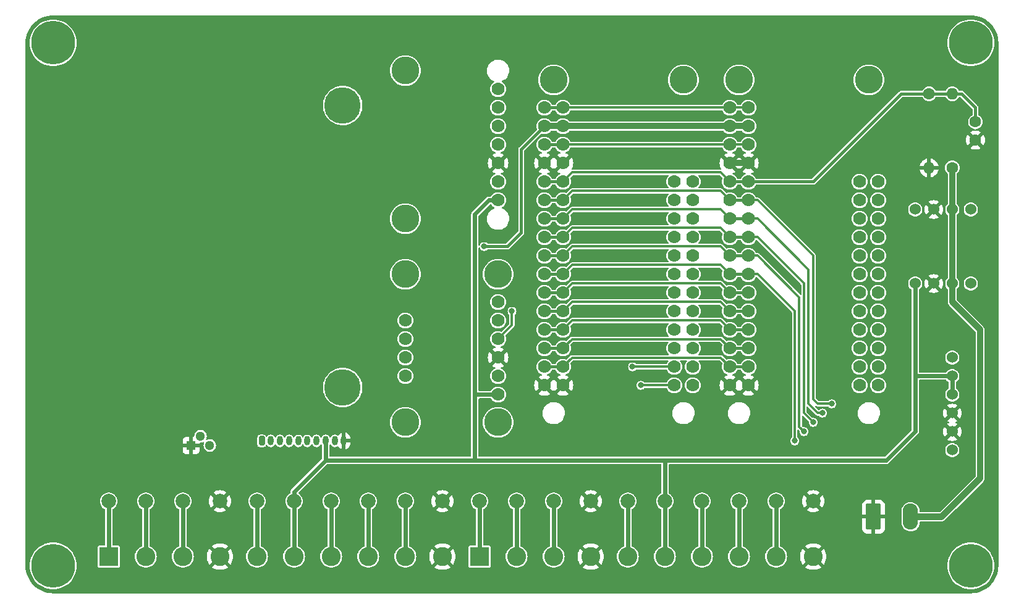
<source format=gtl>
G04 #@! TF.GenerationSoftware,KiCad,Pcbnew,7.0.5-0*
G04 #@! TF.CreationDate,2023-06-10T23:19:26+02:00*
G04 #@! TF.ProjectId,Cryologger AWS,4372796f-6c6f-4676-9765-72204157532e,rev?*
G04 #@! TF.SameCoordinates,Original*
G04 #@! TF.FileFunction,Copper,L1,Top*
G04 #@! TF.FilePolarity,Positive*
%FSLAX46Y46*%
G04 Gerber Fmt 4.6, Leading zero omitted, Abs format (unit mm)*
G04 Created by KiCad (PCBNEW 7.0.5-0) date 2023-06-10 23:19:26*
%MOMM*%
%LPD*%
G01*
G04 APERTURE LIST*
G04 Aperture macros list*
%AMRoundRect*
0 Rectangle with rounded corners*
0 $1 Rounding radius*
0 $2 $3 $4 $5 $6 $7 $8 $9 X,Y pos of 4 corners*
0 Add a 4 corners polygon primitive as box body*
4,1,4,$2,$3,$4,$5,$6,$7,$8,$9,$2,$3,0*
0 Add four circle primitives for the rounded corners*
1,1,$1+$1,$2,$3*
1,1,$1+$1,$4,$5*
1,1,$1+$1,$6,$7*
1,1,$1+$1,$8,$9*
0 Add four rect primitives between the rounded corners*
20,1,$1+$1,$2,$3,$4,$5,0*
20,1,$1+$1,$4,$5,$6,$7,0*
20,1,$1+$1,$6,$7,$8,$9,0*
20,1,$1+$1,$8,$9,$2,$3,0*%
G04 Aperture macros list end*
G04 #@! TA.AperFunction,ComponentPad*
%ADD10C,6.000000*%
G04 #@! TD*
G04 #@! TA.AperFunction,ComponentPad*
%ADD11C,4.999990*%
G04 #@! TD*
G04 #@! TA.AperFunction,ComponentPad*
%ADD12RoundRect,0.249999X-0.790001X-1.550001X0.790001X-1.550001X0.790001X1.550001X-0.790001X1.550001X0*%
G04 #@! TD*
G04 #@! TA.AperFunction,ComponentPad*
%ADD13O,2.080000X3.600000*%
G04 #@! TD*
G04 #@! TA.AperFunction,ComponentPad*
%ADD14C,1.600000*%
G04 #@! TD*
G04 #@! TA.AperFunction,ComponentPad*
%ADD15O,1.600000X1.600000*%
G04 #@! TD*
G04 #@! TA.AperFunction,ComponentPad*
%ADD16C,1.524000*%
G04 #@! TD*
G04 #@! TA.AperFunction,ComponentPad*
%ADD17R,2.600000X2.600000*%
G04 #@! TD*
G04 #@! TA.AperFunction,ComponentPad*
%ADD18C,2.600000*%
G04 #@! TD*
G04 #@! TA.AperFunction,ComponentPad*
%ADD19C,3.810000*%
G04 #@! TD*
G04 #@! TA.AperFunction,ComponentPad*
%ADD20C,1.778000*%
G04 #@! TD*
G04 #@! TA.AperFunction,ComponentPad*
%ADD21R,1.300000X1.300000*%
G04 #@! TD*
G04 #@! TA.AperFunction,ComponentPad*
%ADD22C,1.300000*%
G04 #@! TD*
G04 #@! TA.AperFunction,ComponentPad*
%ADD23C,2.000000*%
G04 #@! TD*
G04 #@! TA.AperFunction,WasherPad*
%ADD24C,3.810000*%
G04 #@! TD*
G04 #@! TA.AperFunction,ComponentPad*
%ADD25RoundRect,0.200000X-0.200000X-0.450000X0.200000X-0.450000X0.200000X0.450000X-0.200000X0.450000X0*%
G04 #@! TD*
G04 #@! TA.AperFunction,ComponentPad*
%ADD26O,0.800000X1.300000*%
G04 #@! TD*
G04 #@! TA.AperFunction,ViaPad*
%ADD27C,0.800000*%
G04 #@! TD*
G04 #@! TA.AperFunction,Conductor*
%ADD28C,0.304800*%
G04 #@! TD*
G04 #@! TA.AperFunction,Conductor*
%ADD29C,0.609600*%
G04 #@! TD*
G04 #@! TA.AperFunction,Conductor*
%ADD30C,0.406400*%
G04 #@! TD*
G04 #@! TA.AperFunction,Conductor*
%ADD31C,0.812800*%
G04 #@! TD*
G04 APERTURE END LIST*
D10*
X91440000Y-60960000D03*
X217170000Y-132715000D03*
X217170000Y-60960000D03*
X91440000Y-132715000D03*
D11*
X131110000Y-69550000D03*
X131110000Y-108250000D03*
D12*
X203835000Y-125984000D03*
D13*
X208915000Y-125984000D03*
D14*
X217805000Y-71795000D03*
X217805000Y-74295000D03*
X214630000Y-78105000D03*
D15*
X214630000Y-67945000D03*
D16*
X209550000Y-93980000D03*
X212090000Y-93980000D03*
X214630000Y-93980000D03*
X217170000Y-93980000D03*
D17*
X149860000Y-131445000D03*
D18*
X154940000Y-131445000D03*
X160020000Y-131445000D03*
X165100000Y-131445000D03*
X170180000Y-131445000D03*
X175260000Y-131445000D03*
X180340000Y-131445000D03*
X185420000Y-131445000D03*
X190500000Y-131445000D03*
X195580000Y-131445000D03*
D19*
X185420000Y-66040000D03*
X203200000Y-66040000D03*
D20*
X184150000Y-69850000D03*
X186690000Y-69850000D03*
X184150000Y-72390000D03*
X186690000Y-72390000D03*
X184150000Y-74930000D03*
X186690000Y-74930000D03*
X184150000Y-77470000D03*
X186690000Y-77470000D03*
X184150000Y-80010000D03*
X186690000Y-80010000D03*
X184150000Y-82550000D03*
X186690000Y-82550000D03*
X184150000Y-85090000D03*
X186690000Y-85090000D03*
X184150000Y-87630000D03*
X186690000Y-87630000D03*
X184150000Y-90170000D03*
X186690000Y-90170000D03*
X184150000Y-92710000D03*
X186690000Y-92710000D03*
X184150000Y-95250000D03*
X186690000Y-95250000D03*
X184150000Y-97790000D03*
X186690000Y-97790000D03*
X184150000Y-100330000D03*
X186690000Y-100330000D03*
X184150000Y-102870000D03*
X186690000Y-102870000D03*
X184150000Y-105410000D03*
X186690000Y-105410000D03*
X184150000Y-107950000D03*
X186690000Y-107950000D03*
X201930000Y-107950000D03*
X204470000Y-107950000D03*
X201930000Y-105410000D03*
X204470000Y-105410000D03*
X201930000Y-102870000D03*
X204470000Y-102870000D03*
X201930000Y-100330000D03*
X204470000Y-100330000D03*
X201930000Y-97790000D03*
X204470000Y-97790000D03*
X201930000Y-95250000D03*
X204470000Y-95250000D03*
X201930000Y-92710000D03*
X204470000Y-92710000D03*
X201930000Y-90170000D03*
X204470000Y-90170000D03*
X201930000Y-87630000D03*
X204470000Y-87630000D03*
X201930000Y-85090000D03*
X204470000Y-85090000D03*
X201930000Y-82550000D03*
X204470000Y-82550000D03*
X201930000Y-80010000D03*
X204470000Y-80010000D03*
D21*
X110363000Y-116205000D03*
D22*
X111633000Y-114935000D03*
X112903000Y-116205000D03*
D14*
X211455000Y-67945000D03*
D15*
X211455000Y-78105000D03*
D23*
X99060000Y-123849000D03*
X104140000Y-123849000D03*
X109220000Y-123849000D03*
X114300000Y-123849000D03*
X119380000Y-123849000D03*
X124460000Y-123849000D03*
X129540000Y-123849000D03*
X134620000Y-123849000D03*
X139700000Y-123849000D03*
X144780000Y-123849000D03*
X149860000Y-123849000D03*
X154940000Y-123849000D03*
X160020000Y-123849000D03*
X165100000Y-123849000D03*
X170180000Y-123849000D03*
X175260000Y-123849000D03*
X180340000Y-123849000D03*
X185420000Y-123849000D03*
X190500000Y-123849000D03*
X195580000Y-123849000D03*
D24*
X139700000Y-64770000D03*
X139700000Y-85090000D03*
D20*
X152400000Y-82550000D03*
X152400000Y-80010000D03*
X152400000Y-77470000D03*
X152400000Y-74930000D03*
X152400000Y-72390000D03*
X152400000Y-69850000D03*
X152400000Y-67310000D03*
D16*
X214630000Y-116840000D03*
X214630000Y-114300000D03*
X214630000Y-111760000D03*
X214630000Y-109220000D03*
X214630000Y-106680000D03*
X214630000Y-104140000D03*
D25*
X120022600Y-115570000D03*
D26*
X121272600Y-115570000D03*
X122522600Y-115570000D03*
X123772600Y-115570000D03*
X125022600Y-115570000D03*
X126272600Y-115570000D03*
X127522600Y-115570000D03*
X128772600Y-115570000D03*
X130022600Y-115570000D03*
X131272600Y-115570000D03*
D24*
X139700000Y-92710000D03*
D20*
X139700000Y-99060000D03*
X139700000Y-101600000D03*
X139700000Y-104140000D03*
X139700000Y-106680000D03*
D24*
X139700000Y-113030000D03*
X152400000Y-92710000D03*
X152400000Y-113030000D03*
D20*
X152400000Y-109220000D03*
X152400000Y-106680000D03*
X152400000Y-104140000D03*
X152400000Y-101600000D03*
X152400000Y-99060000D03*
X152400000Y-96520000D03*
D16*
X209550000Y-83820000D03*
X212090000Y-83820000D03*
X214630000Y-83820000D03*
X217170000Y-83820000D03*
D19*
X160020000Y-66040000D03*
X177800000Y-66040000D03*
D20*
X158750000Y-69850000D03*
X161290000Y-69850000D03*
X158750000Y-72390000D03*
X161290000Y-72390000D03*
X158750000Y-74930000D03*
X161290000Y-74930000D03*
X158750000Y-77470000D03*
X161290000Y-77470000D03*
X158750000Y-80010000D03*
X161290000Y-80010000D03*
X158750000Y-82550000D03*
X161290000Y-82550000D03*
X158750000Y-85090000D03*
X161290000Y-85090000D03*
X158750000Y-87630000D03*
X161290000Y-87630000D03*
X158750000Y-90170000D03*
X161290000Y-90170000D03*
X158750000Y-92710000D03*
X161290000Y-92710000D03*
X158750000Y-95250000D03*
X161290000Y-95250000D03*
X158750000Y-97790000D03*
X161290000Y-97790000D03*
X158750000Y-100330000D03*
X161290000Y-100330000D03*
X158750000Y-102870000D03*
X161290000Y-102870000D03*
X158750000Y-105410000D03*
X161290000Y-105410000D03*
X158750000Y-107950000D03*
X161290000Y-107950000D03*
X176530000Y-107950000D03*
X179070000Y-107950000D03*
X176530000Y-105410000D03*
X179070000Y-105410000D03*
X176530000Y-102870000D03*
X179070000Y-102870000D03*
X176530000Y-100330000D03*
X179070000Y-100330000D03*
X176530000Y-97790000D03*
X179070000Y-97790000D03*
X176530000Y-95250000D03*
X179070000Y-95250000D03*
X176530000Y-92710000D03*
X179070000Y-92710000D03*
X176530000Y-90170000D03*
X179070000Y-90170000D03*
X176530000Y-87630000D03*
X179070000Y-87630000D03*
X176530000Y-85090000D03*
X179070000Y-85090000D03*
X176530000Y-82550000D03*
X179070000Y-82550000D03*
X176530000Y-80010000D03*
X179070000Y-80010000D03*
D17*
X99060000Y-131445000D03*
D18*
X104140000Y-131445000D03*
X109220000Y-131445000D03*
X114300000Y-131445000D03*
X119380000Y-131445000D03*
X124460000Y-131445000D03*
X129540000Y-131445000D03*
X134620000Y-131445000D03*
X139700000Y-131445000D03*
X144780000Y-131445000D03*
D27*
X154305000Y-97790000D03*
X170815000Y-105410000D03*
X171958000Y-107950000D03*
X198120000Y-110490000D03*
X196850000Y-111760000D03*
X195580000Y-113030000D03*
X111760000Y-68580000D03*
X181610000Y-87630000D03*
X144145000Y-135255000D03*
X131445000Y-88900000D03*
X146050000Y-81915000D03*
X181610000Y-60325000D03*
X168910000Y-77470000D03*
X111760000Y-110490000D03*
X207010000Y-88900000D03*
X99695000Y-115570000D03*
X168910000Y-100330000D03*
X165100000Y-135255000D03*
X142240000Y-124460000D03*
X200025000Y-111125000D03*
X123825000Y-135255000D03*
X91440000Y-68580000D03*
X208280000Y-73025000D03*
X168910000Y-107950000D03*
X176167624Y-115725724D03*
X205740000Y-132080000D03*
X189865000Y-111125000D03*
X156210000Y-60325000D03*
X218440000Y-78105000D03*
X168910000Y-92710000D03*
X135255000Y-114935000D03*
X219075000Y-88900000D03*
X181610000Y-92710000D03*
X190500000Y-135255000D03*
X194310000Y-85090000D03*
X133985000Y-135255000D03*
X181610000Y-80010000D03*
X214630000Y-73660000D03*
X156210000Y-100330000D03*
X90170000Y-123825000D03*
X219710000Y-107950000D03*
X205740000Y-60325000D03*
X101600000Y-133985000D03*
X207645000Y-107950000D03*
X91440000Y-88900000D03*
X180340000Y-135255000D03*
X111125000Y-123825000D03*
X168910000Y-85090000D03*
X182880000Y-124460000D03*
X111760000Y-88900000D03*
X181610000Y-95250000D03*
X194310000Y-66675000D03*
X146050000Y-112395000D03*
X146050000Y-95250000D03*
X194310000Y-77470000D03*
X154940000Y-135255000D03*
X91440000Y-109220000D03*
X146050000Y-67310000D03*
X154940000Y-121920000D03*
X168910000Y-66675000D03*
X150495000Y-88900000D03*
X194310000Y-114300000D03*
X193040000Y-115570000D03*
D28*
X154305000Y-99695000D02*
X152400000Y-101600000D01*
D29*
X109220000Y-131421000D02*
X109220000Y-123825000D01*
D28*
X176530000Y-105410000D02*
X170815000Y-105410000D01*
X154305000Y-97790000D02*
X154305000Y-99695000D01*
X176530000Y-107950000D02*
X171958000Y-107950000D01*
D29*
X104140000Y-123825000D02*
X104140000Y-131421000D01*
D30*
X158750000Y-74930000D02*
X161290000Y-74930000D01*
D28*
X184150000Y-74930000D02*
X186690000Y-74930000D01*
X161290000Y-74930000D02*
X184150000Y-74930000D01*
X162560000Y-93980000D02*
X182880000Y-93980000D01*
D30*
X158750000Y-95250000D02*
X161290000Y-95250000D01*
D28*
X161290000Y-95250000D02*
X162560000Y-93980000D01*
D30*
X184150000Y-95250000D02*
X186690000Y-95250000D01*
D28*
X182880000Y-93980000D02*
X184150000Y-95250000D01*
D30*
X158750000Y-97790000D02*
X161290000Y-97790000D01*
X184150000Y-97790000D02*
X186690000Y-97790000D01*
D28*
X161290000Y-97790000D02*
X162560000Y-96520000D01*
X182880000Y-96520000D02*
X184150000Y-97790000D01*
X162560000Y-96520000D02*
X182880000Y-96520000D01*
X162560000Y-99060000D02*
X182880000Y-99060000D01*
D30*
X184150000Y-100330000D02*
X186690000Y-100330000D01*
D28*
X161290000Y-100330000D02*
X162560000Y-99060000D01*
D30*
X158750000Y-100330000D02*
X161290000Y-100330000D01*
D28*
X182880000Y-99060000D02*
X184150000Y-100330000D01*
X187960000Y-82550000D02*
X195580000Y-90170000D01*
X162560000Y-81280000D02*
X182880000Y-81280000D01*
X186690000Y-82550000D02*
X187960000Y-82550000D01*
D29*
X154940000Y-131421000D02*
X154940000Y-123825000D01*
D28*
X182880000Y-81280000D02*
X184150000Y-82550000D01*
X161290000Y-82550000D02*
X162560000Y-81280000D01*
X195580000Y-109855000D02*
X196215000Y-110490000D01*
X195580000Y-90170000D02*
X195580000Y-109855000D01*
D30*
X184150000Y-82550000D02*
X186690000Y-82550000D01*
D28*
X196215000Y-110490000D02*
X198120000Y-110490000D01*
D30*
X158750000Y-82550000D02*
X161290000Y-82550000D01*
X214630000Y-67925000D02*
X215880000Y-67925000D01*
X211455000Y-67925000D02*
X214630000Y-67925000D01*
X184150000Y-80010000D02*
X186690000Y-80010000D01*
X158750000Y-80010000D02*
X161290000Y-80010000D01*
X217805000Y-69850000D02*
X217805000Y-71775000D01*
X186690000Y-80010000D02*
X195580000Y-80010000D01*
D28*
X162560000Y-78740000D02*
X182880000Y-78740000D01*
D30*
X207645000Y-67945000D02*
X207665000Y-67925000D01*
D28*
X161290000Y-80010000D02*
X162560000Y-78740000D01*
X182880000Y-78740000D02*
X184150000Y-80010000D01*
D30*
X195580000Y-80010000D02*
X207645000Y-67945000D01*
X207665000Y-67925000D02*
X211455000Y-67925000D01*
X215880000Y-67925000D02*
X217805000Y-69850000D01*
X184150000Y-85090000D02*
X186690000Y-85090000D01*
D28*
X196215000Y-111760000D02*
X196850000Y-111760000D01*
D30*
X158750000Y-85090000D02*
X161290000Y-85090000D01*
D28*
X194945000Y-110490000D02*
X196215000Y-111760000D01*
X186690000Y-85090000D02*
X187960000Y-85090000D01*
X182880000Y-83820000D02*
X184150000Y-85090000D01*
X194945000Y-92075000D02*
X194945000Y-110490000D01*
X162560000Y-83820000D02*
X182880000Y-83820000D01*
D29*
X160020000Y-123825000D02*
X160020000Y-131421000D01*
D28*
X187960000Y-85090000D02*
X194945000Y-92075000D01*
X161290000Y-85090000D02*
X162560000Y-83820000D01*
D30*
X184150000Y-87630000D02*
X186690000Y-87630000D01*
D29*
X180340000Y-123825000D02*
X180340000Y-131421000D01*
D30*
X158750000Y-87630000D02*
X161290000Y-87630000D01*
D28*
X182880000Y-86360000D02*
X184150000Y-87630000D01*
X194310000Y-93980000D02*
X194310000Y-111760000D01*
X187960000Y-87630000D02*
X194310000Y-93980000D01*
X162560000Y-86360000D02*
X182880000Y-86360000D01*
X194310000Y-111760000D02*
X195580000Y-113030000D01*
X161290000Y-87630000D02*
X162560000Y-86360000D01*
X186690000Y-87630000D02*
X187960000Y-87630000D01*
D31*
X184150000Y-77470000D02*
X186690000Y-77470000D01*
X214630000Y-96520000D02*
X218440000Y-100330000D01*
X214630000Y-83820000D02*
X214630000Y-93980000D01*
X214662500Y-124492500D02*
X218440000Y-120715000D01*
X214662500Y-124492500D02*
X213171000Y-125984000D01*
X213171000Y-125984000D02*
X208915000Y-125984000D01*
X214630000Y-93980000D02*
X214630000Y-96520000D01*
X218440000Y-100330000D02*
X218440000Y-120715000D01*
X213138500Y-126016500D02*
X208915000Y-126016500D01*
X213138500Y-126016500D02*
X214662500Y-124492500D01*
X214630000Y-83820000D02*
X214630000Y-78085000D01*
D29*
X149085000Y-118250000D02*
X175120000Y-118250000D01*
X175260000Y-123849000D02*
X175260000Y-118390000D01*
X175260000Y-131421000D02*
X175260000Y-123825000D01*
X124460000Y-122555000D02*
X128765000Y-118250000D01*
X209550000Y-106680000D02*
X214630000Y-106680000D01*
X149225000Y-109220000D02*
X149225000Y-84467765D01*
X128772600Y-118242400D02*
X128772600Y-115570000D01*
X128765000Y-118250000D02*
X128765000Y-115570000D01*
X209550000Y-114300000D02*
X209550000Y-93980000D01*
X128765000Y-118250000D02*
X128772600Y-118242400D01*
X175120000Y-118250000D02*
X205600000Y-118250000D01*
X149225000Y-109220000D02*
X149225000Y-118110000D01*
X151142765Y-82550000D02*
X152400000Y-82550000D01*
X209550000Y-114300000D02*
X205600000Y-118250000D01*
X149225000Y-118110000D02*
X149085000Y-118250000D01*
X149225000Y-109220000D02*
X152400000Y-109220000D01*
X124460000Y-131421000D02*
X124460000Y-123825000D01*
X175260000Y-118390000D02*
X175120000Y-118250000D01*
X124460000Y-123849000D02*
X124460000Y-122555000D01*
X214630000Y-106680000D02*
X214630000Y-109220000D01*
X128765000Y-118250000D02*
X149085000Y-118250000D01*
X149225000Y-84467765D02*
X151142765Y-82550000D01*
D31*
X161290000Y-72390000D02*
X158750000Y-72390000D01*
D30*
X155575000Y-86995000D02*
X153670000Y-88900000D01*
X158750000Y-72390000D02*
X155575000Y-75565000D01*
D31*
X184150000Y-72390000D02*
X186690000Y-72390000D01*
X184150000Y-72390000D02*
X161290000Y-72390000D01*
D30*
X153670000Y-88900000D02*
X150495000Y-88900000D01*
D29*
X99060000Y-131421000D02*
X99060000Y-123825000D01*
D30*
X155575000Y-75565000D02*
X155575000Y-86995000D01*
D28*
X162560000Y-88900000D02*
X182880000Y-88900000D01*
D30*
X184150000Y-90170000D02*
X186690000Y-90170000D01*
D28*
X161290000Y-90170000D02*
X162560000Y-88900000D01*
X187960000Y-90170000D02*
X193675000Y-95885000D01*
X186690000Y-90170000D02*
X187960000Y-90170000D01*
X193675000Y-95885000D02*
X193675000Y-113665000D01*
X193675000Y-113665000D02*
X194310000Y-114300000D01*
X182880000Y-88900000D02*
X184150000Y-90170000D01*
D29*
X185420000Y-131421000D02*
X185420000Y-123825000D01*
D30*
X158750000Y-90170000D02*
X161290000Y-90170000D01*
D28*
X161290000Y-92710000D02*
X162560000Y-91440000D01*
D30*
X158750000Y-92710000D02*
X161290000Y-92710000D01*
X184150000Y-92710000D02*
X186690000Y-92710000D01*
D28*
X193040000Y-97790000D02*
X193040000Y-115570000D01*
X187960000Y-92710000D02*
X193040000Y-97790000D01*
X186690000Y-92710000D02*
X187960000Y-92710000D01*
X182880000Y-91440000D02*
X184150000Y-92710000D01*
X162560000Y-91440000D02*
X182880000Y-91440000D01*
D29*
X190500000Y-131421000D02*
X190500000Y-123825000D01*
X129540000Y-123825000D02*
X129540000Y-131421000D01*
X134620000Y-131421000D02*
X134620000Y-123825000D01*
X139700000Y-131421000D02*
X139700000Y-123825000D01*
X149860000Y-123825000D02*
X149860000Y-131421000D01*
X119380000Y-123825000D02*
X119380000Y-131421000D01*
X170180000Y-124484000D02*
X170180000Y-132080000D01*
D28*
X161290000Y-69850000D02*
X184150000Y-69850000D01*
X184150000Y-69850000D02*
X186690000Y-69850000D01*
D30*
X158750000Y-69850000D02*
X161290000Y-69850000D01*
D28*
X162531401Y-101628599D02*
X161290000Y-102870000D01*
X184150000Y-102870000D02*
X182908599Y-101628599D01*
X182908599Y-101628599D02*
X162531401Y-101628599D01*
D30*
X186690000Y-102870000D02*
X184150000Y-102870000D01*
X161290000Y-102870000D02*
X158750000Y-102870000D01*
D28*
X182908599Y-104168599D02*
X162531401Y-104168599D01*
X162531401Y-104168599D02*
X161290000Y-105410000D01*
D30*
X161290000Y-105410000D02*
X158750000Y-105410000D01*
X186690000Y-105410000D02*
X184150000Y-105410000D01*
D28*
X184150000Y-105410000D02*
X182908599Y-104168599D01*
G04 #@! TA.AperFunction,Conductor*
G36*
X160270815Y-105832607D02*
G01*
X160301245Y-105868572D01*
X160359720Y-105986005D01*
X160481400Y-106147136D01*
X160630616Y-106283165D01*
X160802287Y-106389459D01*
X160892934Y-106424575D01*
X160940363Y-106463225D01*
X160956017Y-106522374D01*
X160933914Y-106579428D01*
X160889315Y-106610525D01*
X160726903Y-106666282D01*
X160523293Y-106776471D01*
X160523284Y-106776476D01*
X160496520Y-106797307D01*
X160496520Y-106797308D01*
X161162414Y-107463202D01*
X161147685Y-107465320D01*
X161016900Y-107525048D01*
X160908239Y-107619202D01*
X160830507Y-107740156D01*
X160805638Y-107824850D01*
X160138743Y-107157955D01*
X160102878Y-107212851D01*
X160055222Y-107251224D01*
X159994112Y-107254257D01*
X159942890Y-107220792D01*
X159937120Y-107212850D01*
X159901255Y-107157955D01*
X159234360Y-107824849D01*
X159209493Y-107740156D01*
X159131761Y-107619202D01*
X159023100Y-107525048D01*
X158892315Y-107465320D01*
X158877585Y-107463202D01*
X159543478Y-106797309D01*
X159543478Y-106797308D01*
X159516708Y-106776472D01*
X159516705Y-106776470D01*
X159313096Y-106666282D01*
X159150684Y-106610525D01*
X159101786Y-106573747D01*
X159083844Y-106515252D01*
X159103711Y-106457382D01*
X159147065Y-106424576D01*
X159237713Y-106389459D01*
X159409384Y-106283165D01*
X159558600Y-106147136D01*
X159680280Y-105986005D01*
X159738754Y-105868572D01*
X159781618Y-105824909D01*
X159827376Y-105813700D01*
X160212624Y-105813700D01*
X160270815Y-105832607D01*
G37*
G04 #@! TD.AperFunction*
G04 #@! TA.AperFunction,Conductor*
G36*
X185670815Y-105832607D02*
G01*
X185701245Y-105868572D01*
X185759720Y-105986005D01*
X185881400Y-106147136D01*
X186030616Y-106283165D01*
X186202287Y-106389459D01*
X186292934Y-106424575D01*
X186340363Y-106463225D01*
X186356017Y-106522374D01*
X186333914Y-106579428D01*
X186289315Y-106610525D01*
X186126903Y-106666282D01*
X185923293Y-106776471D01*
X185923284Y-106776476D01*
X185896520Y-106797307D01*
X185896520Y-106797308D01*
X186562414Y-107463202D01*
X186547685Y-107465320D01*
X186416900Y-107525048D01*
X186308239Y-107619202D01*
X186230507Y-107740156D01*
X186205638Y-107824850D01*
X185538743Y-107157955D01*
X185502878Y-107212851D01*
X185455222Y-107251224D01*
X185394112Y-107254257D01*
X185342890Y-107220792D01*
X185337120Y-107212850D01*
X185301255Y-107157955D01*
X184634360Y-107824849D01*
X184609493Y-107740156D01*
X184531761Y-107619202D01*
X184423100Y-107525048D01*
X184292315Y-107465320D01*
X184277585Y-107463202D01*
X184943478Y-106797309D01*
X184943478Y-106797308D01*
X184916708Y-106776472D01*
X184916705Y-106776470D01*
X184713096Y-106666282D01*
X184550684Y-106610525D01*
X184501786Y-106573747D01*
X184483844Y-106515252D01*
X184503711Y-106457382D01*
X184547065Y-106424576D01*
X184637713Y-106389459D01*
X184809384Y-106283165D01*
X184958600Y-106147136D01*
X185080280Y-105986005D01*
X185138754Y-105868572D01*
X185181618Y-105824909D01*
X185227376Y-105813700D01*
X185612624Y-105813700D01*
X185670815Y-105832607D01*
G37*
G04 #@! TD.AperFunction*
G04 #@! TA.AperFunction,Conductor*
G36*
X182751007Y-86731807D02*
G01*
X182762820Y-86741896D01*
X183121217Y-87100293D01*
X183148994Y-87154810D01*
X183139835Y-87214423D01*
X183129720Y-87234735D01*
X183097951Y-87346392D01*
X183074462Y-87428947D01*
X183055832Y-87630000D01*
X183074462Y-87831053D01*
X183129719Y-88025259D01*
X183219720Y-88206005D01*
X183341400Y-88367136D01*
X183490616Y-88503165D01*
X183662287Y-88609459D01*
X183850567Y-88682399D01*
X184049043Y-88719500D01*
X184250957Y-88719500D01*
X184449433Y-88682399D01*
X184637713Y-88609459D01*
X184809384Y-88503165D01*
X184958600Y-88367136D01*
X185080280Y-88206005D01*
X185138754Y-88088572D01*
X185181618Y-88044909D01*
X185227376Y-88033700D01*
X185612624Y-88033700D01*
X185670815Y-88052607D01*
X185701245Y-88088572D01*
X185759720Y-88206005D01*
X185881400Y-88367136D01*
X186030616Y-88503165D01*
X186202287Y-88609459D01*
X186390567Y-88682399D01*
X186589043Y-88719500D01*
X186790957Y-88719500D01*
X186989433Y-88682399D01*
X187177713Y-88609459D01*
X187349384Y-88503165D01*
X187498600Y-88367136D01*
X187620280Y-88206005D01*
X187697451Y-88051024D01*
X187740311Y-88007364D01*
X187800652Y-87997234D01*
X187855423Y-88024506D01*
X187856074Y-88025150D01*
X193928104Y-94097179D01*
X193955881Y-94151696D01*
X193957100Y-94167183D01*
X193957100Y-95429015D01*
X193938193Y-95487206D01*
X193888693Y-95523170D01*
X193827507Y-95523170D01*
X193788096Y-95499019D01*
X188242676Y-89953600D01*
X188229800Y-89937743D01*
X188223227Y-89927682D01*
X188196472Y-89906858D01*
X188191870Y-89902794D01*
X188188860Y-89899784D01*
X188171812Y-89887611D01*
X188170194Y-89886404D01*
X188130284Y-89855342D01*
X188130281Y-89855341D01*
X188123784Y-89851825D01*
X188117139Y-89848576D01*
X188117135Y-89848574D01*
X188117130Y-89848572D01*
X188117129Y-89848572D01*
X188068650Y-89834138D01*
X188066703Y-89833514D01*
X188018890Y-89817100D01*
X188011565Y-89815877D01*
X188004256Y-89814967D01*
X188004255Y-89814967D01*
X187953691Y-89817058D01*
X187951679Y-89817100D01*
X187792671Y-89817100D01*
X187734480Y-89798193D01*
X187704050Y-89762228D01*
X187696663Y-89747393D01*
X187620280Y-89593995D01*
X187498600Y-89432864D01*
X187349384Y-89296835D01*
X187177713Y-89190541D01*
X186989433Y-89117601D01*
X186989432Y-89117600D01*
X186989430Y-89117600D01*
X186790957Y-89080500D01*
X186589043Y-89080500D01*
X186390569Y-89117600D01*
X186382464Y-89120740D01*
X186202287Y-89190541D01*
X186030616Y-89296835D01*
X186030613Y-89296837D01*
X185881400Y-89432863D01*
X185759721Y-89593993D01*
X185759716Y-89594002D01*
X185701245Y-89711428D01*
X185658382Y-89755091D01*
X185612624Y-89766300D01*
X185227376Y-89766300D01*
X185169185Y-89747393D01*
X185138755Y-89711428D01*
X185128242Y-89690315D01*
X185080280Y-89593995D01*
X184958600Y-89432864D01*
X184809384Y-89296835D01*
X184637713Y-89190541D01*
X184449433Y-89117601D01*
X184449432Y-89117600D01*
X184449430Y-89117600D01*
X184250957Y-89080500D01*
X184049043Y-89080500D01*
X183850566Y-89117601D01*
X183727721Y-89165190D01*
X183666629Y-89168580D01*
X183621955Y-89142879D01*
X183162676Y-88683600D01*
X183149800Y-88667743D01*
X183143227Y-88657682D01*
X183116472Y-88636858D01*
X183111870Y-88632794D01*
X183108860Y-88629784D01*
X183091812Y-88617611D01*
X183090194Y-88616404D01*
X183050284Y-88585342D01*
X183050281Y-88585341D01*
X183043784Y-88581825D01*
X183037139Y-88578576D01*
X183037135Y-88578574D01*
X183037130Y-88578572D01*
X183037129Y-88578572D01*
X182988650Y-88564138D01*
X182986703Y-88563514D01*
X182938890Y-88547100D01*
X182931565Y-88545877D01*
X182924256Y-88544967D01*
X182924255Y-88544967D01*
X182873691Y-88547058D01*
X182871679Y-88547100D01*
X179936738Y-88547100D01*
X179878547Y-88528193D01*
X179842583Y-88478693D01*
X179842583Y-88417507D01*
X179870041Y-88374939D01*
X179878599Y-88367137D01*
X179878600Y-88367136D01*
X180000280Y-88206005D01*
X180090281Y-88025259D01*
X180145538Y-87831053D01*
X180164168Y-87630000D01*
X180145538Y-87428947D01*
X180090281Y-87234741D01*
X180000280Y-87053995D01*
X179940694Y-86975091D01*
X179878599Y-86892862D01*
X179870041Y-86885061D01*
X179839776Y-86831885D01*
X179846547Y-86771075D01*
X179887768Y-86725859D01*
X179936738Y-86712900D01*
X182692816Y-86712900D01*
X182751007Y-86731807D01*
G37*
G04 #@! TD.AperFunction*
G04 #@! TA.AperFunction,Conductor*
G36*
X160830507Y-77679844D02*
G01*
X160908239Y-77800798D01*
X161016900Y-77894952D01*
X161147685Y-77954680D01*
X161162412Y-77956797D01*
X160496520Y-78622690D01*
X160523290Y-78643526D01*
X160523294Y-78643529D01*
X160726904Y-78753718D01*
X160889314Y-78809474D01*
X160938213Y-78846252D01*
X160956155Y-78904747D01*
X160936289Y-78962617D01*
X160892932Y-78995424D01*
X160802287Y-79030541D01*
X160630616Y-79136835D01*
X160630613Y-79136837D01*
X160481400Y-79272863D01*
X160359721Y-79433993D01*
X160359716Y-79434002D01*
X160301245Y-79551428D01*
X160258382Y-79595091D01*
X160212624Y-79606300D01*
X159827376Y-79606300D01*
X159769185Y-79587393D01*
X159738755Y-79551428D01*
X159728242Y-79530315D01*
X159680280Y-79433995D01*
X159558600Y-79272864D01*
X159524840Y-79242088D01*
X159409386Y-79136837D01*
X159409384Y-79136835D01*
X159237713Y-79030541D01*
X159147066Y-78995424D01*
X159099636Y-78956773D01*
X159083982Y-78897624D01*
X159106085Y-78840571D01*
X159150685Y-78809474D01*
X159313095Y-78753718D01*
X159516704Y-78643530D01*
X159516708Y-78643527D01*
X159543478Y-78622690D01*
X158877585Y-77956797D01*
X158892315Y-77954680D01*
X159023100Y-77894952D01*
X159131761Y-77800798D01*
X159209493Y-77679844D01*
X159234361Y-77595149D01*
X159901254Y-78262042D01*
X159937119Y-78207148D01*
X159984775Y-78168774D01*
X160045885Y-78165740D01*
X160097108Y-78199205D01*
X160102878Y-78207148D01*
X160138743Y-78262043D01*
X160805638Y-77595147D01*
X160830507Y-77679844D01*
G37*
G04 #@! TD.AperFunction*
G04 #@! TA.AperFunction,Conductor*
G36*
X186230507Y-77679844D02*
G01*
X186308239Y-77800798D01*
X186416900Y-77894952D01*
X186547685Y-77954680D01*
X186562412Y-77956797D01*
X185896520Y-78622690D01*
X185923290Y-78643526D01*
X185923294Y-78643529D01*
X186126904Y-78753718D01*
X186289314Y-78809474D01*
X186338213Y-78846252D01*
X186356155Y-78904747D01*
X186336289Y-78962617D01*
X186292932Y-78995424D01*
X186202287Y-79030541D01*
X186030616Y-79136835D01*
X186030613Y-79136837D01*
X185881400Y-79272863D01*
X185759721Y-79433993D01*
X185759716Y-79434002D01*
X185701245Y-79551428D01*
X185658382Y-79595091D01*
X185612624Y-79606300D01*
X185227376Y-79606300D01*
X185169185Y-79587393D01*
X185138755Y-79551428D01*
X185128242Y-79530315D01*
X185080280Y-79433995D01*
X184958600Y-79272864D01*
X184924840Y-79242088D01*
X184809386Y-79136837D01*
X184809384Y-79136835D01*
X184637713Y-79030541D01*
X184547066Y-78995424D01*
X184499636Y-78956773D01*
X184483982Y-78897624D01*
X184506085Y-78840571D01*
X184550685Y-78809474D01*
X184713095Y-78753718D01*
X184916704Y-78643530D01*
X184916708Y-78643527D01*
X184943479Y-78622690D01*
X184943479Y-78622689D01*
X184277588Y-77956797D01*
X184292315Y-77954680D01*
X184423100Y-77894952D01*
X184531761Y-77800798D01*
X184609493Y-77679844D01*
X184634361Y-77595149D01*
X185301254Y-78262042D01*
X185337119Y-78207148D01*
X185384775Y-78168774D01*
X185445885Y-78165740D01*
X185497108Y-78199205D01*
X185502878Y-78207148D01*
X185538743Y-78262043D01*
X186205638Y-77595147D01*
X186230507Y-77679844D01*
G37*
G04 #@! TD.AperFunction*
G04 #@! TA.AperFunction,Conductor*
G36*
X183105520Y-75301807D02*
G01*
X183135949Y-75337771D01*
X183219720Y-75506005D01*
X183341400Y-75667136D01*
X183490616Y-75803165D01*
X183662287Y-75909459D01*
X183752934Y-75944575D01*
X183800363Y-75983225D01*
X183816017Y-76042374D01*
X183793914Y-76099428D01*
X183749315Y-76130525D01*
X183586903Y-76186282D01*
X183383293Y-76296471D01*
X183383284Y-76296476D01*
X183356520Y-76317307D01*
X183356520Y-76317308D01*
X184022414Y-76983202D01*
X184007685Y-76985320D01*
X183876900Y-77045048D01*
X183768239Y-77139202D01*
X183690507Y-77260156D01*
X183665638Y-77344849D01*
X182998744Y-76677956D01*
X182917161Y-76802827D01*
X182824167Y-77014836D01*
X182824166Y-77014839D01*
X182767330Y-77239274D01*
X182748212Y-77469999D01*
X182767330Y-77700725D01*
X182824166Y-77925160D01*
X182824167Y-77925163D01*
X182917161Y-78137172D01*
X182917165Y-78137179D01*
X182979683Y-78232871D01*
X182995681Y-78291927D01*
X182973911Y-78349109D01*
X182922689Y-78382574D01*
X182900896Y-78385933D01*
X182892865Y-78386265D01*
X182873690Y-78387058D01*
X182871680Y-78387100D01*
X162606866Y-78387100D01*
X162586551Y-78384993D01*
X162574785Y-78382526D01*
X162555667Y-78384908D01*
X162495586Y-78373344D01*
X162453776Y-78328671D01*
X162446209Y-78267956D01*
X162460545Y-78232521D01*
X162522833Y-78137181D01*
X162522838Y-78137172D01*
X162615832Y-77925163D01*
X162615833Y-77925160D01*
X162672669Y-77700725D01*
X162691787Y-77469999D01*
X162672669Y-77239274D01*
X162615833Y-77014839D01*
X162615832Y-77014836D01*
X162522838Y-76802827D01*
X162522833Y-76802818D01*
X162441255Y-76677955D01*
X161774360Y-77344849D01*
X161749493Y-77260156D01*
X161671761Y-77139202D01*
X161563100Y-77045048D01*
X161432315Y-76985320D01*
X161417585Y-76983202D01*
X162083478Y-76317309D01*
X162083478Y-76317308D01*
X162056708Y-76296472D01*
X162056705Y-76296470D01*
X161853096Y-76186282D01*
X161690684Y-76130525D01*
X161641786Y-76093747D01*
X161623844Y-76035252D01*
X161643711Y-75977382D01*
X161687065Y-75944576D01*
X161777713Y-75909459D01*
X161949384Y-75803165D01*
X162098600Y-75667136D01*
X162220280Y-75506005D01*
X162304050Y-75337771D01*
X162346913Y-75294109D01*
X162392671Y-75282900D01*
X183047329Y-75282900D01*
X183105520Y-75301807D01*
G37*
G04 #@! TD.AperFunction*
G04 #@! TA.AperFunction,Conductor*
G36*
X160270815Y-75352607D02*
G01*
X160301245Y-75388572D01*
X160359720Y-75506005D01*
X160481400Y-75667136D01*
X160630616Y-75803165D01*
X160802287Y-75909459D01*
X160892934Y-75944575D01*
X160940363Y-75983225D01*
X160956017Y-76042374D01*
X160933914Y-76099428D01*
X160889315Y-76130525D01*
X160726903Y-76186282D01*
X160523293Y-76296471D01*
X160523284Y-76296476D01*
X160496520Y-76317307D01*
X160496520Y-76317308D01*
X161162414Y-76983202D01*
X161147685Y-76985320D01*
X161016900Y-77045048D01*
X160908239Y-77139202D01*
X160830507Y-77260156D01*
X160805638Y-77344850D01*
X160138743Y-76677955D01*
X160102878Y-76732851D01*
X160055222Y-76771224D01*
X159994112Y-76774257D01*
X159942890Y-76740792D01*
X159937120Y-76732850D01*
X159901255Y-76677955D01*
X159234360Y-77344849D01*
X159209493Y-77260156D01*
X159131761Y-77139202D01*
X159023100Y-77045048D01*
X158892315Y-76985320D01*
X158877585Y-76983202D01*
X159543478Y-76317309D01*
X159543478Y-76317308D01*
X159516708Y-76296472D01*
X159516705Y-76296470D01*
X159313096Y-76186282D01*
X159150684Y-76130525D01*
X159101786Y-76093747D01*
X159083844Y-76035252D01*
X159103711Y-75977382D01*
X159147065Y-75944576D01*
X159237713Y-75909459D01*
X159409384Y-75803165D01*
X159558600Y-75667136D01*
X159680280Y-75506005D01*
X159738754Y-75388572D01*
X159781618Y-75344909D01*
X159827376Y-75333700D01*
X160212624Y-75333700D01*
X160270815Y-75352607D01*
G37*
G04 #@! TD.AperFunction*
G04 #@! TA.AperFunction,Conductor*
G36*
X185645520Y-75301807D02*
G01*
X185675949Y-75337771D01*
X185759720Y-75506005D01*
X185881400Y-75667136D01*
X186030616Y-75803165D01*
X186202287Y-75909459D01*
X186292934Y-75944575D01*
X186340363Y-75983225D01*
X186356017Y-76042374D01*
X186333914Y-76099428D01*
X186289315Y-76130525D01*
X186126903Y-76186282D01*
X185923293Y-76296471D01*
X185923284Y-76296476D01*
X185896520Y-76317307D01*
X185896520Y-76317308D01*
X186562413Y-76983202D01*
X186547685Y-76985320D01*
X186416900Y-77045048D01*
X186308239Y-77139202D01*
X186230507Y-77260156D01*
X186205638Y-77344850D01*
X185538743Y-76677955D01*
X185502878Y-76732851D01*
X185455222Y-76771224D01*
X185394112Y-76774257D01*
X185342890Y-76740792D01*
X185337120Y-76732850D01*
X185301255Y-76677955D01*
X184634360Y-77344849D01*
X184609493Y-77260156D01*
X184531761Y-77139202D01*
X184423100Y-77045048D01*
X184292315Y-76985320D01*
X184277585Y-76983202D01*
X184943478Y-76317309D01*
X184943478Y-76317308D01*
X184916708Y-76296472D01*
X184916705Y-76296470D01*
X184713096Y-76186282D01*
X184550684Y-76130525D01*
X184501786Y-76093747D01*
X184483844Y-76035252D01*
X184503711Y-75977382D01*
X184547065Y-75944576D01*
X184637713Y-75909459D01*
X184809384Y-75803165D01*
X184958600Y-75667136D01*
X185080280Y-75506005D01*
X185164050Y-75337771D01*
X185206913Y-75294109D01*
X185252671Y-75282900D01*
X185587329Y-75282900D01*
X185645520Y-75301807D01*
G37*
G04 #@! TD.AperFunction*
G04 #@! TA.AperFunction,Conductor*
G36*
X217171208Y-57175560D02*
G01*
X217319566Y-57182847D01*
X217538542Y-57193604D01*
X217543338Y-57194077D01*
X217905930Y-57247863D01*
X217910652Y-57248802D01*
X218266245Y-57337873D01*
X218270852Y-57339271D01*
X218587002Y-57452392D01*
X218615973Y-57462758D01*
X218620463Y-57464617D01*
X218951818Y-57621336D01*
X218956064Y-57623606D01*
X219270485Y-57812061D01*
X219274507Y-57814750D01*
X219568911Y-58033096D01*
X219572661Y-58036174D01*
X219612086Y-58071906D01*
X219844252Y-58282328D01*
X219847671Y-58285747D01*
X219934120Y-58381129D01*
X220093825Y-58557338D01*
X220096909Y-58561095D01*
X220315245Y-58855486D01*
X220317941Y-58859519D01*
X220506389Y-59173927D01*
X220508670Y-59178195D01*
X220665381Y-59509535D01*
X220667241Y-59514026D01*
X220790722Y-59859128D01*
X220792129Y-59863767D01*
X220881192Y-60219324D01*
X220882138Y-60224084D01*
X220935919Y-60586639D01*
X220936396Y-60591476D01*
X220954440Y-60958791D01*
X220954500Y-60961220D01*
X220954500Y-132713779D01*
X220954440Y-132716208D01*
X220936396Y-133083523D01*
X220935919Y-133088358D01*
X220907720Y-133278464D01*
X220882140Y-133450907D01*
X220881192Y-133455672D01*
X220832999Y-133648075D01*
X220792133Y-133811220D01*
X220790722Y-133815871D01*
X220667241Y-134160973D01*
X220665381Y-134165464D01*
X220508670Y-134496804D01*
X220506384Y-134501080D01*
X220393619Y-134689219D01*
X220317946Y-134815472D01*
X220315245Y-134819513D01*
X220096909Y-135113904D01*
X220093825Y-135117661D01*
X219847680Y-135389243D01*
X219844243Y-135392680D01*
X219572661Y-135638825D01*
X219568904Y-135641909D01*
X219274513Y-135860245D01*
X219270470Y-135862946D01*
X218956080Y-136051384D01*
X218951804Y-136053670D01*
X218620464Y-136210381D01*
X218615973Y-136212241D01*
X218270871Y-136335722D01*
X218266226Y-136337130D01*
X217910672Y-136426192D01*
X217905911Y-136427139D01*
X217543358Y-136480919D01*
X217538523Y-136481396D01*
X217171208Y-136499440D01*
X217168779Y-136499500D01*
X91441221Y-136499500D01*
X91438792Y-136499440D01*
X91071476Y-136481396D01*
X91066643Y-136480919D01*
X90704084Y-136427138D01*
X90699331Y-136426193D01*
X90343767Y-136337129D01*
X90339134Y-136335724D01*
X90222021Y-136293820D01*
X89994026Y-136212241D01*
X89989535Y-136210381D01*
X89802806Y-136122065D01*
X89658188Y-136053666D01*
X89653927Y-136051389D01*
X89339519Y-135862941D01*
X89335486Y-135860245D01*
X89308422Y-135840173D01*
X89041090Y-135641905D01*
X89037338Y-135638825D01*
X88910341Y-135523723D01*
X88765747Y-135392671D01*
X88762328Y-135389252D01*
X88610010Y-135221194D01*
X88516174Y-135117661D01*
X88513096Y-135113911D01*
X88294750Y-134819507D01*
X88292061Y-134815485D01*
X88103606Y-134501064D01*
X88101336Y-134496818D01*
X87944617Y-134165463D01*
X87942758Y-134160973D01*
X87888273Y-134008699D01*
X87819271Y-133815852D01*
X87817873Y-133811245D01*
X87728802Y-133455652D01*
X87727863Y-133450930D01*
X87674077Y-133088338D01*
X87673604Y-133083542D01*
X87660817Y-132823227D01*
X87655560Y-132716208D01*
X87655530Y-132715004D01*
X88234457Y-132715004D01*
X88254611Y-133073897D01*
X88254614Y-133073917D01*
X88314824Y-133428287D01*
X88314828Y-133428307D01*
X88414340Y-133773723D01*
X88551907Y-134105837D01*
X88725787Y-134420449D01*
X88725789Y-134420452D01*
X88933806Y-134713623D01*
X89173339Y-134981661D01*
X89441377Y-135221194D01*
X89734548Y-135429211D01*
X89734550Y-135429212D01*
X90049163Y-135603092D01*
X90049162Y-135603092D01*
X90381276Y-135740659D01*
X90726692Y-135840171D01*
X90726695Y-135840171D01*
X90726700Y-135840173D01*
X91081093Y-135900387D01*
X91081096Y-135900387D01*
X91081102Y-135900388D01*
X91439995Y-135920543D01*
X91440000Y-135920543D01*
X91440005Y-135920543D01*
X91798897Y-135900388D01*
X91798901Y-135900387D01*
X91798907Y-135900387D01*
X92153300Y-135840173D01*
X92498724Y-135740659D01*
X92830833Y-135603094D01*
X93145452Y-135429211D01*
X93438623Y-135221194D01*
X93706661Y-134981661D01*
X93946194Y-134713623D01*
X94154211Y-134420452D01*
X94328094Y-134105833D01*
X94465659Y-133773724D01*
X94565173Y-133428300D01*
X94625387Y-133073907D01*
X94632599Y-132945500D01*
X94642750Y-132764746D01*
X97559500Y-132764746D01*
X97559501Y-132764758D01*
X97571132Y-132823227D01*
X97571134Y-132823233D01*
X97571532Y-132823828D01*
X97615448Y-132889552D01*
X97681769Y-132933867D01*
X97726231Y-132942711D01*
X97740241Y-132945498D01*
X97740246Y-132945498D01*
X97740252Y-132945500D01*
X97740253Y-132945500D01*
X100379747Y-132945500D01*
X100379748Y-132945500D01*
X100438231Y-132933867D01*
X100504552Y-132889552D01*
X100548867Y-132823231D01*
X100560500Y-132764748D01*
X100560500Y-131444999D01*
X102634357Y-131444999D01*
X102654891Y-131692819D01*
X102683100Y-131804210D01*
X102715937Y-131933881D01*
X102815827Y-132161607D01*
X102951836Y-132369785D01*
X103120256Y-132552738D01*
X103316491Y-132705474D01*
X103336326Y-132716208D01*
X103534090Y-132823233D01*
X103535190Y-132823828D01*
X103770386Y-132904571D01*
X104015665Y-132945500D01*
X104264335Y-132945500D01*
X104509614Y-132904571D01*
X104744810Y-132823828D01*
X104963509Y-132705474D01*
X105159744Y-132552738D01*
X105328164Y-132369785D01*
X105464173Y-132161607D01*
X105564063Y-131933881D01*
X105625108Y-131692821D01*
X105645643Y-131445000D01*
X105645643Y-131444999D01*
X107714357Y-131444999D01*
X107734891Y-131692819D01*
X107763100Y-131804210D01*
X107795937Y-131933881D01*
X107895827Y-132161607D01*
X108031836Y-132369785D01*
X108200256Y-132552738D01*
X108396491Y-132705474D01*
X108416326Y-132716208D01*
X108614090Y-132823233D01*
X108615190Y-132823828D01*
X108850386Y-132904571D01*
X109095665Y-132945500D01*
X109344335Y-132945500D01*
X109589614Y-132904571D01*
X109824810Y-132823828D01*
X110043509Y-132705474D01*
X110239744Y-132552738D01*
X110408164Y-132369785D01*
X110544173Y-132161607D01*
X110644063Y-131933881D01*
X110705108Y-131692821D01*
X110725643Y-131445002D01*
X112486930Y-131445002D01*
X112507179Y-131715219D01*
X112507180Y-131715225D01*
X112567478Y-131979407D01*
X112666482Y-132231666D01*
X112666486Y-132231674D01*
X112801967Y-132466332D01*
X112801977Y-132466347D01*
X112854091Y-132531696D01*
X113696064Y-131689722D01*
X113707188Y-131723956D01*
X113795186Y-131862619D01*
X113914903Y-131975040D01*
X114053160Y-132051048D01*
X113212456Y-132891753D01*
X113393472Y-133015168D01*
X113637610Y-133132738D01*
X113896549Y-133212611D01*
X113896558Y-133212613D01*
X114164505Y-133252999D01*
X114164514Y-133253000D01*
X114435486Y-133253000D01*
X114435494Y-133252999D01*
X114703441Y-133212613D01*
X114703450Y-133212611D01*
X114962389Y-133132738D01*
X115206527Y-133015168D01*
X115387543Y-132891754D01*
X114543480Y-132047691D01*
X114615629Y-132019126D01*
X114748492Y-131922595D01*
X114853175Y-131796055D01*
X114903442Y-131689231D01*
X115745907Y-132531696D01*
X115798028Y-132466340D01*
X115933513Y-132231674D01*
X115933517Y-132231666D01*
X116032521Y-131979407D01*
X116092819Y-131715225D01*
X116092820Y-131715219D01*
X116113070Y-131445002D01*
X116113070Y-131445000D01*
X117874357Y-131445000D01*
X117894891Y-131692819D01*
X117923100Y-131804210D01*
X117955937Y-131933881D01*
X118055827Y-132161607D01*
X118191836Y-132369785D01*
X118360256Y-132552738D01*
X118556491Y-132705474D01*
X118576326Y-132716208D01*
X118774090Y-132823233D01*
X118775190Y-132823828D01*
X119010386Y-132904571D01*
X119255665Y-132945500D01*
X119504335Y-132945500D01*
X119749614Y-132904571D01*
X119984810Y-132823828D01*
X120203509Y-132705474D01*
X120399744Y-132552738D01*
X120568164Y-132369785D01*
X120704173Y-132161607D01*
X120804063Y-131933881D01*
X120865108Y-131692821D01*
X120885643Y-131445000D01*
X120865108Y-131197179D01*
X120804063Y-130956119D01*
X120704173Y-130728393D01*
X120568164Y-130520215D01*
X120399744Y-130337262D01*
X120203509Y-130184526D01*
X120203508Y-130184526D01*
X119984812Y-130066172D01*
X119984809Y-130066171D01*
X119952153Y-130054960D01*
X119903255Y-130018182D01*
X119885300Y-129961325D01*
X119885300Y-127563472D01*
X119885300Y-125003261D01*
X119904206Y-124945074D01*
X119932178Y-124919097D01*
X120106562Y-124811124D01*
X120270981Y-124661236D01*
X120405058Y-124483689D01*
X120504229Y-124284528D01*
X120565115Y-124070536D01*
X120585643Y-123849000D01*
X120565115Y-123627464D01*
X120504229Y-123413472D01*
X120405058Y-123214311D01*
X120270981Y-123036764D01*
X120106562Y-122886876D01*
X119917401Y-122769753D01*
X119709940Y-122689382D01*
X119709939Y-122689381D01*
X119709937Y-122689381D01*
X119491243Y-122648500D01*
X119268757Y-122648500D01*
X119050062Y-122689381D01*
X118987900Y-122713463D01*
X118842599Y-122769753D01*
X118653443Y-122886873D01*
X118653438Y-122886876D01*
X118489020Y-123036763D01*
X118354943Y-123214309D01*
X118354938Y-123214318D01*
X118255772Y-123413469D01*
X118255771Y-123413472D01*
X118194885Y-123627464D01*
X118174357Y-123849000D01*
X118194885Y-124070536D01*
X118255771Y-124284528D01*
X118354942Y-124483689D01*
X118489019Y-124661236D01*
X118653438Y-124811124D01*
X118827817Y-124919094D01*
X118867338Y-124965802D01*
X118874700Y-125003265D01*
X118874700Y-129961325D01*
X118855793Y-130019516D01*
X118807847Y-130054960D01*
X118775190Y-130066171D01*
X118775187Y-130066172D01*
X118556490Y-130184526D01*
X118556487Y-130184528D01*
X118360259Y-130337259D01*
X118360256Y-130337261D01*
X118360256Y-130337262D01*
X118191836Y-130520215D01*
X118055827Y-130728393D01*
X118008696Y-130835842D01*
X117955937Y-130956120D01*
X117894891Y-131197180D01*
X117874357Y-131445000D01*
X116113070Y-131445000D01*
X116113070Y-131444997D01*
X116092820Y-131174780D01*
X116092819Y-131174774D01*
X116032521Y-130910592D01*
X115933517Y-130658333D01*
X115933513Y-130658325D01*
X115798032Y-130423667D01*
X115798022Y-130423652D01*
X115745907Y-130358302D01*
X114903934Y-131200274D01*
X114892812Y-131166044D01*
X114804814Y-131027381D01*
X114685097Y-130914960D01*
X114546836Y-130838950D01*
X115387542Y-129998245D01*
X115206527Y-129874831D01*
X114962389Y-129757261D01*
X114703450Y-129677388D01*
X114703441Y-129677386D01*
X114435494Y-129637000D01*
X114164505Y-129637000D01*
X113896558Y-129677386D01*
X113896549Y-129677388D01*
X113637610Y-129757261D01*
X113393468Y-129874832D01*
X113212455Y-129998244D01*
X114056519Y-130842308D01*
X113984371Y-130870874D01*
X113851508Y-130967405D01*
X113746825Y-131093945D01*
X113696557Y-131200768D01*
X112854091Y-130358302D01*
X112801971Y-130423660D01*
X112801967Y-130423667D01*
X112666486Y-130658325D01*
X112666482Y-130658333D01*
X112567478Y-130910592D01*
X112507180Y-131174774D01*
X112507179Y-131174780D01*
X112486930Y-131444997D01*
X112486930Y-131445002D01*
X110725643Y-131445002D01*
X110725643Y-131445000D01*
X110705108Y-131197179D01*
X110644063Y-130956119D01*
X110544173Y-130728393D01*
X110408164Y-130520215D01*
X110239744Y-130337262D01*
X110043509Y-130184526D01*
X109824812Y-130066172D01*
X109824809Y-130066171D01*
X109792153Y-130054960D01*
X109743255Y-130018182D01*
X109725300Y-129961325D01*
X109725300Y-125003265D01*
X109744207Y-124945074D01*
X109772181Y-124919095D01*
X109946562Y-124811124D01*
X110110981Y-124661236D01*
X110245058Y-124483689D01*
X110344229Y-124284528D01*
X110405115Y-124070536D01*
X110425643Y-123849000D01*
X112787337Y-123849000D01*
X112805959Y-124085631D01*
X112861372Y-124316440D01*
X112952205Y-124535732D01*
X112952211Y-124535744D01*
X113066896Y-124722891D01*
X113815638Y-123974148D01*
X113840507Y-124058844D01*
X113918239Y-124179798D01*
X114026900Y-124273952D01*
X114157685Y-124333680D01*
X114172411Y-124335797D01*
X113426107Y-125082102D01*
X113426107Y-125082103D01*
X113613255Y-125196788D01*
X113613267Y-125196794D01*
X113832559Y-125287627D01*
X113832558Y-125287627D01*
X114063368Y-125343040D01*
X114300000Y-125361662D01*
X114536631Y-125343040D01*
X114767440Y-125287627D01*
X114986732Y-125196794D01*
X114986737Y-125196791D01*
X115173891Y-125082102D01*
X114427586Y-124335797D01*
X114442315Y-124333680D01*
X114573100Y-124273952D01*
X114681761Y-124179798D01*
X114759493Y-124058844D01*
X114784361Y-123974150D01*
X115533102Y-124722891D01*
X115647791Y-124535737D01*
X115647794Y-124535732D01*
X115738627Y-124316440D01*
X115794040Y-124085631D01*
X115812662Y-123849000D01*
X115794040Y-123612368D01*
X115738627Y-123381559D01*
X115647794Y-123162267D01*
X115647788Y-123162255D01*
X115533103Y-122975107D01*
X115533102Y-122975107D01*
X114784360Y-123723848D01*
X114759493Y-123639156D01*
X114681761Y-123518202D01*
X114573100Y-123424048D01*
X114442315Y-123364320D01*
X114427584Y-123362202D01*
X115173891Y-122615896D01*
X114986744Y-122501211D01*
X114986732Y-122501205D01*
X114767440Y-122410372D01*
X114767441Y-122410372D01*
X114536631Y-122354959D01*
X114300000Y-122336337D01*
X114063368Y-122354959D01*
X113832559Y-122410372D01*
X113613267Y-122501205D01*
X113613255Y-122501211D01*
X113426107Y-122615896D01*
X114172413Y-123362202D01*
X114157685Y-123364320D01*
X114026900Y-123424048D01*
X113918239Y-123518202D01*
X113840507Y-123639156D01*
X113815638Y-123723849D01*
X113066896Y-122975107D01*
X112952211Y-123162255D01*
X112952205Y-123162267D01*
X112861372Y-123381559D01*
X112805959Y-123612368D01*
X112787337Y-123849000D01*
X110425643Y-123849000D01*
X110405115Y-123627464D01*
X110344229Y-123413472D01*
X110245058Y-123214311D01*
X110110981Y-123036764D01*
X109946562Y-122886876D01*
X109757401Y-122769753D01*
X109549940Y-122689382D01*
X109549939Y-122689381D01*
X109549937Y-122689381D01*
X109331243Y-122648500D01*
X109108757Y-122648500D01*
X108890062Y-122689381D01*
X108827900Y-122713463D01*
X108682599Y-122769753D01*
X108493443Y-122886873D01*
X108493438Y-122886876D01*
X108329020Y-123036763D01*
X108194943Y-123214309D01*
X108194938Y-123214318D01*
X108095772Y-123413469D01*
X108095771Y-123413472D01*
X108034885Y-123627464D01*
X108014357Y-123849000D01*
X108034885Y-124070536D01*
X108095771Y-124284528D01*
X108194942Y-124483689D01*
X108329019Y-124661236D01*
X108493438Y-124811124D01*
X108667817Y-124919094D01*
X108707338Y-124965802D01*
X108714700Y-125003265D01*
X108714700Y-129961325D01*
X108695793Y-130019516D01*
X108647847Y-130054960D01*
X108615190Y-130066171D01*
X108615187Y-130066172D01*
X108396490Y-130184526D01*
X108396487Y-130184528D01*
X108200259Y-130337259D01*
X108200256Y-130337261D01*
X108200256Y-130337262D01*
X108031836Y-130520215D01*
X107895827Y-130728393D01*
X107848696Y-130835842D01*
X107795937Y-130956120D01*
X107734891Y-131197180D01*
X107714357Y-131444999D01*
X105645643Y-131444999D01*
X105625108Y-131197179D01*
X105564063Y-130956119D01*
X105464173Y-130728393D01*
X105328164Y-130520215D01*
X105159744Y-130337262D01*
X104963509Y-130184526D01*
X104744812Y-130066172D01*
X104744809Y-130066171D01*
X104712153Y-130054960D01*
X104663255Y-130018182D01*
X104645300Y-129961325D01*
X104645300Y-125003265D01*
X104664207Y-124945074D01*
X104692181Y-124919095D01*
X104866562Y-124811124D01*
X105030981Y-124661236D01*
X105165058Y-124483689D01*
X105264229Y-124284528D01*
X105325115Y-124070536D01*
X105345643Y-123849000D01*
X105325115Y-123627464D01*
X105264229Y-123413472D01*
X105165058Y-123214311D01*
X105030981Y-123036764D01*
X104866562Y-122886876D01*
X104677401Y-122769753D01*
X104469940Y-122689382D01*
X104469939Y-122689381D01*
X104469937Y-122689381D01*
X104251243Y-122648500D01*
X104028757Y-122648500D01*
X103810062Y-122689381D01*
X103747900Y-122713463D01*
X103602599Y-122769753D01*
X103413443Y-122886873D01*
X103413438Y-122886876D01*
X103249020Y-123036763D01*
X103114943Y-123214309D01*
X103114938Y-123214318D01*
X103015772Y-123413469D01*
X102954885Y-123627464D01*
X102935621Y-123835364D01*
X102934357Y-123849000D01*
X102954885Y-124070536D01*
X103015771Y-124284528D01*
X103114942Y-124483689D01*
X103249019Y-124661236D01*
X103413438Y-124811124D01*
X103587817Y-124919094D01*
X103627338Y-124965802D01*
X103634700Y-125003265D01*
X103634700Y-129961325D01*
X103615793Y-130019516D01*
X103567847Y-130054960D01*
X103535190Y-130066171D01*
X103535187Y-130066172D01*
X103316490Y-130184526D01*
X103316487Y-130184528D01*
X103120259Y-130337259D01*
X103120256Y-130337261D01*
X103120256Y-130337262D01*
X102951836Y-130520215D01*
X102815827Y-130728393D01*
X102768696Y-130835842D01*
X102715937Y-130956120D01*
X102654891Y-131197180D01*
X102634357Y-131444999D01*
X100560500Y-131444999D01*
X100560500Y-130125252D01*
X100548867Y-130066769D01*
X100504552Y-130000448D01*
X100504548Y-130000445D01*
X100438233Y-129956134D01*
X100438231Y-129956133D01*
X100438228Y-129956132D01*
X100438227Y-129956132D01*
X100379758Y-129944501D01*
X100379748Y-129944500D01*
X100379747Y-129944500D01*
X99664300Y-129944500D01*
X99606109Y-129925593D01*
X99570145Y-129876093D01*
X99565300Y-129845500D01*
X99565300Y-125003265D01*
X99584207Y-124945074D01*
X99612181Y-124919095D01*
X99786562Y-124811124D01*
X99950981Y-124661236D01*
X100085058Y-124483689D01*
X100184229Y-124284528D01*
X100245115Y-124070536D01*
X100265643Y-123849000D01*
X100245115Y-123627464D01*
X100184229Y-123413472D01*
X100085058Y-123214311D01*
X99950981Y-123036764D01*
X99786562Y-122886876D01*
X99597401Y-122769753D01*
X99389940Y-122689382D01*
X99389939Y-122689381D01*
X99389937Y-122689381D01*
X99171243Y-122648500D01*
X98948757Y-122648500D01*
X98730062Y-122689381D01*
X98667900Y-122713463D01*
X98522599Y-122769753D01*
X98333443Y-122886873D01*
X98333438Y-122886876D01*
X98169020Y-123036763D01*
X98034943Y-123214309D01*
X98034938Y-123214318D01*
X97935772Y-123413469D01*
X97874885Y-123627464D01*
X97855621Y-123835364D01*
X97854357Y-123849000D01*
X97874885Y-124070536D01*
X97935771Y-124284528D01*
X98034942Y-124483689D01*
X98169019Y-124661236D01*
X98333438Y-124811124D01*
X98507817Y-124919094D01*
X98547337Y-124965801D01*
X98554699Y-125003264D01*
X98554700Y-129845500D01*
X98535793Y-129903691D01*
X98486293Y-129939655D01*
X98455700Y-129944500D01*
X97740252Y-129944500D01*
X97740251Y-129944500D01*
X97740241Y-129944501D01*
X97681772Y-129956132D01*
X97681766Y-129956134D01*
X97615451Y-130000445D01*
X97615445Y-130000451D01*
X97571134Y-130066766D01*
X97571132Y-130066772D01*
X97559501Y-130125241D01*
X97559500Y-130125253D01*
X97559500Y-132764746D01*
X94642750Y-132764746D01*
X94645543Y-132715004D01*
X94645543Y-132714995D01*
X94625388Y-132356102D01*
X94625385Y-132356082D01*
X94565175Y-132001712D01*
X94565171Y-132001692D01*
X94465659Y-131656276D01*
X94328092Y-131324162D01*
X94154212Y-131009550D01*
X94124308Y-130967405D01*
X93946194Y-130716377D01*
X93706661Y-130448339D01*
X93438623Y-130208806D01*
X93438620Y-130208804D01*
X93438618Y-130208802D01*
X93145449Y-130000787D01*
X92830836Y-129826907D01*
X92830837Y-129826907D01*
X92498723Y-129689340D01*
X92153307Y-129589828D01*
X92153287Y-129589824D01*
X91798917Y-129529614D01*
X91798897Y-129529611D01*
X91440005Y-129509457D01*
X91439995Y-129509457D01*
X91081102Y-129529611D01*
X91081082Y-129529614D01*
X90726712Y-129589824D01*
X90726692Y-129589828D01*
X90381276Y-129689340D01*
X90049162Y-129826907D01*
X89734550Y-130000787D01*
X89441381Y-130208802D01*
X89173346Y-130448332D01*
X89173332Y-130448346D01*
X88933802Y-130716381D01*
X88725787Y-131009550D01*
X88551907Y-131324162D01*
X88414340Y-131656276D01*
X88314828Y-132001692D01*
X88314824Y-132001712D01*
X88254614Y-132356082D01*
X88254611Y-132356102D01*
X88234457Y-132714995D01*
X88234457Y-132715004D01*
X87655530Y-132715004D01*
X87655500Y-132713779D01*
X87655500Y-116903587D01*
X109205000Y-116903587D01*
X109211504Y-116964088D01*
X109211506Y-116964098D01*
X109262552Y-117100960D01*
X109350092Y-117217899D01*
X109350100Y-117217907D01*
X109467039Y-117305447D01*
X109603901Y-117356493D01*
X109603911Y-117356495D01*
X109664413Y-117363000D01*
X110108999Y-117363000D01*
X110108999Y-116482503D01*
X110182052Y-116539363D01*
X110300424Y-116580000D01*
X110394073Y-116580000D01*
X110486446Y-116564586D01*
X110596514Y-116505019D01*
X110617000Y-116482765D01*
X110617000Y-117362999D01*
X110617001Y-117363000D01*
X111061587Y-117363000D01*
X111122088Y-117356495D01*
X111122098Y-117356493D01*
X111258960Y-117305447D01*
X111375899Y-117217907D01*
X111375907Y-117217899D01*
X111463447Y-117100960D01*
X111514493Y-116964098D01*
X111514495Y-116964088D01*
X111521000Y-116903587D01*
X111521000Y-116459000D01*
X110638878Y-116459000D01*
X110681278Y-116412941D01*
X110731551Y-116298330D01*
X110741886Y-116173605D01*
X110711163Y-116052281D01*
X110644992Y-115951000D01*
X111520999Y-115951000D01*
X111521000Y-115950998D01*
X111521000Y-115884500D01*
X111539907Y-115826309D01*
X111589407Y-115790345D01*
X111620000Y-115785500D01*
X111722388Y-115785500D01*
X111722391Y-115785500D01*
X111897267Y-115748329D01*
X112005648Y-115700074D01*
X112066496Y-115693679D01*
X112119484Y-115724272D01*
X112144371Y-115780168D01*
X112131651Y-115840013D01*
X112121754Y-115857155D01*
X112121748Y-115857169D01*
X112066504Y-116027191D01*
X112066503Y-116027195D01*
X112066503Y-116027197D01*
X112047815Y-116205000D01*
X112062850Y-116348050D01*
X112066504Y-116382808D01*
X112121748Y-116552830D01*
X112121754Y-116552844D01*
X112178611Y-116651321D01*
X112211141Y-116707665D01*
X112211143Y-116707667D01*
X112330765Y-116840521D01*
X112330771Y-116840527D01*
X112475402Y-116945609D01*
X112475412Y-116945615D01*
X112638726Y-117018326D01*
X112638733Y-117018329D01*
X112813609Y-117055500D01*
X112813612Y-117055500D01*
X112992388Y-117055500D01*
X112992391Y-117055500D01*
X113167267Y-117018329D01*
X113289095Y-116964088D01*
X113330587Y-116945615D01*
X113330589Y-116945613D01*
X113330593Y-116945612D01*
X113475230Y-116840526D01*
X113594859Y-116707665D01*
X113684250Y-116552835D01*
X113739497Y-116382803D01*
X113758185Y-116205000D01*
X113742054Y-116051521D01*
X119422100Y-116051521D01*
X119422101Y-116051523D01*
X119436952Y-116145299D01*
X119436954Y-116145304D01*
X119494550Y-116258342D01*
X119584258Y-116348050D01*
X119697296Y-116405646D01*
X119791081Y-116420500D01*
X120254118Y-116420499D01*
X120254120Y-116420499D01*
X120254121Y-116420498D01*
X120301841Y-116412941D01*
X120347899Y-116405647D01*
X120347899Y-116405646D01*
X120347904Y-116405646D01*
X120460942Y-116348050D01*
X120550650Y-116258342D01*
X120599685Y-116162104D01*
X120642949Y-116118841D01*
X120703381Y-116109270D01*
X120757898Y-116137048D01*
X120766436Y-116146784D01*
X120835196Y-116236395D01*
X120844318Y-116248282D01*
X120969759Y-116344536D01*
X120969760Y-116344536D01*
X120969761Y-116344537D01*
X121115833Y-116405042D01*
X121115838Y-116405044D01*
X121233223Y-116420498D01*
X121272599Y-116425682D01*
X121272600Y-116425682D01*
X121272601Y-116425682D01*
X121311969Y-116420499D01*
X121429362Y-116405044D01*
X121575441Y-116344536D01*
X121700882Y-116248282D01*
X121797136Y-116122841D01*
X121806135Y-116101114D01*
X121845872Y-116054588D01*
X121905367Y-116040304D01*
X121961895Y-116063718D01*
X121989064Y-116101114D01*
X121998062Y-116122838D01*
X121998062Y-116122839D01*
X122094313Y-116248276D01*
X122094318Y-116248282D01*
X122219759Y-116344536D01*
X122219760Y-116344536D01*
X122219761Y-116344537D01*
X122365833Y-116405042D01*
X122365838Y-116405044D01*
X122483223Y-116420498D01*
X122522599Y-116425682D01*
X122522600Y-116425682D01*
X122522601Y-116425682D01*
X122561969Y-116420499D01*
X122679362Y-116405044D01*
X122825441Y-116344536D01*
X122950882Y-116248282D01*
X123047136Y-116122841D01*
X123056135Y-116101114D01*
X123095872Y-116054588D01*
X123155367Y-116040304D01*
X123211895Y-116063718D01*
X123239064Y-116101114D01*
X123248062Y-116122838D01*
X123248062Y-116122839D01*
X123344313Y-116248276D01*
X123344318Y-116248282D01*
X123469759Y-116344536D01*
X123469760Y-116344536D01*
X123469761Y-116344537D01*
X123615833Y-116405042D01*
X123615838Y-116405044D01*
X123733223Y-116420498D01*
X123772599Y-116425682D01*
X123772600Y-116425682D01*
X123772601Y-116425682D01*
X123811969Y-116420499D01*
X123929362Y-116405044D01*
X124075441Y-116344536D01*
X124200882Y-116248282D01*
X124297136Y-116122841D01*
X124306135Y-116101114D01*
X124345872Y-116054588D01*
X124405367Y-116040304D01*
X124461895Y-116063718D01*
X124489064Y-116101114D01*
X124498062Y-116122838D01*
X124498062Y-116122839D01*
X124594313Y-116248276D01*
X124594318Y-116248282D01*
X124719759Y-116344536D01*
X124719760Y-116344536D01*
X124719761Y-116344537D01*
X124865833Y-116405042D01*
X124865838Y-116405044D01*
X124983223Y-116420498D01*
X125022599Y-116425682D01*
X125022600Y-116425682D01*
X125022601Y-116425682D01*
X125061969Y-116420499D01*
X125179362Y-116405044D01*
X125325441Y-116344536D01*
X125450882Y-116248282D01*
X125547136Y-116122841D01*
X125556135Y-116101114D01*
X125595872Y-116054588D01*
X125655367Y-116040304D01*
X125711895Y-116063718D01*
X125739064Y-116101114D01*
X125748062Y-116122838D01*
X125748062Y-116122839D01*
X125844313Y-116248276D01*
X125844318Y-116248282D01*
X125969759Y-116344536D01*
X125969760Y-116344536D01*
X125969761Y-116344537D01*
X126115833Y-116405042D01*
X126115838Y-116405044D01*
X126233223Y-116420498D01*
X126272599Y-116425682D01*
X126272600Y-116425682D01*
X126272601Y-116425682D01*
X126311969Y-116420499D01*
X126429362Y-116405044D01*
X126575441Y-116344536D01*
X126700882Y-116248282D01*
X126797136Y-116122841D01*
X126806135Y-116101114D01*
X126845872Y-116054588D01*
X126905367Y-116040304D01*
X126961895Y-116063718D01*
X126989064Y-116101114D01*
X126998062Y-116122838D01*
X126998062Y-116122839D01*
X127094313Y-116248276D01*
X127094318Y-116248282D01*
X127219759Y-116344536D01*
X127219760Y-116344536D01*
X127219761Y-116344537D01*
X127365833Y-116405042D01*
X127365838Y-116405044D01*
X127483223Y-116420498D01*
X127522599Y-116425682D01*
X127522600Y-116425682D01*
X127522601Y-116425682D01*
X127561969Y-116420499D01*
X127679362Y-116405044D01*
X127825441Y-116344536D01*
X127950882Y-116248282D01*
X128047136Y-116122841D01*
X128056135Y-116101114D01*
X128095872Y-116054588D01*
X128155367Y-116040304D01*
X128211895Y-116063718D01*
X128239064Y-116101114D01*
X128250547Y-116128837D01*
X128248971Y-116129489D01*
X128259700Y-116169522D01*
X128259700Y-117999689D01*
X128240793Y-118057880D01*
X128230704Y-118069693D01*
X124148634Y-122151762D01*
X124132157Y-122165040D01*
X124125697Y-122169191D01*
X124125696Y-122169192D01*
X124091096Y-122209121D01*
X124088691Y-122211705D01*
X124077146Y-122223251D01*
X124067356Y-122236327D01*
X124065142Y-122239074D01*
X124030544Y-122279003D01*
X124027349Y-122285999D01*
X124016555Y-122304191D01*
X124011950Y-122310344D01*
X124011949Y-122310345D01*
X123993481Y-122359856D01*
X123992129Y-122363119D01*
X123970183Y-122411177D01*
X123970181Y-122411182D01*
X123969088Y-122418785D01*
X123963858Y-122439276D01*
X123961169Y-122446484D01*
X123957400Y-122499191D01*
X123957022Y-122502703D01*
X123954699Y-122518860D01*
X123954699Y-122535187D01*
X123954573Y-122538715D01*
X123950804Y-122591418D01*
X123950804Y-122591420D01*
X123952437Y-122598922D01*
X123954700Y-122619968D01*
X123954700Y-122694733D01*
X123935793Y-122752924D01*
X123907817Y-122778904D01*
X123733442Y-122886873D01*
X123733440Y-122886874D01*
X123733438Y-122886876D01*
X123588794Y-123018736D01*
X123569020Y-123036763D01*
X123434943Y-123214309D01*
X123434938Y-123214318D01*
X123335772Y-123413469D01*
X123335771Y-123413472D01*
X123274885Y-123627464D01*
X123254357Y-123849000D01*
X123274885Y-124070536D01*
X123335771Y-124284528D01*
X123434942Y-124483689D01*
X123569019Y-124661236D01*
X123733438Y-124811124D01*
X123907817Y-124919094D01*
X123947338Y-124965802D01*
X123954700Y-125003265D01*
X123954700Y-129961325D01*
X123935793Y-130019516D01*
X123887847Y-130054960D01*
X123855190Y-130066171D01*
X123855187Y-130066172D01*
X123636490Y-130184526D01*
X123636487Y-130184528D01*
X123440259Y-130337259D01*
X123440256Y-130337261D01*
X123440256Y-130337262D01*
X123271836Y-130520215D01*
X123135827Y-130728393D01*
X123088696Y-130835842D01*
X123035937Y-130956120D01*
X122974891Y-131197180D01*
X122954357Y-131444999D01*
X122974891Y-131692819D01*
X123003100Y-131804210D01*
X123035937Y-131933881D01*
X123135827Y-132161607D01*
X123271836Y-132369785D01*
X123440256Y-132552738D01*
X123636491Y-132705474D01*
X123656326Y-132716208D01*
X123854090Y-132823233D01*
X123855190Y-132823828D01*
X124090386Y-132904571D01*
X124335665Y-132945500D01*
X124584335Y-132945500D01*
X124829614Y-132904571D01*
X125064810Y-132823828D01*
X125283509Y-132705474D01*
X125479744Y-132552738D01*
X125648164Y-132369785D01*
X125784173Y-132161607D01*
X125884063Y-131933881D01*
X125945108Y-131692821D01*
X125965643Y-131445000D01*
X125965643Y-131444999D01*
X128034357Y-131444999D01*
X128054891Y-131692819D01*
X128083100Y-131804210D01*
X128115937Y-131933881D01*
X128215827Y-132161607D01*
X128351836Y-132369785D01*
X128520256Y-132552738D01*
X128716491Y-132705474D01*
X128736326Y-132716208D01*
X128934090Y-132823233D01*
X128935190Y-132823828D01*
X129170386Y-132904571D01*
X129415665Y-132945500D01*
X129664335Y-132945500D01*
X129909614Y-132904571D01*
X130144810Y-132823828D01*
X130363509Y-132705474D01*
X130559744Y-132552738D01*
X130728164Y-132369785D01*
X130864173Y-132161607D01*
X130964063Y-131933881D01*
X131025108Y-131692821D01*
X131045643Y-131445000D01*
X131045643Y-131444999D01*
X133114357Y-131444999D01*
X133134891Y-131692819D01*
X133163100Y-131804210D01*
X133195937Y-131933881D01*
X133295827Y-132161607D01*
X133431836Y-132369785D01*
X133600256Y-132552738D01*
X133796491Y-132705474D01*
X133816326Y-132716208D01*
X134014090Y-132823233D01*
X134015190Y-132823828D01*
X134250386Y-132904571D01*
X134495665Y-132945500D01*
X134744335Y-132945500D01*
X134989614Y-132904571D01*
X135224810Y-132823828D01*
X135443509Y-132705474D01*
X135639744Y-132552738D01*
X135808164Y-132369785D01*
X135944173Y-132161607D01*
X136044063Y-131933881D01*
X136105108Y-131692821D01*
X136125643Y-131445000D01*
X136125643Y-131444999D01*
X138194357Y-131444999D01*
X138214891Y-131692819D01*
X138243100Y-131804210D01*
X138275937Y-131933881D01*
X138375827Y-132161607D01*
X138511836Y-132369785D01*
X138680256Y-132552738D01*
X138876491Y-132705474D01*
X138896326Y-132716208D01*
X139094090Y-132823233D01*
X139095190Y-132823828D01*
X139330386Y-132904571D01*
X139575665Y-132945500D01*
X139824335Y-132945500D01*
X140069614Y-132904571D01*
X140304810Y-132823828D01*
X140523509Y-132705474D01*
X140719744Y-132552738D01*
X140888164Y-132369785D01*
X141024173Y-132161607D01*
X141124063Y-131933881D01*
X141185108Y-131692821D01*
X141205643Y-131445002D01*
X142966930Y-131445002D01*
X142987179Y-131715219D01*
X142987180Y-131715225D01*
X143047478Y-131979407D01*
X143146482Y-132231666D01*
X143146486Y-132231674D01*
X143281967Y-132466332D01*
X143281977Y-132466347D01*
X143334091Y-132531696D01*
X144176064Y-131689722D01*
X144187188Y-131723956D01*
X144275186Y-131862619D01*
X144394903Y-131975040D01*
X144533160Y-132051048D01*
X143692456Y-132891753D01*
X143873472Y-133015168D01*
X144117610Y-133132738D01*
X144376549Y-133212611D01*
X144376558Y-133212613D01*
X144644505Y-133252999D01*
X144644514Y-133253000D01*
X144915486Y-133253000D01*
X144915494Y-133252999D01*
X145183441Y-133212613D01*
X145183450Y-133212611D01*
X145442389Y-133132738D01*
X145686527Y-133015168D01*
X145867543Y-132891754D01*
X145740535Y-132764746D01*
X148359500Y-132764746D01*
X148359501Y-132764758D01*
X148371132Y-132823227D01*
X148371134Y-132823233D01*
X148371532Y-132823828D01*
X148415448Y-132889552D01*
X148481769Y-132933867D01*
X148526231Y-132942711D01*
X148540241Y-132945498D01*
X148540246Y-132945498D01*
X148540252Y-132945500D01*
X148540253Y-132945500D01*
X151179747Y-132945500D01*
X151179748Y-132945500D01*
X151238231Y-132933867D01*
X151304552Y-132889552D01*
X151348867Y-132823231D01*
X151360500Y-132764748D01*
X151360500Y-131445000D01*
X153434357Y-131445000D01*
X153454891Y-131692819D01*
X153483100Y-131804210D01*
X153515937Y-131933881D01*
X153615827Y-132161607D01*
X153751836Y-132369785D01*
X153920256Y-132552738D01*
X154116491Y-132705474D01*
X154136326Y-132716208D01*
X154334090Y-132823233D01*
X154335190Y-132823828D01*
X154570386Y-132904571D01*
X154815665Y-132945500D01*
X155064335Y-132945500D01*
X155309614Y-132904571D01*
X155544810Y-132823828D01*
X155763509Y-132705474D01*
X155959744Y-132552738D01*
X156128164Y-132369785D01*
X156264173Y-132161607D01*
X156364063Y-131933881D01*
X156425108Y-131692821D01*
X156445643Y-131445000D01*
X158514357Y-131445000D01*
X158534891Y-131692819D01*
X158563100Y-131804210D01*
X158595937Y-131933881D01*
X158695827Y-132161607D01*
X158831836Y-132369785D01*
X159000256Y-132552738D01*
X159196491Y-132705474D01*
X159216326Y-132716208D01*
X159414090Y-132823233D01*
X159415190Y-132823828D01*
X159650386Y-132904571D01*
X159895665Y-132945500D01*
X160144335Y-132945500D01*
X160389614Y-132904571D01*
X160624810Y-132823828D01*
X160843509Y-132705474D01*
X161039744Y-132552738D01*
X161208164Y-132369785D01*
X161344173Y-132161607D01*
X161444063Y-131933881D01*
X161505108Y-131692821D01*
X161525643Y-131445002D01*
X163286930Y-131445002D01*
X163307179Y-131715219D01*
X163307180Y-131715225D01*
X163367478Y-131979407D01*
X163466482Y-132231666D01*
X163466486Y-132231674D01*
X163601967Y-132466332D01*
X163601977Y-132466347D01*
X163654091Y-132531696D01*
X164496064Y-131689722D01*
X164507188Y-131723956D01*
X164595186Y-131862619D01*
X164714903Y-131975040D01*
X164853160Y-132051048D01*
X164012456Y-132891753D01*
X164193472Y-133015168D01*
X164437610Y-133132738D01*
X164696549Y-133212611D01*
X164696558Y-133212613D01*
X164964505Y-133252999D01*
X164964514Y-133253000D01*
X165235486Y-133253000D01*
X165235494Y-133252999D01*
X165503441Y-133212613D01*
X165503450Y-133212611D01*
X165762389Y-133132738D01*
X166006527Y-133015168D01*
X166187543Y-132891754D01*
X165343480Y-132047691D01*
X165415629Y-132019126D01*
X165548492Y-131922595D01*
X165653175Y-131796055D01*
X165703442Y-131689231D01*
X166545907Y-132531696D01*
X166598028Y-132466340D01*
X166733513Y-132231674D01*
X166733517Y-132231666D01*
X166832521Y-131979407D01*
X166892819Y-131715225D01*
X166892820Y-131715219D01*
X166913070Y-131445002D01*
X166913070Y-131445000D01*
X168674357Y-131445000D01*
X168694891Y-131692819D01*
X168723100Y-131804210D01*
X168755937Y-131933881D01*
X168855827Y-132161607D01*
X168991836Y-132369785D01*
X169160256Y-132552738D01*
X169356491Y-132705474D01*
X169376326Y-132716208D01*
X169574090Y-132823233D01*
X169575190Y-132823828D01*
X169810386Y-132904571D01*
X170055665Y-132945500D01*
X170304335Y-132945500D01*
X170549614Y-132904571D01*
X170784810Y-132823828D01*
X171003509Y-132705474D01*
X171199744Y-132552738D01*
X171368164Y-132369785D01*
X171504173Y-132161607D01*
X171604063Y-131933881D01*
X171665108Y-131692821D01*
X171685643Y-131445000D01*
X171665108Y-131197179D01*
X171604063Y-130956119D01*
X171504173Y-130728393D01*
X171368164Y-130520215D01*
X171199744Y-130337262D01*
X171003509Y-130184526D01*
X170784812Y-130066172D01*
X170784809Y-130066171D01*
X170752153Y-130054960D01*
X170703255Y-130018182D01*
X170685300Y-129961325D01*
X170685300Y-125003265D01*
X170704207Y-124945074D01*
X170732181Y-124919095D01*
X170906562Y-124811124D01*
X171070981Y-124661236D01*
X171205058Y-124483689D01*
X171304229Y-124284528D01*
X171365115Y-124070536D01*
X171385643Y-123849000D01*
X171365115Y-123627464D01*
X171304229Y-123413472D01*
X171205058Y-123214311D01*
X171070981Y-123036764D01*
X170906562Y-122886876D01*
X170717401Y-122769753D01*
X170509940Y-122689382D01*
X170509939Y-122689381D01*
X170509937Y-122689381D01*
X170291243Y-122648500D01*
X170068757Y-122648500D01*
X169850062Y-122689381D01*
X169787900Y-122713463D01*
X169642599Y-122769753D01*
X169453443Y-122886873D01*
X169453438Y-122886876D01*
X169289020Y-123036763D01*
X169154943Y-123214309D01*
X169154938Y-123214318D01*
X169055772Y-123413469D01*
X169055771Y-123413472D01*
X168994885Y-123627464D01*
X168974357Y-123849000D01*
X168994885Y-124070536D01*
X169055771Y-124284528D01*
X169154942Y-124483689D01*
X169289019Y-124661236D01*
X169453438Y-124811124D01*
X169627817Y-124919094D01*
X169667338Y-124965802D01*
X169674700Y-125003265D01*
X169674700Y-129961325D01*
X169655793Y-130019516D01*
X169607847Y-130054960D01*
X169575190Y-130066171D01*
X169575187Y-130066172D01*
X169356490Y-130184526D01*
X169356487Y-130184528D01*
X169160259Y-130337259D01*
X169160256Y-130337261D01*
X169160256Y-130337262D01*
X168991836Y-130520215D01*
X168855827Y-130728393D01*
X168808696Y-130835842D01*
X168755937Y-130956120D01*
X168694891Y-131197180D01*
X168674357Y-131445000D01*
X166913070Y-131445000D01*
X166913070Y-131444997D01*
X166892820Y-131174780D01*
X166892819Y-131174774D01*
X166832521Y-130910592D01*
X166733517Y-130658333D01*
X166733513Y-130658325D01*
X166598032Y-130423667D01*
X166598022Y-130423652D01*
X166545907Y-130358302D01*
X165703934Y-131200274D01*
X165692812Y-131166044D01*
X165604814Y-131027381D01*
X165485097Y-130914960D01*
X165346836Y-130838950D01*
X166187542Y-129998245D01*
X166006527Y-129874831D01*
X165762389Y-129757261D01*
X165503450Y-129677388D01*
X165503441Y-129677386D01*
X165235494Y-129637000D01*
X164964505Y-129637000D01*
X164696558Y-129677386D01*
X164696549Y-129677388D01*
X164437610Y-129757261D01*
X164193468Y-129874832D01*
X164012455Y-129998244D01*
X164856519Y-130842308D01*
X164784371Y-130870874D01*
X164651508Y-130967405D01*
X164546825Y-131093945D01*
X164496557Y-131200768D01*
X163654091Y-130358302D01*
X163601971Y-130423660D01*
X163601967Y-130423667D01*
X163466486Y-130658325D01*
X163466482Y-130658333D01*
X163367478Y-130910592D01*
X163307180Y-131174774D01*
X163307179Y-131174780D01*
X163286930Y-131444997D01*
X163286930Y-131445002D01*
X161525643Y-131445002D01*
X161525643Y-131445000D01*
X161505108Y-131197179D01*
X161444063Y-130956119D01*
X161344173Y-130728393D01*
X161208164Y-130520215D01*
X161039744Y-130337262D01*
X160843509Y-130184526D01*
X160624812Y-130066172D01*
X160624809Y-130066171D01*
X160592153Y-130054960D01*
X160543255Y-130018182D01*
X160525300Y-129961325D01*
X160525300Y-127563472D01*
X160525300Y-125003261D01*
X160544206Y-124945074D01*
X160572178Y-124919097D01*
X160746562Y-124811124D01*
X160910981Y-124661236D01*
X161045058Y-124483689D01*
X161144229Y-124284528D01*
X161205115Y-124070536D01*
X161225643Y-123849000D01*
X163587337Y-123849000D01*
X163605959Y-124085631D01*
X163661372Y-124316440D01*
X163752205Y-124535732D01*
X163752211Y-124535744D01*
X163866896Y-124722891D01*
X164615638Y-123974148D01*
X164640507Y-124058844D01*
X164718239Y-124179798D01*
X164826900Y-124273952D01*
X164957685Y-124333680D01*
X164972411Y-124335797D01*
X164226107Y-125082102D01*
X164226107Y-125082103D01*
X164413255Y-125196788D01*
X164413267Y-125196794D01*
X164632559Y-125287627D01*
X164632558Y-125287627D01*
X164863368Y-125343040D01*
X165100000Y-125361662D01*
X165336631Y-125343040D01*
X165567440Y-125287627D01*
X165786732Y-125196794D01*
X165786737Y-125196791D01*
X165973891Y-125082102D01*
X165227586Y-124335797D01*
X165242315Y-124333680D01*
X165373100Y-124273952D01*
X165481761Y-124179798D01*
X165559493Y-124058844D01*
X165584361Y-123974150D01*
X166333102Y-124722891D01*
X166447791Y-124535737D01*
X166447794Y-124535732D01*
X166538627Y-124316440D01*
X166594040Y-124085631D01*
X166612662Y-123848999D01*
X166594040Y-123612368D01*
X166538627Y-123381559D01*
X166447794Y-123162267D01*
X166447788Y-123162255D01*
X166333103Y-122975107D01*
X166333102Y-122975107D01*
X165584360Y-123723848D01*
X165559493Y-123639156D01*
X165481761Y-123518202D01*
X165373100Y-123424048D01*
X165242315Y-123364320D01*
X165227584Y-123362202D01*
X165973891Y-122615896D01*
X165786744Y-122501211D01*
X165786732Y-122501205D01*
X165567440Y-122410372D01*
X165567441Y-122410372D01*
X165336631Y-122354959D01*
X165099999Y-122336337D01*
X164863368Y-122354959D01*
X164632559Y-122410372D01*
X164413267Y-122501205D01*
X164413255Y-122501211D01*
X164226107Y-122615896D01*
X164972413Y-123362202D01*
X164957685Y-123364320D01*
X164826900Y-123424048D01*
X164718239Y-123518202D01*
X164640507Y-123639156D01*
X164615638Y-123723849D01*
X163866896Y-122975107D01*
X163752211Y-123162255D01*
X163752205Y-123162267D01*
X163661372Y-123381559D01*
X163605959Y-123612368D01*
X163587337Y-123849000D01*
X161225643Y-123849000D01*
X161205115Y-123627464D01*
X161144229Y-123413472D01*
X161045058Y-123214311D01*
X160910981Y-123036764D01*
X160746562Y-122886876D01*
X160557401Y-122769753D01*
X160349940Y-122689382D01*
X160349939Y-122689381D01*
X160349937Y-122689381D01*
X160131243Y-122648500D01*
X159908757Y-122648500D01*
X159690062Y-122689381D01*
X159627900Y-122713463D01*
X159482599Y-122769753D01*
X159293443Y-122886873D01*
X159293438Y-122886876D01*
X159129020Y-123036763D01*
X158994943Y-123214309D01*
X158994938Y-123214318D01*
X158895772Y-123413469D01*
X158834885Y-123627464D01*
X158815621Y-123835364D01*
X158814357Y-123849000D01*
X158834885Y-124070536D01*
X158895771Y-124284528D01*
X158994942Y-124483689D01*
X159129019Y-124661236D01*
X159293438Y-124811124D01*
X159467817Y-124919094D01*
X159507338Y-124965802D01*
X159514700Y-125003265D01*
X159514700Y-129961325D01*
X159495793Y-130019516D01*
X159447847Y-130054960D01*
X159415190Y-130066171D01*
X159415187Y-130066172D01*
X159196490Y-130184526D01*
X159196487Y-130184528D01*
X159000259Y-130337259D01*
X159000256Y-130337261D01*
X159000256Y-130337262D01*
X158831836Y-130520215D01*
X158695827Y-130728393D01*
X158648696Y-130835842D01*
X158595937Y-130956120D01*
X158534891Y-131197180D01*
X158514357Y-131445000D01*
X156445643Y-131445000D01*
X156425108Y-131197179D01*
X156364063Y-130956119D01*
X156264173Y-130728393D01*
X156128164Y-130520215D01*
X155959744Y-130337262D01*
X155763509Y-130184526D01*
X155544812Y-130066172D01*
X155544809Y-130066171D01*
X155512153Y-130054960D01*
X155463255Y-130018182D01*
X155445300Y-129961325D01*
X155445300Y-125003265D01*
X155464207Y-124945074D01*
X155492181Y-124919095D01*
X155666562Y-124811124D01*
X155830981Y-124661236D01*
X155965058Y-124483689D01*
X156064229Y-124284528D01*
X156125115Y-124070536D01*
X156145643Y-123849000D01*
X156125115Y-123627464D01*
X156064229Y-123413472D01*
X155965058Y-123214311D01*
X155830981Y-123036764D01*
X155666562Y-122886876D01*
X155477401Y-122769753D01*
X155269940Y-122689382D01*
X155269939Y-122689381D01*
X155269937Y-122689381D01*
X155051243Y-122648500D01*
X154828757Y-122648500D01*
X154610062Y-122689381D01*
X154547900Y-122713463D01*
X154402599Y-122769753D01*
X154213443Y-122886873D01*
X154213438Y-122886876D01*
X154049020Y-123036763D01*
X153914943Y-123214309D01*
X153914938Y-123214318D01*
X153815772Y-123413469D01*
X153815771Y-123413472D01*
X153754885Y-123627464D01*
X153734357Y-123849000D01*
X153754885Y-124070536D01*
X153815771Y-124284528D01*
X153914942Y-124483689D01*
X154049019Y-124661236D01*
X154213438Y-124811124D01*
X154387817Y-124919094D01*
X154427338Y-124965802D01*
X154434700Y-125003265D01*
X154434700Y-129961325D01*
X154415793Y-130019516D01*
X154367847Y-130054960D01*
X154335190Y-130066171D01*
X154335187Y-130066172D01*
X154116490Y-130184526D01*
X154116487Y-130184528D01*
X153920259Y-130337259D01*
X153920256Y-130337261D01*
X153920256Y-130337262D01*
X153751836Y-130520215D01*
X153615827Y-130728393D01*
X153568696Y-130835842D01*
X153515937Y-130956120D01*
X153454891Y-131197180D01*
X153434357Y-131445000D01*
X151360500Y-131445000D01*
X151360500Y-130125252D01*
X151348867Y-130066769D01*
X151304552Y-130000448D01*
X151304548Y-130000445D01*
X151238233Y-129956134D01*
X151238231Y-129956133D01*
X151238228Y-129956132D01*
X151238227Y-129956132D01*
X151179758Y-129944501D01*
X151179748Y-129944500D01*
X151179747Y-129944500D01*
X150464300Y-129944500D01*
X150406109Y-129925593D01*
X150370145Y-129876093D01*
X150365300Y-129845500D01*
X150365300Y-125003265D01*
X150384207Y-124945074D01*
X150412181Y-124919095D01*
X150586562Y-124811124D01*
X150750981Y-124661236D01*
X150885058Y-124483689D01*
X150984229Y-124284528D01*
X151045115Y-124070536D01*
X151065643Y-123849000D01*
X151045115Y-123627464D01*
X150984229Y-123413472D01*
X150885058Y-123214311D01*
X150750981Y-123036764D01*
X150586562Y-122886876D01*
X150397401Y-122769753D01*
X150189940Y-122689382D01*
X150189939Y-122689381D01*
X150189937Y-122689381D01*
X149971243Y-122648500D01*
X149748757Y-122648500D01*
X149530062Y-122689381D01*
X149467900Y-122713463D01*
X149322599Y-122769753D01*
X149133443Y-122886873D01*
X149133438Y-122886876D01*
X148969020Y-123036763D01*
X148834943Y-123214309D01*
X148834938Y-123214318D01*
X148735772Y-123413469D01*
X148674885Y-123627464D01*
X148655621Y-123835364D01*
X148654357Y-123849000D01*
X148674885Y-124070536D01*
X148735771Y-124284528D01*
X148834942Y-124483689D01*
X148969019Y-124661236D01*
X149133438Y-124811124D01*
X149307817Y-124919094D01*
X149347338Y-124965802D01*
X149354700Y-125003265D01*
X149354700Y-129845500D01*
X149335793Y-129903691D01*
X149286293Y-129939655D01*
X149255700Y-129944500D01*
X148540252Y-129944500D01*
X148540251Y-129944500D01*
X148540241Y-129944501D01*
X148481772Y-129956132D01*
X148481766Y-129956134D01*
X148415451Y-130000445D01*
X148415445Y-130000451D01*
X148371134Y-130066766D01*
X148371132Y-130066772D01*
X148359501Y-130125241D01*
X148359500Y-130125253D01*
X148359500Y-132764746D01*
X145740535Y-132764746D01*
X145023480Y-132047691D01*
X145095629Y-132019126D01*
X145228492Y-131922595D01*
X145333175Y-131796055D01*
X145383442Y-131689231D01*
X146225907Y-132531696D01*
X146278028Y-132466340D01*
X146413513Y-132231674D01*
X146413517Y-132231666D01*
X146512521Y-131979407D01*
X146572819Y-131715225D01*
X146572820Y-131715219D01*
X146593070Y-131445002D01*
X146593070Y-131444997D01*
X146572820Y-131174780D01*
X146572819Y-131174774D01*
X146512521Y-130910592D01*
X146413517Y-130658333D01*
X146413513Y-130658325D01*
X146278032Y-130423667D01*
X146278022Y-130423652D01*
X146225907Y-130358302D01*
X145383934Y-131200274D01*
X145372812Y-131166044D01*
X145284814Y-131027381D01*
X145165097Y-130914960D01*
X145026836Y-130838950D01*
X145867542Y-129998245D01*
X145686527Y-129874831D01*
X145442389Y-129757261D01*
X145183450Y-129677388D01*
X145183441Y-129677386D01*
X144915494Y-129637000D01*
X144644505Y-129637000D01*
X144376558Y-129677386D01*
X144376549Y-129677388D01*
X144117610Y-129757261D01*
X143873468Y-129874832D01*
X143692455Y-129998244D01*
X144536519Y-130842308D01*
X144464371Y-130870874D01*
X144331508Y-130967405D01*
X144226825Y-131093945D01*
X144176557Y-131200768D01*
X143334091Y-130358302D01*
X143281971Y-130423660D01*
X143281967Y-130423667D01*
X143146486Y-130658325D01*
X143146482Y-130658333D01*
X143047478Y-130910592D01*
X142987180Y-131174774D01*
X142987179Y-131174780D01*
X142966930Y-131444997D01*
X142966930Y-131445002D01*
X141205643Y-131445002D01*
X141205643Y-131445000D01*
X141185108Y-131197179D01*
X141124063Y-130956119D01*
X141024173Y-130728393D01*
X140888164Y-130520215D01*
X140719744Y-130337262D01*
X140523509Y-130184526D01*
X140523508Y-130184526D01*
X140304812Y-130066172D01*
X140304809Y-130066171D01*
X140272153Y-130054960D01*
X140223255Y-130018182D01*
X140205300Y-129961325D01*
X140205300Y-125003265D01*
X140224207Y-124945074D01*
X140252181Y-124919095D01*
X140426562Y-124811124D01*
X140590981Y-124661236D01*
X140725058Y-124483689D01*
X140824229Y-124284528D01*
X140885115Y-124070536D01*
X140905643Y-123849000D01*
X143267337Y-123849000D01*
X143285959Y-124085631D01*
X143341372Y-124316440D01*
X143432205Y-124535732D01*
X143432211Y-124535744D01*
X143546896Y-124722891D01*
X144295638Y-123974148D01*
X144320507Y-124058844D01*
X144398239Y-124179798D01*
X144506900Y-124273952D01*
X144637685Y-124333680D01*
X144652411Y-124335797D01*
X143906107Y-125082102D01*
X143906107Y-125082103D01*
X144093255Y-125196788D01*
X144093267Y-125196794D01*
X144312559Y-125287627D01*
X144312558Y-125287627D01*
X144543368Y-125343040D01*
X144780000Y-125361662D01*
X145016631Y-125343040D01*
X145247440Y-125287627D01*
X145466732Y-125196794D01*
X145466737Y-125196791D01*
X145653891Y-125082102D01*
X144907586Y-124335797D01*
X144922315Y-124333680D01*
X145053100Y-124273952D01*
X145161761Y-124179798D01*
X145239493Y-124058844D01*
X145264361Y-123974150D01*
X146013102Y-124722891D01*
X146127791Y-124535737D01*
X146127794Y-124535732D01*
X146218627Y-124316440D01*
X146274040Y-124085631D01*
X146292662Y-123849000D01*
X146274040Y-123612368D01*
X146218627Y-123381559D01*
X146127794Y-123162267D01*
X146127788Y-123162255D01*
X146013103Y-122975107D01*
X146013102Y-122975107D01*
X145264360Y-123723848D01*
X145239493Y-123639156D01*
X145161761Y-123518202D01*
X145053100Y-123424048D01*
X144922315Y-123364320D01*
X144907584Y-123362202D01*
X145653891Y-122615896D01*
X145466744Y-122501211D01*
X145466732Y-122501205D01*
X145247440Y-122410372D01*
X145247441Y-122410372D01*
X145016631Y-122354959D01*
X144779999Y-122336337D01*
X144543368Y-122354959D01*
X144312559Y-122410372D01*
X144093267Y-122501205D01*
X144093255Y-122501211D01*
X143906107Y-122615896D01*
X144652413Y-123362202D01*
X144637685Y-123364320D01*
X144506900Y-123424048D01*
X144398239Y-123518202D01*
X144320507Y-123639156D01*
X144295638Y-123723849D01*
X143546896Y-122975107D01*
X143432211Y-123162255D01*
X143432205Y-123162267D01*
X143341372Y-123381559D01*
X143285959Y-123612368D01*
X143267337Y-123849000D01*
X140905643Y-123849000D01*
X140885115Y-123627464D01*
X140824229Y-123413472D01*
X140725058Y-123214311D01*
X140590981Y-123036764D01*
X140426562Y-122886876D01*
X140237401Y-122769753D01*
X140029940Y-122689382D01*
X140029939Y-122689381D01*
X140029937Y-122689381D01*
X139811243Y-122648500D01*
X139588757Y-122648500D01*
X139370062Y-122689381D01*
X139307900Y-122713463D01*
X139162599Y-122769753D01*
X138973443Y-122886873D01*
X138973438Y-122886876D01*
X138809020Y-123036763D01*
X138674943Y-123214309D01*
X138674938Y-123214318D01*
X138575772Y-123413469D01*
X138514885Y-123627464D01*
X138495621Y-123835364D01*
X138494357Y-123849000D01*
X138514885Y-124070536D01*
X138575771Y-124284528D01*
X138674942Y-124483689D01*
X138809019Y-124661236D01*
X138973438Y-124811124D01*
X139147817Y-124919094D01*
X139187338Y-124965802D01*
X139194700Y-125003265D01*
X139194700Y-129961325D01*
X139175793Y-130019516D01*
X139127847Y-130054960D01*
X139095190Y-130066171D01*
X139095187Y-130066172D01*
X138876490Y-130184526D01*
X138876487Y-130184528D01*
X138680259Y-130337259D01*
X138680256Y-130337261D01*
X138680256Y-130337262D01*
X138511836Y-130520215D01*
X138375827Y-130728393D01*
X138328696Y-130835842D01*
X138275937Y-130956120D01*
X138214891Y-131197180D01*
X138194357Y-131444999D01*
X136125643Y-131444999D01*
X136105108Y-131197179D01*
X136044063Y-130956119D01*
X135944173Y-130728393D01*
X135808164Y-130520215D01*
X135639744Y-130337262D01*
X135443509Y-130184526D01*
X135224812Y-130066172D01*
X135224809Y-130066171D01*
X135192153Y-130054960D01*
X135143255Y-130018182D01*
X135125300Y-129961325D01*
X135125300Y-125003265D01*
X135144207Y-124945074D01*
X135172181Y-124919095D01*
X135346562Y-124811124D01*
X135510981Y-124661236D01*
X135645058Y-124483689D01*
X135744229Y-124284528D01*
X135805115Y-124070536D01*
X135825643Y-123849000D01*
X135805115Y-123627464D01*
X135744229Y-123413472D01*
X135645058Y-123214311D01*
X135510981Y-123036764D01*
X135346562Y-122886876D01*
X135157401Y-122769753D01*
X134949940Y-122689382D01*
X134949939Y-122689381D01*
X134949937Y-122689381D01*
X134731243Y-122648500D01*
X134508757Y-122648500D01*
X134290062Y-122689381D01*
X134227900Y-122713463D01*
X134082599Y-122769753D01*
X133893443Y-122886873D01*
X133893438Y-122886876D01*
X133729020Y-123036763D01*
X133594943Y-123214309D01*
X133594938Y-123214318D01*
X133495772Y-123413469D01*
X133495771Y-123413472D01*
X133434885Y-123627464D01*
X133414357Y-123849000D01*
X133434885Y-124070536D01*
X133495771Y-124284528D01*
X133594942Y-124483689D01*
X133729019Y-124661236D01*
X133893438Y-124811124D01*
X134067817Y-124919094D01*
X134107338Y-124965802D01*
X134114700Y-125003265D01*
X134114700Y-129961325D01*
X134095793Y-130019516D01*
X134047847Y-130054960D01*
X134015190Y-130066171D01*
X134015187Y-130066172D01*
X133796490Y-130184526D01*
X133796487Y-130184528D01*
X133600259Y-130337259D01*
X133600256Y-130337261D01*
X133600256Y-130337262D01*
X133431836Y-130520215D01*
X133295827Y-130728393D01*
X133248696Y-130835842D01*
X133195937Y-130956120D01*
X133134891Y-131197180D01*
X133114357Y-131444999D01*
X131045643Y-131444999D01*
X131025108Y-131197179D01*
X130964063Y-130956119D01*
X130864173Y-130728393D01*
X130728164Y-130520215D01*
X130559744Y-130337262D01*
X130363509Y-130184526D01*
X130144812Y-130066172D01*
X130144809Y-130066171D01*
X130112153Y-130054960D01*
X130063255Y-130018182D01*
X130045300Y-129961325D01*
X130045300Y-125003265D01*
X130064207Y-124945074D01*
X130092181Y-124919095D01*
X130266562Y-124811124D01*
X130430981Y-124661236D01*
X130565058Y-124483689D01*
X130664229Y-124284528D01*
X130725115Y-124070536D01*
X130745643Y-123849000D01*
X130725115Y-123627464D01*
X130664229Y-123413472D01*
X130565058Y-123214311D01*
X130430981Y-123036764D01*
X130266562Y-122886876D01*
X130077401Y-122769753D01*
X129869940Y-122689382D01*
X129869939Y-122689381D01*
X129869937Y-122689381D01*
X129651243Y-122648500D01*
X129428757Y-122648500D01*
X129210062Y-122689381D01*
X129147900Y-122713463D01*
X129002599Y-122769753D01*
X128813443Y-122886873D01*
X128813438Y-122886876D01*
X128649020Y-123036763D01*
X128514943Y-123214309D01*
X128514938Y-123214318D01*
X128415772Y-123413469D01*
X128415771Y-123413472D01*
X128354885Y-123627464D01*
X128334357Y-123849000D01*
X128354885Y-124070536D01*
X128415771Y-124284528D01*
X128514942Y-124483689D01*
X128649019Y-124661236D01*
X128813438Y-124811124D01*
X128987817Y-124919094D01*
X129027338Y-124965802D01*
X129034700Y-125003265D01*
X129034700Y-129961325D01*
X129015793Y-130019516D01*
X128967847Y-130054960D01*
X128935190Y-130066171D01*
X128935187Y-130066172D01*
X128716490Y-130184526D01*
X128716487Y-130184528D01*
X128520259Y-130337259D01*
X128520256Y-130337261D01*
X128520256Y-130337262D01*
X128351836Y-130520215D01*
X128215827Y-130728393D01*
X128168696Y-130835842D01*
X128115937Y-130956120D01*
X128054891Y-131197180D01*
X128034357Y-131444999D01*
X125965643Y-131444999D01*
X125945108Y-131197179D01*
X125884063Y-130956119D01*
X125784173Y-130728393D01*
X125648164Y-130520215D01*
X125479744Y-130337262D01*
X125283509Y-130184526D01*
X125064812Y-130066172D01*
X125064809Y-130066171D01*
X125032153Y-130054960D01*
X124983255Y-130018182D01*
X124965300Y-129961325D01*
X124965300Y-125003265D01*
X124984207Y-124945074D01*
X125012181Y-124919095D01*
X125186562Y-124811124D01*
X125350981Y-124661236D01*
X125485058Y-124483689D01*
X125584229Y-124284528D01*
X125645115Y-124070536D01*
X125665643Y-123849000D01*
X125645115Y-123627464D01*
X125584229Y-123413472D01*
X125485058Y-123214311D01*
X125350981Y-123036764D01*
X125186562Y-122886876D01*
X125080472Y-122821188D01*
X125040952Y-122774481D01*
X125036433Y-122713463D01*
X125062584Y-122667016D01*
X128945305Y-118784296D01*
X128999823Y-118756519D01*
X129015310Y-118755300D01*
X149020031Y-118755300D01*
X149041074Y-118757562D01*
X149043487Y-118758086D01*
X149048582Y-118759195D01*
X149098674Y-118755612D01*
X149101284Y-118755426D01*
X149104816Y-118755300D01*
X174655700Y-118755300D01*
X174713891Y-118774207D01*
X174749855Y-118823707D01*
X174754700Y-118854300D01*
X174754700Y-122694733D01*
X174735793Y-122752924D01*
X174707817Y-122778904D01*
X174533442Y-122886873D01*
X174533440Y-122886874D01*
X174533438Y-122886876D01*
X174388794Y-123018736D01*
X174369020Y-123036763D01*
X174234943Y-123214309D01*
X174234938Y-123214318D01*
X174135772Y-123413469D01*
X174074885Y-123627464D01*
X174055621Y-123835364D01*
X174054357Y-123849000D01*
X174074885Y-124070536D01*
X174135771Y-124284528D01*
X174234942Y-124483689D01*
X174369019Y-124661236D01*
X174533438Y-124811124D01*
X174707817Y-124919094D01*
X174747338Y-124965802D01*
X174754700Y-125003265D01*
X174754700Y-129961325D01*
X174735793Y-130019516D01*
X174687847Y-130054960D01*
X174655190Y-130066171D01*
X174655187Y-130066172D01*
X174436490Y-130184526D01*
X174436487Y-130184528D01*
X174240259Y-130337259D01*
X174240256Y-130337261D01*
X174240256Y-130337262D01*
X174071836Y-130520215D01*
X173935827Y-130728393D01*
X173888696Y-130835842D01*
X173835937Y-130956120D01*
X173774891Y-131197180D01*
X173754357Y-131444999D01*
X173774891Y-131692819D01*
X173803100Y-131804210D01*
X173835937Y-131933881D01*
X173935827Y-132161607D01*
X174071836Y-132369785D01*
X174240256Y-132552738D01*
X174436491Y-132705474D01*
X174456326Y-132716208D01*
X174654090Y-132823233D01*
X174655190Y-132823828D01*
X174890386Y-132904571D01*
X175135665Y-132945500D01*
X175384335Y-132945500D01*
X175629614Y-132904571D01*
X175864810Y-132823828D01*
X176083509Y-132705474D01*
X176279744Y-132552738D01*
X176448164Y-132369785D01*
X176584173Y-132161607D01*
X176684063Y-131933881D01*
X176745108Y-131692821D01*
X176765643Y-131445000D01*
X176765643Y-131444999D01*
X178834357Y-131444999D01*
X178854891Y-131692819D01*
X178883100Y-131804210D01*
X178915937Y-131933881D01*
X179015827Y-132161607D01*
X179151836Y-132369785D01*
X179320256Y-132552738D01*
X179516491Y-132705474D01*
X179536326Y-132716208D01*
X179734090Y-132823233D01*
X179735190Y-132823828D01*
X179970386Y-132904571D01*
X180215665Y-132945500D01*
X180464335Y-132945500D01*
X180709614Y-132904571D01*
X180944810Y-132823828D01*
X181163509Y-132705474D01*
X181359744Y-132552738D01*
X181528164Y-132369785D01*
X181664173Y-132161607D01*
X181764063Y-131933881D01*
X181825108Y-131692821D01*
X181845643Y-131445000D01*
X183914357Y-131445000D01*
X183934891Y-131692819D01*
X183963100Y-131804210D01*
X183995937Y-131933881D01*
X184095827Y-132161607D01*
X184231836Y-132369785D01*
X184400256Y-132552738D01*
X184596491Y-132705474D01*
X184616326Y-132716208D01*
X184814090Y-132823233D01*
X184815190Y-132823828D01*
X185050386Y-132904571D01*
X185295665Y-132945500D01*
X185544335Y-132945500D01*
X185789614Y-132904571D01*
X186024810Y-132823828D01*
X186243509Y-132705474D01*
X186439744Y-132552738D01*
X186608164Y-132369785D01*
X186744173Y-132161607D01*
X186844063Y-131933881D01*
X186905108Y-131692821D01*
X186925643Y-131445000D01*
X188994357Y-131445000D01*
X189014891Y-131692819D01*
X189043100Y-131804210D01*
X189075937Y-131933881D01*
X189175827Y-132161607D01*
X189311836Y-132369785D01*
X189480256Y-132552738D01*
X189676491Y-132705474D01*
X189696326Y-132716208D01*
X189894090Y-132823233D01*
X189895190Y-132823828D01*
X190130386Y-132904571D01*
X190375665Y-132945500D01*
X190624335Y-132945500D01*
X190869614Y-132904571D01*
X191104810Y-132823828D01*
X191323509Y-132705474D01*
X191519744Y-132552738D01*
X191688164Y-132369785D01*
X191824173Y-132161607D01*
X191924063Y-131933881D01*
X191985108Y-131692821D01*
X192005643Y-131445002D01*
X193766930Y-131445002D01*
X193787179Y-131715219D01*
X193787180Y-131715225D01*
X193847478Y-131979407D01*
X193946482Y-132231666D01*
X193946486Y-132231674D01*
X194081967Y-132466332D01*
X194081977Y-132466347D01*
X194134091Y-132531696D01*
X194976064Y-131689722D01*
X194987188Y-131723956D01*
X195075186Y-131862619D01*
X195194903Y-131975040D01*
X195333160Y-132051048D01*
X194492456Y-132891753D01*
X194673472Y-133015168D01*
X194917610Y-133132738D01*
X195176549Y-133212611D01*
X195176558Y-133212613D01*
X195444505Y-133252999D01*
X195444514Y-133253000D01*
X195715486Y-133253000D01*
X195715494Y-133252999D01*
X195983441Y-133212613D01*
X195983450Y-133212611D01*
X196242389Y-133132738D01*
X196486527Y-133015168D01*
X196667543Y-132891754D01*
X196490793Y-132715004D01*
X213964457Y-132715004D01*
X213984611Y-133073897D01*
X213984614Y-133073917D01*
X214044824Y-133428287D01*
X214044828Y-133428307D01*
X214144340Y-133773723D01*
X214281907Y-134105837D01*
X214455787Y-134420449D01*
X214455789Y-134420452D01*
X214663806Y-134713623D01*
X214903339Y-134981661D01*
X215171377Y-135221194D01*
X215464548Y-135429211D01*
X215464550Y-135429212D01*
X215779163Y-135603092D01*
X215779162Y-135603092D01*
X216111276Y-135740659D01*
X216456692Y-135840171D01*
X216456695Y-135840171D01*
X216456700Y-135840173D01*
X216811093Y-135900387D01*
X216811096Y-135900387D01*
X216811102Y-135900388D01*
X217169995Y-135920543D01*
X217170000Y-135920543D01*
X217170005Y-135920543D01*
X217528897Y-135900388D01*
X217528901Y-135900387D01*
X217528907Y-135900387D01*
X217883300Y-135840173D01*
X218228724Y-135740659D01*
X218560833Y-135603094D01*
X218875452Y-135429211D01*
X219168623Y-135221194D01*
X219436661Y-134981661D01*
X219676194Y-134713623D01*
X219884211Y-134420452D01*
X220058094Y-134105833D01*
X220195659Y-133773724D01*
X220295173Y-133428300D01*
X220355387Y-133073907D01*
X220362599Y-132945500D01*
X220375543Y-132715004D01*
X220375543Y-132714995D01*
X220355388Y-132356102D01*
X220355385Y-132356082D01*
X220295175Y-132001712D01*
X220295171Y-132001692D01*
X220195659Y-131656276D01*
X220058092Y-131324162D01*
X219884212Y-131009550D01*
X219854308Y-130967405D01*
X219676194Y-130716377D01*
X219436661Y-130448339D01*
X219168623Y-130208806D01*
X219168620Y-130208804D01*
X219168618Y-130208802D01*
X218875449Y-130000787D01*
X218560836Y-129826907D01*
X218560837Y-129826907D01*
X218228723Y-129689340D01*
X217883307Y-129589828D01*
X217883287Y-129589824D01*
X217528917Y-129529614D01*
X217528897Y-129529611D01*
X217170005Y-129509457D01*
X217169995Y-129509457D01*
X216811102Y-129529611D01*
X216811082Y-129529614D01*
X216456712Y-129589824D01*
X216456692Y-129589828D01*
X216111276Y-129689340D01*
X215779162Y-129826907D01*
X215464550Y-130000787D01*
X215171381Y-130208802D01*
X214903346Y-130448332D01*
X214903332Y-130448346D01*
X214663802Y-130716381D01*
X214455787Y-131009550D01*
X214281907Y-131324162D01*
X214144340Y-131656276D01*
X214044828Y-132001692D01*
X214044824Y-132001712D01*
X213984614Y-132356082D01*
X213984611Y-132356102D01*
X213964457Y-132714995D01*
X213964457Y-132715004D01*
X196490793Y-132715004D01*
X195823480Y-132047691D01*
X195895629Y-132019126D01*
X196028492Y-131922595D01*
X196133175Y-131796055D01*
X196183442Y-131689231D01*
X197025907Y-132531696D01*
X197078028Y-132466340D01*
X197213513Y-132231674D01*
X197213517Y-132231666D01*
X197312521Y-131979407D01*
X197372819Y-131715225D01*
X197372820Y-131715219D01*
X197393070Y-131445002D01*
X197393070Y-131444997D01*
X197372820Y-131174780D01*
X197372819Y-131174774D01*
X197312521Y-130910592D01*
X197213517Y-130658333D01*
X197213513Y-130658325D01*
X197078032Y-130423667D01*
X197078022Y-130423652D01*
X197025907Y-130358302D01*
X196183934Y-131200274D01*
X196172812Y-131166044D01*
X196084814Y-131027381D01*
X195965097Y-130914960D01*
X195826836Y-130838950D01*
X196667542Y-129998245D01*
X196486527Y-129874831D01*
X196242389Y-129757261D01*
X195983450Y-129677388D01*
X195983441Y-129677386D01*
X195715494Y-129637000D01*
X195444505Y-129637000D01*
X195176558Y-129677386D01*
X195176549Y-129677388D01*
X194917610Y-129757261D01*
X194673468Y-129874832D01*
X194492455Y-129998244D01*
X195336519Y-130842308D01*
X195264371Y-130870874D01*
X195131508Y-130967405D01*
X195026825Y-131093945D01*
X194976557Y-131200768D01*
X194134091Y-130358302D01*
X194081971Y-130423660D01*
X194081967Y-130423667D01*
X193946486Y-130658325D01*
X193946482Y-130658333D01*
X193847478Y-130910592D01*
X193787180Y-131174774D01*
X193787179Y-131174780D01*
X193766930Y-131444997D01*
X193766930Y-131445002D01*
X192005643Y-131445002D01*
X192005643Y-131445000D01*
X191985108Y-131197179D01*
X191924063Y-130956119D01*
X191824173Y-130728393D01*
X191688164Y-130520215D01*
X191519744Y-130337262D01*
X191323509Y-130184526D01*
X191104811Y-130066172D01*
X191072152Y-130054960D01*
X191023254Y-130018182D01*
X191005299Y-129961325D01*
X191005299Y-125729999D01*
X202287000Y-125729999D01*
X202287001Y-125730000D01*
X203177757Y-125730000D01*
X203175682Y-125733954D01*
X203135000Y-125899005D01*
X203135000Y-126068995D01*
X203175682Y-126234046D01*
X203177757Y-126238000D01*
X202287001Y-126238000D01*
X202287001Y-127584516D01*
X202297604Y-127688316D01*
X202297607Y-127688328D01*
X202353343Y-127856529D01*
X202446364Y-128007337D01*
X202571662Y-128132635D01*
X202722470Y-128225656D01*
X202890677Y-128281394D01*
X202994483Y-128291999D01*
X203580998Y-128291999D01*
X203581000Y-128291997D01*
X203581000Y-126636320D01*
X203666249Y-126668651D01*
X203792660Y-126684000D01*
X203877340Y-126684000D01*
X204003751Y-126668651D01*
X204089000Y-126636320D01*
X204089000Y-128291997D01*
X204089001Y-128291999D01*
X204675516Y-128291999D01*
X204779316Y-128281395D01*
X204779328Y-128281392D01*
X204947529Y-128225656D01*
X205098337Y-128132635D01*
X205223635Y-128007337D01*
X205316656Y-127856529D01*
X205372394Y-127688322D01*
X205383000Y-127584516D01*
X205383000Y-126799706D01*
X207674500Y-126799706D01*
X207674501Y-126799729D01*
X207689500Y-126966388D01*
X207689503Y-126966401D01*
X207748902Y-127181630D01*
X207748906Y-127181642D01*
X207845790Y-127382823D01*
X207977039Y-127563472D01*
X208138435Y-127717782D01*
X208324790Y-127840794D01*
X208324793Y-127840795D01*
X208324797Y-127840798D01*
X208530107Y-127928551D01*
X208530109Y-127928551D01*
X208530115Y-127928554D01*
X208747811Y-127978242D01*
X208933701Y-127986590D01*
X208970878Y-127988260D01*
X208970878Y-127988259D01*
X208970880Y-127988260D01*
X209192153Y-127958286D01*
X209404518Y-127889285D01*
X209601150Y-127783473D01*
X209775728Y-127644251D01*
X209922642Y-127476095D01*
X210037169Y-127284408D01*
X210115629Y-127075353D01*
X210155500Y-126855647D01*
X210155500Y-126722400D01*
X210174407Y-126664209D01*
X210223907Y-126628245D01*
X210254500Y-126623400D01*
X213095474Y-126623400D01*
X213101942Y-126623824D01*
X213108495Y-126624686D01*
X213138500Y-126628637D01*
X213178277Y-126623400D01*
X213178279Y-126623400D01*
X213296933Y-126607779D01*
X213444568Y-126546626D01*
X213571346Y-126449346D01*
X213577520Y-126441298D01*
X213595798Y-126423020D01*
X213603846Y-126416846D01*
X213626293Y-126387590D01*
X213630563Y-126382722D01*
X214283286Y-125729999D01*
X215119771Y-124893515D01*
X215119770Y-124893515D01*
X218838722Y-121174562D01*
X218843590Y-121170293D01*
X218872846Y-121147846D01*
X218897271Y-121116015D01*
X218970127Y-121021068D01*
X219031279Y-120873433D01*
X219052137Y-120715000D01*
X219047324Y-120678441D01*
X219046900Y-120671973D01*
X219046900Y-100373026D01*
X219047324Y-100366558D01*
X219052137Y-100330000D01*
X219052137Y-100329999D01*
X219031279Y-100171570D01*
X219031279Y-100171567D01*
X218970127Y-100023932D01*
X218897271Y-99928985D01*
X218897269Y-99928983D01*
X218895298Y-99926414D01*
X218895298Y-99926413D01*
X218872844Y-99897152D01*
X218843592Y-99874706D01*
X218838719Y-99870432D01*
X215265896Y-96297609D01*
X215238119Y-96243092D01*
X215236900Y-96227605D01*
X215236900Y-94773884D01*
X215255807Y-94715693D01*
X215273092Y-94697358D01*
X215313883Y-94663883D01*
X215434162Y-94517324D01*
X215523537Y-94350115D01*
X215578573Y-94168683D01*
X215578574Y-94168678D01*
X215597157Y-93980003D01*
X216202843Y-93980003D01*
X216221425Y-94168678D01*
X216221426Y-94168683D01*
X216276463Y-94350115D01*
X216276465Y-94350120D01*
X216330860Y-94451885D01*
X216365838Y-94517324D01*
X216486117Y-94663883D01*
X216632676Y-94784162D01*
X216713556Y-94827393D01*
X216764714Y-94854738D01*
X216799885Y-94873537D01*
X216926279Y-94911877D01*
X216981316Y-94928573D01*
X216981321Y-94928574D01*
X217169997Y-94947157D01*
X217170000Y-94947157D01*
X217170003Y-94947157D01*
X217358678Y-94928574D01*
X217358683Y-94928573D01*
X217540115Y-94873537D01*
X217707324Y-94784162D01*
X217853883Y-94663883D01*
X217974162Y-94517324D01*
X218063537Y-94350115D01*
X218118573Y-94168683D01*
X218118574Y-94168678D01*
X218137157Y-93980003D01*
X218137157Y-93979996D01*
X218118574Y-93791321D01*
X218118573Y-93791316D01*
X218098547Y-93725299D01*
X218063537Y-93609885D01*
X217974162Y-93442676D01*
X217853883Y-93296117D01*
X217813093Y-93262641D01*
X217707328Y-93175841D01*
X217707326Y-93175840D01*
X217707324Y-93175838D01*
X217667959Y-93154797D01*
X217540120Y-93086465D01*
X217540115Y-93086463D01*
X217358683Y-93031426D01*
X217358678Y-93031425D01*
X217170003Y-93012843D01*
X217169997Y-93012843D01*
X216981321Y-93031425D01*
X216981316Y-93031426D01*
X216799884Y-93086463D01*
X216799879Y-93086465D01*
X216632681Y-93175835D01*
X216632671Y-93175841D01*
X216486121Y-93296113D01*
X216486113Y-93296121D01*
X216365841Y-93442671D01*
X216365835Y-93442681D01*
X216276465Y-93609879D01*
X216276463Y-93609884D01*
X216221426Y-93791316D01*
X216221425Y-93791321D01*
X216202843Y-93979996D01*
X216202843Y-93980003D01*
X215597157Y-93980003D01*
X215597157Y-93979996D01*
X215578574Y-93791321D01*
X215578573Y-93791316D01*
X215558547Y-93725299D01*
X215523537Y-93609885D01*
X215434162Y-93442676D01*
X215313883Y-93296117D01*
X215301547Y-93285993D01*
X215273094Y-93262641D01*
X215240107Y-93211109D01*
X215236900Y-93186114D01*
X215236900Y-84613884D01*
X215255807Y-84555693D01*
X215273092Y-84537358D01*
X215313883Y-84503883D01*
X215434162Y-84357324D01*
X215523537Y-84190115D01*
X215578573Y-84008683D01*
X215578574Y-84008678D01*
X215597157Y-83820003D01*
X216202843Y-83820003D01*
X216221425Y-84008678D01*
X216221426Y-84008683D01*
X216276463Y-84190115D01*
X216276465Y-84190120D01*
X216320563Y-84272621D01*
X216365838Y-84357324D01*
X216486117Y-84503883D01*
X216632676Y-84624162D01*
X216713556Y-84667393D01*
X216764714Y-84694738D01*
X216799885Y-84713537D01*
X216926279Y-84751877D01*
X216981316Y-84768573D01*
X216981321Y-84768574D01*
X217169997Y-84787157D01*
X217170000Y-84787157D01*
X217170003Y-84787157D01*
X217358678Y-84768574D01*
X217358683Y-84768573D01*
X217358686Y-84768572D01*
X217540115Y-84713537D01*
X217707324Y-84624162D01*
X217853883Y-84503883D01*
X217974162Y-84357324D01*
X218063537Y-84190115D01*
X218118573Y-84008683D01*
X218118574Y-84008678D01*
X218137157Y-83820003D01*
X218137157Y-83819996D01*
X218118574Y-83631321D01*
X218118573Y-83631316D01*
X218101445Y-83574853D01*
X218063537Y-83449885D01*
X217974162Y-83282676D01*
X217853883Y-83136117D01*
X217806894Y-83097554D01*
X217707328Y-83015841D01*
X217707326Y-83015840D01*
X217707324Y-83015838D01*
X217648695Y-82984500D01*
X217540120Y-82926465D01*
X217540115Y-82926463D01*
X217358683Y-82871426D01*
X217358678Y-82871425D01*
X217170003Y-82852843D01*
X217169997Y-82852843D01*
X216981321Y-82871425D01*
X216981316Y-82871426D01*
X216799884Y-82926463D01*
X216799879Y-82926465D01*
X216632681Y-83015835D01*
X216632671Y-83015841D01*
X216486121Y-83136113D01*
X216486113Y-83136121D01*
X216365841Y-83282671D01*
X216365835Y-83282681D01*
X216276465Y-83449879D01*
X216276463Y-83449884D01*
X216221426Y-83631316D01*
X216221425Y-83631321D01*
X216202843Y-83819996D01*
X216202843Y-83820003D01*
X215597157Y-83820003D01*
X215597157Y-83819996D01*
X215578574Y-83631321D01*
X215578573Y-83631316D01*
X215561445Y-83574853D01*
X215523537Y-83449885D01*
X215434162Y-83282676D01*
X215313883Y-83136117D01*
X215301547Y-83125993D01*
X215273094Y-83102641D01*
X215240107Y-83051109D01*
X215236900Y-83026114D01*
X215236900Y-78948043D01*
X215255807Y-78889852D01*
X215273095Y-78871515D01*
X215340883Y-78815883D01*
X215465910Y-78663538D01*
X215558814Y-78489727D01*
X215616024Y-78301132D01*
X215619292Y-78267956D01*
X215629060Y-78168774D01*
X215635341Y-78105000D01*
X215617629Y-77925160D01*
X215616025Y-77908873D01*
X215616024Y-77908870D01*
X215616024Y-77908868D01*
X215558814Y-77720273D01*
X215550650Y-77705000D01*
X215524422Y-77655930D01*
X215465910Y-77546462D01*
X215462157Y-77541889D01*
X215340887Y-77394121D01*
X215340878Y-77394112D01*
X215188542Y-77269093D01*
X215188540Y-77269092D01*
X215188538Y-77269090D01*
X215132756Y-77239274D01*
X215014732Y-77176188D01*
X215014730Y-77176187D01*
X214826129Y-77118975D01*
X214826126Y-77118974D01*
X214630003Y-77099659D01*
X214629997Y-77099659D01*
X214433873Y-77118974D01*
X214433870Y-77118975D01*
X214245269Y-77176187D01*
X214245267Y-77176188D01*
X214071467Y-77269087D01*
X214071457Y-77269093D01*
X213919121Y-77394112D01*
X213919112Y-77394121D01*
X213794093Y-77546457D01*
X213794087Y-77546467D01*
X213701188Y-77720267D01*
X213701187Y-77720269D01*
X213643975Y-77908870D01*
X213643974Y-77908873D01*
X213624659Y-78104996D01*
X213624659Y-78105003D01*
X213643974Y-78301126D01*
X213643975Y-78301129D01*
X213701187Y-78489730D01*
X213701188Y-78489732D01*
X213772218Y-78622618D01*
X213794090Y-78663538D01*
X213794092Y-78663540D01*
X213794093Y-78663542D01*
X213919112Y-78815878D01*
X213919121Y-78815887D01*
X213986904Y-78871515D01*
X214019891Y-78923046D01*
X214023099Y-78948043D01*
X214023100Y-83026114D01*
X214004193Y-83084305D01*
X213986906Y-83102641D01*
X213946122Y-83136112D01*
X213946113Y-83136121D01*
X213825841Y-83282671D01*
X213825835Y-83282681D01*
X213736465Y-83449879D01*
X213736463Y-83449884D01*
X213681426Y-83631316D01*
X213681425Y-83631321D01*
X213662843Y-83819996D01*
X213662843Y-83820003D01*
X213681425Y-84008678D01*
X213681426Y-84008683D01*
X213736463Y-84190115D01*
X213736465Y-84190120D01*
X213780563Y-84272621D01*
X213825838Y-84357324D01*
X213946117Y-84503883D01*
X213986905Y-84537356D01*
X214019892Y-84588886D01*
X214023100Y-84613884D01*
X214023100Y-93186114D01*
X214004193Y-93244305D01*
X213986906Y-93262641D01*
X213946122Y-93296112D01*
X213946113Y-93296121D01*
X213825841Y-93442671D01*
X213825835Y-93442681D01*
X213736465Y-93609879D01*
X213736463Y-93609884D01*
X213681426Y-93791316D01*
X213681425Y-93791321D01*
X213662843Y-93979996D01*
X213662843Y-93980003D01*
X213681425Y-94168678D01*
X213681426Y-94168683D01*
X213736463Y-94350115D01*
X213736465Y-94350120D01*
X213790860Y-94451885D01*
X213825838Y-94517324D01*
X213946117Y-94663883D01*
X213986905Y-94697356D01*
X214019892Y-94748886D01*
X214023100Y-94773884D01*
X214023100Y-96476974D01*
X214022676Y-96483442D01*
X214017863Y-96519999D01*
X214017863Y-96520002D01*
X214022675Y-96556561D01*
X214022677Y-96556566D01*
X214023100Y-96559777D01*
X214023100Y-96559779D01*
X214038721Y-96678433D01*
X214053636Y-96714442D01*
X214098381Y-96822466D01*
X214099873Y-96826066D01*
X214099874Y-96826068D01*
X214168310Y-96915258D01*
X214168311Y-96915258D01*
X214168312Y-96915259D01*
X214197154Y-96952846D01*
X214197158Y-96952849D01*
X214197159Y-96952850D01*
X214226401Y-96975288D01*
X214231275Y-96979562D01*
X217804104Y-100552390D01*
X217831881Y-100606907D01*
X217833100Y-100622394D01*
X217833100Y-120422605D01*
X217814193Y-120480796D01*
X217804104Y-120492609D01*
X214261485Y-124035229D01*
X212948610Y-125348104D01*
X212894093Y-125375881D01*
X212878606Y-125377100D01*
X210254500Y-125377100D01*
X210196309Y-125358193D01*
X210160345Y-125308693D01*
X210155500Y-125278100D01*
X210155500Y-125168293D01*
X210155498Y-125168270D01*
X210140499Y-125001611D01*
X210140496Y-125001598D01*
X210124896Y-124945074D01*
X210081094Y-124786358D01*
X209984210Y-124585177D01*
X209852961Y-124404528D01*
X209691565Y-124250218D01*
X209505210Y-124127206D01*
X209505207Y-124127204D01*
X209505206Y-124127204D01*
X209505202Y-124127201D01*
X209299892Y-124039448D01*
X209299887Y-124039446D01*
X209299885Y-124039446D01*
X209160995Y-124007745D01*
X209082190Y-123989758D01*
X209082178Y-123989757D01*
X208859121Y-123979739D01*
X208637846Y-124009714D01*
X208425479Y-124078715D01*
X208228849Y-124184527D01*
X208228848Y-124184527D01*
X208054272Y-124323748D01*
X208054271Y-124323749D01*
X207907359Y-124491903D01*
X207792829Y-124683596D01*
X207714374Y-124892638D01*
X207714369Y-124892655D01*
X207674500Y-125112346D01*
X207674500Y-126799706D01*
X205383000Y-126799706D01*
X205383000Y-126238001D01*
X205382999Y-126238000D01*
X204492243Y-126238000D01*
X204494318Y-126234046D01*
X204535000Y-126068995D01*
X204535000Y-125899005D01*
X204494318Y-125733954D01*
X204492243Y-125730000D01*
X205382998Y-125730000D01*
X205382999Y-125729999D01*
X205382999Y-124383483D01*
X205372395Y-124279683D01*
X205372392Y-124279671D01*
X205316656Y-124111470D01*
X205223635Y-123960662D01*
X205098337Y-123835364D01*
X204947529Y-123742343D01*
X204779322Y-123686605D01*
X204675517Y-123676000D01*
X204089000Y-123676000D01*
X204089000Y-125331679D01*
X204003751Y-125299349D01*
X203877340Y-125284000D01*
X203792660Y-125284000D01*
X203666249Y-125299349D01*
X203581000Y-125331679D01*
X203581000Y-123676001D01*
X203580999Y-123676000D01*
X202994483Y-123676000D01*
X202890683Y-123686604D01*
X202890671Y-123686607D01*
X202722470Y-123742343D01*
X202571662Y-123835364D01*
X202446364Y-123960662D01*
X202353343Y-124111470D01*
X202297605Y-124279677D01*
X202287000Y-124383483D01*
X202287000Y-125729999D01*
X191005299Y-125729999D01*
X191005299Y-125003266D01*
X191024206Y-124945075D01*
X191052178Y-124919097D01*
X191226562Y-124811124D01*
X191390981Y-124661236D01*
X191525058Y-124483689D01*
X191624229Y-124284528D01*
X191685115Y-124070536D01*
X191705643Y-123849000D01*
X191705643Y-123848999D01*
X194067337Y-123848999D01*
X194085959Y-124085631D01*
X194141372Y-124316440D01*
X194232205Y-124535732D01*
X194232211Y-124535744D01*
X194346896Y-124722891D01*
X195095638Y-123974148D01*
X195120507Y-124058844D01*
X195198239Y-124179798D01*
X195306900Y-124273952D01*
X195437685Y-124333680D01*
X195452411Y-124335797D01*
X194706107Y-125082102D01*
X194706107Y-125082103D01*
X194893255Y-125196788D01*
X194893267Y-125196794D01*
X195112559Y-125287627D01*
X195112558Y-125287627D01*
X195343368Y-125343040D01*
X195580000Y-125361662D01*
X195816631Y-125343040D01*
X196047440Y-125287627D01*
X196266732Y-125196794D01*
X196266737Y-125196791D01*
X196453891Y-125082102D01*
X195707586Y-124335797D01*
X195722315Y-124333680D01*
X195853100Y-124273952D01*
X195961761Y-124179798D01*
X196039493Y-124058844D01*
X196064361Y-123974150D01*
X196813102Y-124722891D01*
X196927791Y-124535737D01*
X196927794Y-124535732D01*
X197018627Y-124316440D01*
X197074040Y-124085631D01*
X197092662Y-123848999D01*
X197074040Y-123612368D01*
X197018627Y-123381559D01*
X196927794Y-123162267D01*
X196927788Y-123162255D01*
X196813103Y-122975107D01*
X196813102Y-122975107D01*
X196064360Y-123723848D01*
X196039493Y-123639156D01*
X195961761Y-123518202D01*
X195853100Y-123424048D01*
X195722315Y-123364320D01*
X195707584Y-123362202D01*
X196453891Y-122615896D01*
X196266744Y-122501211D01*
X196266732Y-122501205D01*
X196047440Y-122410372D01*
X196047441Y-122410372D01*
X195816631Y-122354959D01*
X195580000Y-122336337D01*
X195343368Y-122354959D01*
X195112559Y-122410372D01*
X194893267Y-122501205D01*
X194893255Y-122501211D01*
X194706107Y-122615896D01*
X195452413Y-123362202D01*
X195437685Y-123364320D01*
X195306900Y-123424048D01*
X195198239Y-123518202D01*
X195120507Y-123639156D01*
X195095638Y-123723849D01*
X194346896Y-122975107D01*
X194232211Y-123162255D01*
X194232205Y-123162267D01*
X194141372Y-123381559D01*
X194085959Y-123612368D01*
X194067337Y-123848999D01*
X191705643Y-123848999D01*
X191685115Y-123627464D01*
X191624229Y-123413472D01*
X191525058Y-123214311D01*
X191390981Y-123036764D01*
X191226562Y-122886876D01*
X191037401Y-122769753D01*
X190829940Y-122689382D01*
X190829939Y-122689381D01*
X190829937Y-122689381D01*
X190611243Y-122648500D01*
X190388757Y-122648500D01*
X190170062Y-122689381D01*
X190107900Y-122713463D01*
X189962599Y-122769753D01*
X189773443Y-122886873D01*
X189773438Y-122886876D01*
X189609020Y-123036763D01*
X189474943Y-123214309D01*
X189474938Y-123214318D01*
X189375772Y-123413469D01*
X189314885Y-123627464D01*
X189295621Y-123835364D01*
X189294357Y-123849000D01*
X189314885Y-124070536D01*
X189375771Y-124284528D01*
X189474942Y-124483689D01*
X189609019Y-124661236D01*
X189773438Y-124811124D01*
X189947817Y-124919094D01*
X189987338Y-124965802D01*
X189994700Y-125003265D01*
X189994700Y-129961325D01*
X189975793Y-130019516D01*
X189927847Y-130054960D01*
X189895190Y-130066171D01*
X189895187Y-130066172D01*
X189676490Y-130184526D01*
X189676487Y-130184528D01*
X189480259Y-130337259D01*
X189480256Y-130337261D01*
X189480256Y-130337262D01*
X189311836Y-130520215D01*
X189175827Y-130728393D01*
X189128696Y-130835842D01*
X189075937Y-130956120D01*
X189014891Y-131197180D01*
X188994357Y-131445000D01*
X186925643Y-131445000D01*
X186905108Y-131197179D01*
X186844063Y-130956119D01*
X186744173Y-130728393D01*
X186608164Y-130520215D01*
X186439744Y-130337262D01*
X186243509Y-130184526D01*
X186024812Y-130066172D01*
X186024809Y-130066171D01*
X185992153Y-130054960D01*
X185943255Y-130018182D01*
X185925300Y-129961325D01*
X185925300Y-125003265D01*
X185944207Y-124945074D01*
X185972181Y-124919095D01*
X186146562Y-124811124D01*
X186310981Y-124661236D01*
X186445058Y-124483689D01*
X186544229Y-124284528D01*
X186605115Y-124070536D01*
X186625643Y-123849000D01*
X186605115Y-123627464D01*
X186544229Y-123413472D01*
X186445058Y-123214311D01*
X186310981Y-123036764D01*
X186146562Y-122886876D01*
X185957401Y-122769753D01*
X185749940Y-122689382D01*
X185749939Y-122689381D01*
X185749937Y-122689381D01*
X185531243Y-122648500D01*
X185308757Y-122648500D01*
X185090062Y-122689381D01*
X185027900Y-122713463D01*
X184882599Y-122769753D01*
X184693443Y-122886873D01*
X184693438Y-122886876D01*
X184529020Y-123036763D01*
X184394943Y-123214309D01*
X184394938Y-123214318D01*
X184295772Y-123413469D01*
X184295771Y-123413472D01*
X184234885Y-123627464D01*
X184214357Y-123849000D01*
X184234885Y-124070536D01*
X184295771Y-124284528D01*
X184394942Y-124483689D01*
X184529019Y-124661236D01*
X184693438Y-124811124D01*
X184867817Y-124919094D01*
X184907338Y-124965802D01*
X184914700Y-125003265D01*
X184914700Y-129961325D01*
X184895793Y-130019516D01*
X184847847Y-130054960D01*
X184815190Y-130066171D01*
X184815187Y-130066172D01*
X184596490Y-130184526D01*
X184596487Y-130184528D01*
X184400259Y-130337259D01*
X184400256Y-130337261D01*
X184400256Y-130337262D01*
X184231836Y-130520215D01*
X184095827Y-130728393D01*
X184048696Y-130835842D01*
X183995937Y-130956120D01*
X183934891Y-131197180D01*
X183914357Y-131445000D01*
X181845643Y-131445000D01*
X181825108Y-131197179D01*
X181764063Y-130956119D01*
X181664173Y-130728393D01*
X181528164Y-130520215D01*
X181359744Y-130337262D01*
X181163509Y-130184526D01*
X180944812Y-130066172D01*
X180944809Y-130066171D01*
X180912153Y-130054960D01*
X180863255Y-130018182D01*
X180845300Y-129961325D01*
X180845300Y-125003265D01*
X180864207Y-124945074D01*
X180892181Y-124919095D01*
X181066562Y-124811124D01*
X181230981Y-124661236D01*
X181365058Y-124483689D01*
X181464229Y-124284528D01*
X181525115Y-124070536D01*
X181545643Y-123849000D01*
X181525115Y-123627464D01*
X181464229Y-123413472D01*
X181365058Y-123214311D01*
X181230981Y-123036764D01*
X181066562Y-122886876D01*
X180877401Y-122769753D01*
X180669940Y-122689382D01*
X180669939Y-122689381D01*
X180669937Y-122689381D01*
X180451243Y-122648500D01*
X180228757Y-122648500D01*
X180010062Y-122689381D01*
X179947900Y-122713463D01*
X179802599Y-122769753D01*
X179613443Y-122886873D01*
X179613438Y-122886876D01*
X179449020Y-123036763D01*
X179314943Y-123214309D01*
X179314938Y-123214318D01*
X179215772Y-123413469D01*
X179215771Y-123413472D01*
X179154885Y-123627464D01*
X179134357Y-123849000D01*
X179154885Y-124070536D01*
X179215771Y-124284528D01*
X179314942Y-124483689D01*
X179449019Y-124661236D01*
X179613438Y-124811124D01*
X179787817Y-124919094D01*
X179827338Y-124965802D01*
X179834700Y-125003265D01*
X179834700Y-129961325D01*
X179815793Y-130019516D01*
X179767847Y-130054960D01*
X179735190Y-130066171D01*
X179735187Y-130066172D01*
X179516490Y-130184526D01*
X179516487Y-130184528D01*
X179320259Y-130337259D01*
X179320256Y-130337261D01*
X179320256Y-130337262D01*
X179151836Y-130520215D01*
X179015827Y-130728393D01*
X178968696Y-130835842D01*
X178915937Y-130956120D01*
X178854891Y-131197180D01*
X178834357Y-131444999D01*
X176765643Y-131444999D01*
X176745108Y-131197179D01*
X176684063Y-130956119D01*
X176584173Y-130728393D01*
X176448164Y-130520215D01*
X176279744Y-130337262D01*
X176083509Y-130184526D01*
X175864812Y-130066172D01*
X175864809Y-130066171D01*
X175832153Y-130054960D01*
X175783255Y-130018182D01*
X175765300Y-129961325D01*
X175765300Y-125003265D01*
X175784207Y-124945074D01*
X175812181Y-124919095D01*
X175986562Y-124811124D01*
X176150981Y-124661236D01*
X176285058Y-124483689D01*
X176384229Y-124284528D01*
X176445115Y-124070536D01*
X176465643Y-123849000D01*
X176445115Y-123627464D01*
X176384229Y-123413472D01*
X176285058Y-123214311D01*
X176150981Y-123036764D01*
X175986562Y-122886876D01*
X175976614Y-122880716D01*
X175812183Y-122778904D01*
X175772662Y-122732195D01*
X175765300Y-122694733D01*
X175765300Y-118854300D01*
X175784207Y-118796109D01*
X175833707Y-118760145D01*
X175864300Y-118755300D01*
X205535031Y-118755300D01*
X205556074Y-118757562D01*
X205558487Y-118758086D01*
X205563582Y-118759195D01*
X205613674Y-118755612D01*
X205616284Y-118755426D01*
X205619816Y-118755300D01*
X205636134Y-118755300D01*
X205636138Y-118755300D01*
X205652292Y-118752976D01*
X205655786Y-118752600D01*
X205708514Y-118748830D01*
X205715709Y-118746145D01*
X205736228Y-118740908D01*
X205743823Y-118739817D01*
X205791892Y-118717863D01*
X205795131Y-118716521D01*
X205844655Y-118698051D01*
X205850797Y-118693451D01*
X205869006Y-118682647D01*
X205875995Y-118679457D01*
X205915949Y-118644835D01*
X205918666Y-118642646D01*
X205931748Y-118632854D01*
X205943314Y-118621286D01*
X205945851Y-118618924D01*
X205985807Y-118584304D01*
X205989956Y-118577846D01*
X206003234Y-118561366D01*
X207724597Y-116840003D01*
X213662843Y-116840003D01*
X213681425Y-117028678D01*
X213681426Y-117028683D01*
X213736463Y-117210115D01*
X213736465Y-117210120D01*
X213787419Y-117305447D01*
X213825838Y-117377324D01*
X213946117Y-117523883D01*
X214092676Y-117644162D01*
X214259885Y-117733537D01*
X214386280Y-117771877D01*
X214441316Y-117788573D01*
X214441321Y-117788574D01*
X214629997Y-117807157D01*
X214630000Y-117807157D01*
X214630003Y-117807157D01*
X214818678Y-117788574D01*
X214818683Y-117788573D01*
X215000115Y-117733537D01*
X215167324Y-117644162D01*
X215313883Y-117523883D01*
X215434162Y-117377324D01*
X215523537Y-117210115D01*
X215578573Y-117028683D01*
X215578574Y-117028678D01*
X215597157Y-116840003D01*
X215597157Y-116839996D01*
X215578574Y-116651321D01*
X215578573Y-116651316D01*
X215561877Y-116596279D01*
X215523537Y-116469885D01*
X215519585Y-116462492D01*
X215489201Y-116405647D01*
X215434162Y-116302676D01*
X215313883Y-116156117D01*
X215273325Y-116122832D01*
X215167328Y-116035841D01*
X215167326Y-116035840D01*
X215167324Y-116035838D01*
X215097062Y-115998282D01*
X215000120Y-115946465D01*
X215000115Y-115946463D01*
X214818683Y-115891426D01*
X214818678Y-115891425D01*
X214630003Y-115872843D01*
X214629997Y-115872843D01*
X214441321Y-115891425D01*
X214441316Y-115891426D01*
X214259884Y-115946463D01*
X214259879Y-115946465D01*
X214092681Y-116035835D01*
X214092671Y-116035841D01*
X213946121Y-116156113D01*
X213946113Y-116156121D01*
X213825841Y-116302671D01*
X213825835Y-116302681D01*
X213736465Y-116469879D01*
X213736463Y-116469884D01*
X213681426Y-116651316D01*
X213681425Y-116651321D01*
X213662843Y-116839996D01*
X213662843Y-116840003D01*
X207724597Y-116840003D01*
X209861366Y-114703234D01*
X209877846Y-114689956D01*
X209884304Y-114685807D01*
X209918924Y-114645851D01*
X209921286Y-114643314D01*
X209932855Y-114631747D01*
X209942641Y-114618672D01*
X209944846Y-114615938D01*
X209956197Y-114602838D01*
X209979457Y-114575995D01*
X209982648Y-114569005D01*
X209993450Y-114550798D01*
X209998051Y-114544654D01*
X210016529Y-114495109D01*
X210017851Y-114491919D01*
X210039817Y-114443823D01*
X210040908Y-114436228D01*
X210046144Y-114415713D01*
X210048830Y-114408514D01*
X210052602Y-114355766D01*
X210052975Y-114352305D01*
X210055300Y-114336138D01*
X210055300Y-114319825D01*
X210055426Y-114316292D01*
X210056591Y-114300003D01*
X213355148Y-114300003D01*
X213374515Y-114521368D01*
X213432032Y-114736023D01*
X213525947Y-114937426D01*
X213525947Y-114937427D01*
X213570184Y-115000603D01*
X214245607Y-114325179D01*
X214245051Y-114331898D01*
X214276266Y-114455162D01*
X214345813Y-114561612D01*
X214446157Y-114639713D01*
X214566422Y-114681000D01*
X214608209Y-114681000D01*
X213929394Y-115359813D01*
X213992572Y-115404052D01*
X214193976Y-115497967D01*
X214408631Y-115555484D01*
X214629997Y-115574851D01*
X214630003Y-115574851D01*
X214851368Y-115555484D01*
X215066023Y-115497967D01*
X215267426Y-115404052D01*
X215267429Y-115404051D01*
X215330603Y-115359814D01*
X214651789Y-114681000D01*
X214661569Y-114681000D01*
X214755421Y-114665339D01*
X214867251Y-114604820D01*
X214953371Y-114511269D01*
X215004448Y-114394823D01*
X215010538Y-114321327D01*
X215689814Y-115000603D01*
X215734051Y-114937429D01*
X215734052Y-114937426D01*
X215827967Y-114736023D01*
X215885484Y-114521368D01*
X215904851Y-114300003D01*
X215904851Y-114299996D01*
X215885484Y-114078631D01*
X215827966Y-113863971D01*
X215734058Y-113662585D01*
X215734054Y-113662577D01*
X215689814Y-113599395D01*
X215014392Y-114274816D01*
X215014949Y-114268102D01*
X214983734Y-114144838D01*
X214914187Y-114038388D01*
X214813843Y-113960287D01*
X214693578Y-113919000D01*
X214651787Y-113919000D01*
X215330603Y-113240184D01*
X215267427Y-113195947D01*
X215103966Y-113119725D01*
X215059218Y-113077996D01*
X215047543Y-113017935D01*
X215073401Y-112962482D01*
X215103966Y-112940275D01*
X215267426Y-112864052D01*
X215267429Y-112864051D01*
X215330603Y-112819814D01*
X214651789Y-112141000D01*
X214661569Y-112141000D01*
X214755421Y-112125339D01*
X214867251Y-112064820D01*
X214953371Y-111971269D01*
X215004448Y-111854823D01*
X215010538Y-111781327D01*
X215689814Y-112460603D01*
X215734051Y-112397429D01*
X215734052Y-112397426D01*
X215827967Y-112196023D01*
X215885484Y-111981368D01*
X215904851Y-111760003D01*
X215904851Y-111759996D01*
X215885484Y-111538631D01*
X215827966Y-111323971D01*
X215734058Y-111122585D01*
X215734054Y-111122577D01*
X215689814Y-111059395D01*
X215014392Y-111734816D01*
X215014949Y-111728102D01*
X214983734Y-111604838D01*
X214914187Y-111498388D01*
X214813843Y-111420287D01*
X214693578Y-111379000D01*
X214651787Y-111379000D01*
X215330603Y-110700184D01*
X215267427Y-110655947D01*
X215066023Y-110562032D01*
X214851368Y-110504515D01*
X214630003Y-110485149D01*
X214629997Y-110485149D01*
X214408631Y-110504515D01*
X214193971Y-110562033D01*
X213992583Y-110655941D01*
X213992570Y-110655949D01*
X213929395Y-110700184D01*
X214608211Y-111379000D01*
X214598431Y-111379000D01*
X214504579Y-111394661D01*
X214392749Y-111455180D01*
X214306629Y-111548731D01*
X214255552Y-111665177D01*
X214249461Y-111738672D01*
X213570184Y-111059395D01*
X213525949Y-111122570D01*
X213525941Y-111122583D01*
X213432033Y-111323971D01*
X213374515Y-111538631D01*
X213355148Y-111759996D01*
X213355148Y-111760003D01*
X213374515Y-111981368D01*
X213432032Y-112196023D01*
X213525947Y-112397426D01*
X213525947Y-112397427D01*
X213570184Y-112460603D01*
X214245607Y-111785179D01*
X214245051Y-111791898D01*
X214276266Y-111915162D01*
X214345813Y-112021612D01*
X214446157Y-112099713D01*
X214566422Y-112141000D01*
X214608209Y-112141000D01*
X213929394Y-112819813D01*
X213992572Y-112864052D01*
X214156033Y-112940275D01*
X214200781Y-112982004D01*
X214212456Y-113042065D01*
X214186598Y-113097518D01*
X214156033Y-113119724D01*
X213992584Y-113195941D01*
X213992570Y-113195949D01*
X213929395Y-113240184D01*
X214608211Y-113919000D01*
X214598431Y-113919000D01*
X214504579Y-113934661D01*
X214392749Y-113995180D01*
X214306629Y-114088731D01*
X214255552Y-114205177D01*
X214249461Y-114278672D01*
X213570184Y-113599395D01*
X213525949Y-113662570D01*
X213525941Y-113662583D01*
X213432033Y-113863971D01*
X213374515Y-114078631D01*
X213355148Y-114299996D01*
X213355148Y-114300003D01*
X210056591Y-114300003D01*
X210056591Y-114299997D01*
X210059196Y-114263582D01*
X210058552Y-114260626D01*
X210057562Y-114256068D01*
X210055300Y-114235026D01*
X210055300Y-107284300D01*
X210074207Y-107226109D01*
X210123707Y-107190145D01*
X210154300Y-107185300D01*
X213752733Y-107185300D01*
X213810924Y-107204207D01*
X213829261Y-107221495D01*
X213946117Y-107363883D01*
X214088506Y-107480739D01*
X214121492Y-107532270D01*
X214124700Y-107557266D01*
X214124700Y-108342733D01*
X214105793Y-108400924D01*
X214088505Y-108419261D01*
X213946121Y-108536113D01*
X213946113Y-108536121D01*
X213825841Y-108682671D01*
X213825835Y-108682681D01*
X213736465Y-108849879D01*
X213736463Y-108849884D01*
X213681426Y-109031316D01*
X213681425Y-109031321D01*
X213662843Y-109219996D01*
X213662843Y-109220003D01*
X213681425Y-109408678D01*
X213681426Y-109408683D01*
X213736463Y-109590115D01*
X213736465Y-109590120D01*
X213777995Y-109667816D01*
X213825838Y-109757324D01*
X213825840Y-109757326D01*
X213825841Y-109757328D01*
X213844589Y-109780172D01*
X213946117Y-109903883D01*
X214092676Y-110024162D01*
X214162948Y-110061723D01*
X214249720Y-110108104D01*
X214259885Y-110113537D01*
X214386280Y-110151877D01*
X214441316Y-110168573D01*
X214441321Y-110168574D01*
X214629997Y-110187157D01*
X214630000Y-110187157D01*
X214630003Y-110187157D01*
X214818678Y-110168574D01*
X214818683Y-110168573D01*
X215000115Y-110113537D01*
X215167324Y-110024162D01*
X215313883Y-109903883D01*
X215434162Y-109757324D01*
X215523537Y-109590115D01*
X215578573Y-109408683D01*
X215578574Y-109408678D01*
X215597157Y-109220003D01*
X215597157Y-109219996D01*
X215578574Y-109031321D01*
X215578573Y-109031316D01*
X215537965Y-108897450D01*
X215523537Y-108849885D01*
X215434162Y-108682676D01*
X215313883Y-108536117D01*
X215171495Y-108419261D01*
X215138508Y-108367729D01*
X215135300Y-108342733D01*
X215135300Y-107557266D01*
X215154207Y-107499075D01*
X215171491Y-107480742D01*
X215313883Y-107363883D01*
X215434162Y-107217324D01*
X215523537Y-107050115D01*
X215578573Y-106868683D01*
X215578574Y-106868678D01*
X215597157Y-106680003D01*
X215597157Y-106679996D01*
X215578574Y-106491321D01*
X215578573Y-106491316D01*
X215547675Y-106389458D01*
X215523537Y-106309885D01*
X215434162Y-106142676D01*
X215313883Y-105996117D01*
X215248995Y-105942864D01*
X215167328Y-105875841D01*
X215167326Y-105875840D01*
X215167324Y-105875838D01*
X215097062Y-105838282D01*
X215000120Y-105786465D01*
X215000115Y-105786463D01*
X214818683Y-105731426D01*
X214818678Y-105731425D01*
X214630003Y-105712843D01*
X214629997Y-105712843D01*
X214441321Y-105731425D01*
X214441316Y-105731426D01*
X214259884Y-105786463D01*
X214259879Y-105786465D01*
X214092681Y-105875835D01*
X214092671Y-105875841D01*
X213946121Y-105996113D01*
X213946113Y-105996121D01*
X213829261Y-106138505D01*
X213777729Y-106171492D01*
X213752733Y-106174700D01*
X210154300Y-106174700D01*
X210096109Y-106155793D01*
X210060145Y-106106293D01*
X210055300Y-106075700D01*
X210055300Y-104140003D01*
X213662843Y-104140003D01*
X213681425Y-104328678D01*
X213681426Y-104328683D01*
X213736463Y-104510115D01*
X213736465Y-104510120D01*
X213779112Y-104589906D01*
X213825838Y-104677324D01*
X213946117Y-104823883D01*
X214092676Y-104944162D01*
X214162948Y-104981723D01*
X214224714Y-105014738D01*
X214259885Y-105033537D01*
X214386280Y-105071877D01*
X214441316Y-105088573D01*
X214441321Y-105088574D01*
X214629997Y-105107157D01*
X214630000Y-105107157D01*
X214630003Y-105107157D01*
X214818678Y-105088574D01*
X214818683Y-105088573D01*
X215000115Y-105033537D01*
X215167324Y-104944162D01*
X215313883Y-104823883D01*
X215434162Y-104677324D01*
X215523537Y-104510115D01*
X215578573Y-104328683D01*
X215578574Y-104328678D01*
X215597157Y-104140003D01*
X215597157Y-104139996D01*
X215578574Y-103951321D01*
X215578573Y-103951316D01*
X215558838Y-103886260D01*
X215523537Y-103769885D01*
X215434162Y-103602676D01*
X215313883Y-103456117D01*
X215248995Y-103402864D01*
X215167328Y-103335841D01*
X215167326Y-103335840D01*
X215167324Y-103335838D01*
X215127959Y-103314797D01*
X215000120Y-103246465D01*
X215000115Y-103246463D01*
X214818683Y-103191426D01*
X214818678Y-103191425D01*
X214630003Y-103172843D01*
X214629997Y-103172843D01*
X214441321Y-103191425D01*
X214441316Y-103191426D01*
X214259884Y-103246463D01*
X214259879Y-103246465D01*
X214092681Y-103335835D01*
X214092671Y-103335841D01*
X213946121Y-103456113D01*
X213946113Y-103456121D01*
X213825841Y-103602671D01*
X213825835Y-103602681D01*
X213736465Y-103769879D01*
X213736463Y-103769884D01*
X213681426Y-103951316D01*
X213681425Y-103951321D01*
X213662843Y-104139996D01*
X213662843Y-104140003D01*
X210055300Y-104140003D01*
X210055300Y-94857266D01*
X210074207Y-94799075D01*
X210091491Y-94780742D01*
X210233883Y-94663883D01*
X210354162Y-94517324D01*
X210443537Y-94350115D01*
X210498573Y-94168683D01*
X210498574Y-94168678D01*
X210517157Y-93980003D01*
X210815148Y-93980003D01*
X210834515Y-94201368D01*
X210892032Y-94416023D01*
X210985947Y-94617426D01*
X210985947Y-94617427D01*
X211030184Y-94680603D01*
X211705607Y-94005179D01*
X211705051Y-94011898D01*
X211736266Y-94135162D01*
X211805813Y-94241612D01*
X211906157Y-94319713D01*
X212026422Y-94361000D01*
X212068209Y-94361000D01*
X211389394Y-95039813D01*
X211452572Y-95084052D01*
X211653976Y-95177967D01*
X211868631Y-95235484D01*
X212089997Y-95254851D01*
X212090003Y-95254851D01*
X212311368Y-95235484D01*
X212526023Y-95177967D01*
X212727426Y-95084052D01*
X212727429Y-95084051D01*
X212790603Y-95039814D01*
X212111789Y-94361000D01*
X212121569Y-94361000D01*
X212215421Y-94345339D01*
X212327251Y-94284820D01*
X212413371Y-94191269D01*
X212464448Y-94074823D01*
X212470538Y-94001327D01*
X213149814Y-94680603D01*
X213194051Y-94617429D01*
X213194052Y-94617426D01*
X213287967Y-94416023D01*
X213345484Y-94201368D01*
X213364851Y-93980003D01*
X213364851Y-93979996D01*
X213345484Y-93758631D01*
X213287966Y-93543971D01*
X213194058Y-93342585D01*
X213194054Y-93342577D01*
X213149814Y-93279395D01*
X212474392Y-93954816D01*
X212474949Y-93948102D01*
X212443734Y-93824838D01*
X212374187Y-93718388D01*
X212273843Y-93640287D01*
X212153578Y-93599000D01*
X212111787Y-93599000D01*
X212790603Y-92920184D01*
X212727427Y-92875947D01*
X212526023Y-92782032D01*
X212311368Y-92724515D01*
X212090003Y-92705149D01*
X212089997Y-92705149D01*
X211868631Y-92724515D01*
X211653971Y-92782033D01*
X211452583Y-92875941D01*
X211452570Y-92875949D01*
X211389395Y-92920184D01*
X212068211Y-93599000D01*
X212058431Y-93599000D01*
X211964579Y-93614661D01*
X211852749Y-93675180D01*
X211766629Y-93768731D01*
X211715552Y-93885177D01*
X211709461Y-93958672D01*
X211030184Y-93279395D01*
X210985949Y-93342570D01*
X210985941Y-93342583D01*
X210892033Y-93543971D01*
X210834515Y-93758631D01*
X210815148Y-93979996D01*
X210815148Y-93980003D01*
X210517157Y-93980003D01*
X210517157Y-93979996D01*
X210498574Y-93791321D01*
X210498573Y-93791316D01*
X210478547Y-93725299D01*
X210443537Y-93609885D01*
X210354162Y-93442676D01*
X210233883Y-93296117D01*
X210193093Y-93262641D01*
X210087328Y-93175841D01*
X210087326Y-93175840D01*
X210087324Y-93175838D01*
X210047959Y-93154797D01*
X209920120Y-93086465D01*
X209920115Y-93086463D01*
X209738683Y-93031426D01*
X209738678Y-93031425D01*
X209550003Y-93012843D01*
X209549997Y-93012843D01*
X209361321Y-93031425D01*
X209361316Y-93031426D01*
X209179884Y-93086463D01*
X209179879Y-93086465D01*
X209012681Y-93175835D01*
X209012671Y-93175841D01*
X208866121Y-93296113D01*
X208866113Y-93296121D01*
X208745841Y-93442671D01*
X208745835Y-93442681D01*
X208656465Y-93609879D01*
X208656463Y-93609884D01*
X208601426Y-93791316D01*
X208601425Y-93791321D01*
X208582843Y-93979996D01*
X208582843Y-93980003D01*
X208601425Y-94168678D01*
X208601426Y-94168683D01*
X208656463Y-94350115D01*
X208656465Y-94350120D01*
X208710860Y-94451885D01*
X208745838Y-94517324D01*
X208866117Y-94663883D01*
X209008506Y-94780739D01*
X209041492Y-94832270D01*
X209044700Y-94857266D01*
X209044700Y-114049689D01*
X209025793Y-114107880D01*
X209015704Y-114119693D01*
X205419694Y-117715704D01*
X205365177Y-117743481D01*
X205349690Y-117744700D01*
X175139816Y-117744700D01*
X175136284Y-117744574D01*
X175083580Y-117740804D01*
X175076074Y-117742438D01*
X175055031Y-117744700D01*
X149829300Y-117744700D01*
X149771109Y-117725793D01*
X149735145Y-117676293D01*
X149730300Y-117645700D01*
X149730300Y-113030002D01*
X150289580Y-113030002D01*
X150309236Y-113317365D01*
X150309237Y-113317369D01*
X150367840Y-113599385D01*
X150464299Y-113870794D01*
X150500567Y-113940788D01*
X150596816Y-114126540D01*
X150744765Y-114336138D01*
X150762923Y-114361861D01*
X150959526Y-114572371D01*
X151016461Y-114618691D01*
X151140371Y-114719500D01*
X151182962Y-114754150D01*
X151429070Y-114903811D01*
X151429073Y-114903812D01*
X151429076Y-114903814D01*
X151429077Y-114903815D01*
X151693253Y-115018562D01*
X151693255Y-115018562D01*
X151693263Y-115018566D01*
X151970622Y-115096279D01*
X152255980Y-115135500D01*
X152255986Y-115135500D01*
X152544014Y-115135500D01*
X152544020Y-115135500D01*
X152829378Y-115096279D01*
X153106737Y-115018566D01*
X153200374Y-114977894D01*
X153370922Y-114903815D01*
X153370923Y-114903814D01*
X153370922Y-114903814D01*
X153370930Y-114903811D01*
X153617038Y-114754150D01*
X153840474Y-114572371D01*
X154037077Y-114361861D01*
X154203184Y-114126540D01*
X154335701Y-113870794D01*
X154432160Y-113599385D01*
X154490763Y-113317369D01*
X154510420Y-113030000D01*
X154490763Y-112742631D01*
X154432160Y-112460615D01*
X154335701Y-112189206D01*
X154203184Y-111933460D01*
X154124103Y-111821428D01*
X158495790Y-111821428D01*
X158525381Y-112065129D01*
X158593682Y-112300933D01*
X158698925Y-112522725D01*
X158698926Y-112522727D01*
X158838378Y-112724759D01*
X158838380Y-112724762D01*
X158929679Y-112819813D01*
X159008442Y-112901813D01*
X159204701Y-113049293D01*
X159422076Y-113163380D01*
X159422081Y-113163381D01*
X159422084Y-113163383D01*
X159654927Y-113241117D01*
X159654932Y-113241118D01*
X159654937Y-113241120D01*
X159897253Y-113280500D01*
X160081275Y-113280500D01*
X160081280Y-113280500D01*
X160264699Y-113265693D01*
X160503060Y-113206942D01*
X160728911Y-113110716D01*
X160936400Y-112979508D01*
X161120156Y-112816714D01*
X161275418Y-112626553D01*
X161398166Y-112413948D01*
X161485219Y-112184406D01*
X161534325Y-111943872D01*
X161539259Y-111821428D01*
X176275790Y-111821428D01*
X176305381Y-112065129D01*
X176373682Y-112300933D01*
X176478925Y-112522725D01*
X176478926Y-112522727D01*
X176618378Y-112724759D01*
X176618380Y-112724762D01*
X176709679Y-112819813D01*
X176788442Y-112901813D01*
X176984701Y-113049293D01*
X177202076Y-113163380D01*
X177202081Y-113163381D01*
X177202084Y-113163383D01*
X177434927Y-113241117D01*
X177434932Y-113241118D01*
X177434937Y-113241120D01*
X177677253Y-113280500D01*
X177861275Y-113280500D01*
X177861280Y-113280500D01*
X178044699Y-113265693D01*
X178283060Y-113206942D01*
X178508911Y-113110716D01*
X178716400Y-112979508D01*
X178900156Y-112816714D01*
X179055418Y-112626553D01*
X179178166Y-112413948D01*
X179265219Y-112184406D01*
X179314325Y-111943872D01*
X179319259Y-111821428D01*
X183895790Y-111821428D01*
X183925381Y-112065129D01*
X183993682Y-112300933D01*
X184098925Y-112522725D01*
X184098926Y-112522727D01*
X184238378Y-112724759D01*
X184238380Y-112724762D01*
X184329679Y-112819813D01*
X184408442Y-112901813D01*
X184604701Y-113049293D01*
X184822076Y-113163380D01*
X184822081Y-113163381D01*
X184822084Y-113163383D01*
X185054927Y-113241117D01*
X185054932Y-113241118D01*
X185054937Y-113241120D01*
X185297253Y-113280500D01*
X185481275Y-113280500D01*
X185481280Y-113280500D01*
X185664699Y-113265693D01*
X185903060Y-113206942D01*
X186128911Y-113110716D01*
X186336400Y-112979508D01*
X186520156Y-112816714D01*
X186675418Y-112626553D01*
X186798166Y-112413948D01*
X186885219Y-112184406D01*
X186934325Y-111943872D01*
X186944210Y-111698576D01*
X186914619Y-111454871D01*
X186846318Y-111219069D01*
X186741076Y-110997277D01*
X186717915Y-110963722D01*
X186601621Y-110795240D01*
X186601619Y-110795237D01*
X186431558Y-110618187D01*
X186356831Y-110562033D01*
X186235299Y-110470707D01*
X186017924Y-110356620D01*
X186017923Y-110356619D01*
X186017915Y-110356616D01*
X185785072Y-110278882D01*
X185785061Y-110278879D01*
X185542747Y-110239500D01*
X185358720Y-110239500D01*
X185305978Y-110243757D01*
X185175301Y-110254306D01*
X185175299Y-110254307D01*
X184936938Y-110313058D01*
X184711088Y-110409284D01*
X184503599Y-110540491D01*
X184503598Y-110540493D01*
X184319849Y-110703280D01*
X184319842Y-110703288D01*
X184164583Y-110893445D01*
X184041832Y-111106055D01*
X183954780Y-111335597D01*
X183905675Y-111576124D01*
X183905675Y-111576127D01*
X183904582Y-111603241D01*
X183898266Y-111759996D01*
X183895790Y-111821428D01*
X179319259Y-111821428D01*
X179324210Y-111698576D01*
X179294619Y-111454871D01*
X179226318Y-111219069D01*
X179121076Y-110997277D01*
X179097915Y-110963722D01*
X178981621Y-110795240D01*
X178981619Y-110795237D01*
X178811558Y-110618187D01*
X178736831Y-110562033D01*
X178615299Y-110470707D01*
X178397924Y-110356620D01*
X178397923Y-110356619D01*
X178397915Y-110356616D01*
X178165072Y-110278882D01*
X178165061Y-110278879D01*
X177922747Y-110239500D01*
X177738720Y-110239500D01*
X177685978Y-110243757D01*
X177555301Y-110254306D01*
X177555299Y-110254307D01*
X177316938Y-110313058D01*
X177091088Y-110409284D01*
X176883599Y-110540491D01*
X176883598Y-110540493D01*
X176699849Y-110703280D01*
X176699842Y-110703288D01*
X176544583Y-110893445D01*
X176421832Y-111106055D01*
X176334780Y-111335597D01*
X176285675Y-111576124D01*
X176285675Y-111576127D01*
X176284582Y-111603241D01*
X176278266Y-111759996D01*
X176275790Y-111821428D01*
X161539259Y-111821428D01*
X161544210Y-111698576D01*
X161514619Y-111454871D01*
X161446318Y-111219069D01*
X161341076Y-110997277D01*
X161317915Y-110963722D01*
X161201621Y-110795240D01*
X161201619Y-110795237D01*
X161031558Y-110618187D01*
X160956831Y-110562033D01*
X160835299Y-110470707D01*
X160617924Y-110356620D01*
X160617923Y-110356619D01*
X160617915Y-110356616D01*
X160385072Y-110278882D01*
X160385061Y-110278879D01*
X160142747Y-110239500D01*
X159958720Y-110239500D01*
X159905978Y-110243757D01*
X159775301Y-110254306D01*
X159775299Y-110254307D01*
X159536938Y-110313058D01*
X159311088Y-110409284D01*
X159103599Y-110540491D01*
X159103598Y-110540493D01*
X158919849Y-110703280D01*
X158919842Y-110703288D01*
X158764583Y-110893445D01*
X158641832Y-111106055D01*
X158554780Y-111335597D01*
X158505675Y-111576124D01*
X158505675Y-111576127D01*
X158504582Y-111603241D01*
X158498266Y-111759996D01*
X158495790Y-111821428D01*
X154124103Y-111821428D01*
X154058227Y-111728102D01*
X154037082Y-111698146D01*
X154037081Y-111698145D01*
X154037077Y-111698139D01*
X153840474Y-111487629D01*
X153803023Y-111457160D01*
X153617047Y-111305857D01*
X153617042Y-111305853D01*
X153617040Y-111305852D01*
X153617038Y-111305850D01*
X153370930Y-111156189D01*
X153370928Y-111156188D01*
X153370923Y-111156185D01*
X153370922Y-111156184D01*
X153106746Y-111041437D01*
X153106738Y-111041434D01*
X153106737Y-111041434D01*
X152829378Y-110963721D01*
X152829374Y-110963720D01*
X152829372Y-110963720D01*
X152669413Y-110941734D01*
X152544020Y-110924500D01*
X152255980Y-110924500D01*
X151970627Y-110963720D01*
X151970618Y-110963722D01*
X151693266Y-111041433D01*
X151693253Y-111041437D01*
X151429077Y-111156184D01*
X151429076Y-111156185D01*
X151182957Y-111305853D01*
X151182952Y-111305857D01*
X150959531Y-111487624D01*
X150959530Y-111487625D01*
X150959527Y-111487628D01*
X150959526Y-111487629D01*
X150876874Y-111576128D01*
X150762922Y-111698140D01*
X150762917Y-111698146D01*
X150596816Y-111933459D01*
X150502733Y-112115031D01*
X150464299Y-112189206D01*
X150367845Y-112460603D01*
X150367839Y-112460619D01*
X150309238Y-112742625D01*
X150309236Y-112742634D01*
X150289580Y-113029997D01*
X150289580Y-113030002D01*
X149730300Y-113030002D01*
X149730300Y-109824300D01*
X149749207Y-109766109D01*
X149798707Y-109730145D01*
X149829300Y-109725300D01*
X151373215Y-109725300D01*
X151431406Y-109744207D01*
X151461836Y-109780172D01*
X151469720Y-109796005D01*
X151591400Y-109957136D01*
X151740616Y-110093165D01*
X151912287Y-110199459D01*
X152100567Y-110272399D01*
X152299043Y-110309500D01*
X152500957Y-110309500D01*
X152699433Y-110272399D01*
X152887713Y-110199459D01*
X153059384Y-110093165D01*
X153208600Y-109957136D01*
X153330280Y-109796005D01*
X153420281Y-109615259D01*
X153475538Y-109421053D01*
X153494168Y-109220000D01*
X153475538Y-109018947D01*
X153420281Y-108824741D01*
X153330280Y-108643995D01*
X153208600Y-108482864D01*
X153059384Y-108346835D01*
X152887713Y-108240541D01*
X152699433Y-108167601D01*
X152699432Y-108167600D01*
X152699430Y-108167600D01*
X152500957Y-108130500D01*
X152299043Y-108130500D01*
X152100569Y-108167600D01*
X152066690Y-108180725D01*
X151912287Y-108240541D01*
X151743158Y-108345261D01*
X151740613Y-108346837D01*
X151591400Y-108482863D01*
X151469721Y-108643993D01*
X151469716Y-108644002D01*
X151461836Y-108659828D01*
X151418973Y-108703491D01*
X151373215Y-108714700D01*
X149829300Y-108714700D01*
X149771109Y-108695793D01*
X149735145Y-108646293D01*
X149730300Y-108615700D01*
X149730300Y-107949999D01*
X157348212Y-107949999D01*
X157367330Y-108180725D01*
X157424166Y-108405160D01*
X157424167Y-108405163D01*
X157517161Y-108617172D01*
X157517166Y-108617181D01*
X157598743Y-108742043D01*
X158265638Y-108075147D01*
X158290507Y-108159844D01*
X158368239Y-108280798D01*
X158476900Y-108374952D01*
X158607685Y-108434680D01*
X158622412Y-108436797D01*
X157956520Y-109102690D01*
X157983290Y-109123526D01*
X157983294Y-109123529D01*
X158186904Y-109233718D01*
X158405882Y-109308894D01*
X158634241Y-109347000D01*
X158865759Y-109347000D01*
X159094117Y-109308894D01*
X159313095Y-109233718D01*
X159516704Y-109123530D01*
X159516708Y-109123527D01*
X159543478Y-109102690D01*
X158877585Y-108436797D01*
X158892315Y-108434680D01*
X159023100Y-108374952D01*
X159131761Y-108280798D01*
X159209493Y-108159844D01*
X159234361Y-108075149D01*
X159901254Y-108742042D01*
X159937119Y-108687148D01*
X159984775Y-108648774D01*
X160045885Y-108645740D01*
X160097108Y-108679205D01*
X160102878Y-108687148D01*
X160138743Y-108742043D01*
X160805638Y-108075147D01*
X160830507Y-108159844D01*
X160908239Y-108280798D01*
X161016900Y-108374952D01*
X161147685Y-108434680D01*
X161162412Y-108436797D01*
X160496520Y-109102690D01*
X160523290Y-109123526D01*
X160523294Y-109123529D01*
X160726904Y-109233718D01*
X160945882Y-109308894D01*
X161174241Y-109347000D01*
X161405759Y-109347000D01*
X161634117Y-109308894D01*
X161853095Y-109233718D01*
X162056704Y-109123530D01*
X162056708Y-109123527D01*
X162083478Y-109102690D01*
X161417585Y-108436797D01*
X161432315Y-108434680D01*
X161563100Y-108374952D01*
X161671761Y-108280798D01*
X161749493Y-108159844D01*
X161774361Y-108075149D01*
X162441255Y-108742043D01*
X162522836Y-108617175D01*
X162522838Y-108617172D01*
X162615832Y-108405163D01*
X162615833Y-108405160D01*
X162672669Y-108180725D01*
X162691787Y-107950000D01*
X171352318Y-107950000D01*
X171372955Y-108106758D01*
X171372957Y-108106766D01*
X171433462Y-108252838D01*
X171433462Y-108252839D01*
X171529713Y-108378276D01*
X171529718Y-108378282D01*
X171655159Y-108474536D01*
X171655160Y-108474536D01*
X171655161Y-108474537D01*
X171779416Y-108526005D01*
X171801238Y-108535044D01*
X171918809Y-108550522D01*
X171957999Y-108555682D01*
X171958000Y-108555682D01*
X171958001Y-108555682D01*
X171989352Y-108551554D01*
X172114762Y-108535044D01*
X172260841Y-108474536D01*
X172386282Y-108378282D01*
X172402020Y-108357772D01*
X172414404Y-108341633D01*
X172464829Y-108306977D01*
X172492946Y-108302900D01*
X175427329Y-108302900D01*
X175485520Y-108321807D01*
X175515949Y-108357771D01*
X175599720Y-108526005D01*
X175721400Y-108687136D01*
X175870616Y-108823165D01*
X176042287Y-108929459D01*
X176230567Y-109002399D01*
X176429043Y-109039500D01*
X176630957Y-109039500D01*
X176829433Y-109002399D01*
X177017713Y-108929459D01*
X177189384Y-108823165D01*
X177338600Y-108687136D01*
X177460280Y-108526005D01*
X177550281Y-108345259D01*
X177605538Y-108151053D01*
X177624168Y-107950000D01*
X177975832Y-107950000D01*
X177994462Y-108151053D01*
X178049719Y-108345259D01*
X178139720Y-108526005D01*
X178261400Y-108687136D01*
X178410616Y-108823165D01*
X178582287Y-108929459D01*
X178770567Y-109002399D01*
X178969043Y-109039500D01*
X179170957Y-109039500D01*
X179369433Y-109002399D01*
X179557713Y-108929459D01*
X179729384Y-108823165D01*
X179878600Y-108687136D01*
X180000280Y-108526005D01*
X180090281Y-108345259D01*
X180145538Y-108151053D01*
X180164168Y-107950000D01*
X180145538Y-107748947D01*
X180090281Y-107554741D01*
X180000280Y-107373995D01*
X179878600Y-107212864D01*
X179729384Y-107076835D01*
X179557713Y-106970541D01*
X179369433Y-106897601D01*
X179369432Y-106897600D01*
X179369430Y-106897600D01*
X179170957Y-106860500D01*
X178969043Y-106860500D01*
X178770569Y-106897600D01*
X178701355Y-106924413D01*
X178582287Y-106970541D01*
X178413158Y-107075261D01*
X178410613Y-107076837D01*
X178261400Y-107212863D01*
X178139721Y-107373993D01*
X178139716Y-107374002D01*
X178049720Y-107554738D01*
X178049719Y-107554741D01*
X177994462Y-107748947D01*
X177975832Y-107950000D01*
X177624168Y-107950000D01*
X177605538Y-107748947D01*
X177550281Y-107554741D01*
X177460280Y-107373995D01*
X177338600Y-107212864D01*
X177189384Y-107076835D01*
X177017713Y-106970541D01*
X176829433Y-106897601D01*
X176829432Y-106897600D01*
X176829430Y-106897600D01*
X176630957Y-106860500D01*
X176429043Y-106860500D01*
X176230569Y-106897600D01*
X176161355Y-106924413D01*
X176042287Y-106970541D01*
X175873158Y-107075261D01*
X175870613Y-107076837D01*
X175721400Y-107212863D01*
X175599721Y-107373993D01*
X175599716Y-107374002D01*
X175578238Y-107417136D01*
X175524505Y-107525048D01*
X175515950Y-107542228D01*
X175473087Y-107585891D01*
X175427329Y-107597100D01*
X172492946Y-107597100D01*
X172434755Y-107578193D01*
X172414404Y-107558367D01*
X172386286Y-107521723D01*
X172386285Y-107521722D01*
X172386282Y-107521718D01*
X172386277Y-107521714D01*
X172386276Y-107521713D01*
X172260838Y-107425462D01*
X172114766Y-107364957D01*
X172114758Y-107364955D01*
X171958001Y-107344318D01*
X171957999Y-107344318D01*
X171801241Y-107364955D01*
X171801233Y-107364957D01*
X171655161Y-107425462D01*
X171655160Y-107425462D01*
X171529723Y-107521713D01*
X171529713Y-107521723D01*
X171433462Y-107647160D01*
X171433462Y-107647161D01*
X171372957Y-107793233D01*
X171372955Y-107793241D01*
X171352318Y-107949999D01*
X171352318Y-107950000D01*
X162691787Y-107950000D01*
X162672669Y-107719274D01*
X162615833Y-107494839D01*
X162615832Y-107494836D01*
X162522838Y-107282827D01*
X162522833Y-107282818D01*
X162441255Y-107157955D01*
X161774360Y-107824849D01*
X161749493Y-107740156D01*
X161671761Y-107619202D01*
X161563100Y-107525048D01*
X161432315Y-107465320D01*
X161417585Y-107463202D01*
X162083478Y-106797309D01*
X162083478Y-106797308D01*
X162056708Y-106776472D01*
X162056705Y-106776470D01*
X161853096Y-106666282D01*
X161690684Y-106610525D01*
X161641786Y-106573747D01*
X161623844Y-106515252D01*
X161643711Y-106457382D01*
X161687065Y-106424576D01*
X161777713Y-106389459D01*
X161949384Y-106283165D01*
X162098600Y-106147136D01*
X162220280Y-105986005D01*
X162310281Y-105805259D01*
X162365538Y-105611053D01*
X162384168Y-105410000D01*
X162365538Y-105208947D01*
X162310281Y-105014741D01*
X162300163Y-104994422D01*
X162291151Y-104933907D01*
X162318780Y-104880294D01*
X162648580Y-104550495D01*
X162703097Y-104522718D01*
X162718584Y-104521499D01*
X175636887Y-104521499D01*
X175695078Y-104540406D01*
X175731042Y-104589906D01*
X175731042Y-104651092D01*
X175715892Y-104680157D01*
X175688828Y-104715997D01*
X175599721Y-104833993D01*
X175599716Y-104834002D01*
X175515950Y-105002228D01*
X175473087Y-105045891D01*
X175427329Y-105057100D01*
X171349946Y-105057100D01*
X171291755Y-105038193D01*
X171271404Y-105018367D01*
X171243286Y-104981723D01*
X171243285Y-104981722D01*
X171243282Y-104981718D01*
X171243277Y-104981714D01*
X171243276Y-104981713D01*
X171117838Y-104885462D01*
X170971766Y-104824957D01*
X170971758Y-104824955D01*
X170815001Y-104804318D01*
X170814999Y-104804318D01*
X170658241Y-104824955D01*
X170658233Y-104824957D01*
X170512161Y-104885462D01*
X170512160Y-104885462D01*
X170386723Y-104981713D01*
X170386713Y-104981723D01*
X170290462Y-105107160D01*
X170290462Y-105107161D01*
X170229957Y-105253233D01*
X170229955Y-105253241D01*
X170209318Y-105409999D01*
X170209318Y-105410000D01*
X170229955Y-105566758D01*
X170229957Y-105566766D01*
X170290462Y-105712838D01*
X170290462Y-105712839D01*
X170382363Y-105832607D01*
X170386718Y-105838282D01*
X170512159Y-105934536D01*
X170512160Y-105934536D01*
X170512161Y-105934537D01*
X170636416Y-105986005D01*
X170658238Y-105995044D01*
X170775809Y-106010522D01*
X170814999Y-106015682D01*
X170815000Y-106015682D01*
X170815001Y-106015682D01*
X170846352Y-106011554D01*
X170971762Y-105995044D01*
X171117841Y-105934536D01*
X171243282Y-105838282D01*
X171262144Y-105813700D01*
X171271404Y-105801633D01*
X171321829Y-105766977D01*
X171349946Y-105762900D01*
X175427329Y-105762900D01*
X175485520Y-105781807D01*
X175515949Y-105817771D01*
X175599720Y-105986005D01*
X175721400Y-106147136D01*
X175870616Y-106283165D01*
X176042287Y-106389459D01*
X176230567Y-106462399D01*
X176429043Y-106499500D01*
X176630957Y-106499500D01*
X176829433Y-106462399D01*
X177017713Y-106389459D01*
X177189384Y-106283165D01*
X177338600Y-106147136D01*
X177460280Y-105986005D01*
X177550281Y-105805259D01*
X177605538Y-105611053D01*
X177624168Y-105410000D01*
X177605538Y-105208947D01*
X177550281Y-105014741D01*
X177460280Y-104833995D01*
X177344108Y-104680158D01*
X177324130Y-104622328D01*
X177341959Y-104563798D01*
X177390786Y-104526926D01*
X177423113Y-104521499D01*
X178176887Y-104521499D01*
X178235078Y-104540406D01*
X178271042Y-104589906D01*
X178271042Y-104651092D01*
X178255892Y-104680157D01*
X178228828Y-104715997D01*
X178139721Y-104833993D01*
X178139716Y-104834002D01*
X178049720Y-105014738D01*
X178049719Y-105014741D01*
X177994462Y-105208947D01*
X177975832Y-105410000D01*
X177994462Y-105611053D01*
X178049719Y-105805259D01*
X178139720Y-105986005D01*
X178261400Y-106147136D01*
X178410616Y-106283165D01*
X178582287Y-106389459D01*
X178770567Y-106462399D01*
X178969043Y-106499500D01*
X179170957Y-106499500D01*
X179369433Y-106462399D01*
X179557713Y-106389459D01*
X179729384Y-106283165D01*
X179878600Y-106147136D01*
X180000280Y-105986005D01*
X180090281Y-105805259D01*
X180145538Y-105611053D01*
X180164168Y-105410000D01*
X180145538Y-105208947D01*
X180090281Y-105014741D01*
X180000280Y-104833995D01*
X179884108Y-104680158D01*
X179864130Y-104622328D01*
X179881959Y-104563798D01*
X179930786Y-104526926D01*
X179963113Y-104521499D01*
X182721415Y-104521499D01*
X182779606Y-104540406D01*
X182791419Y-104550495D01*
X183121217Y-104880293D01*
X183148994Y-104934810D01*
X183139835Y-104994423D01*
X183129720Y-105014735D01*
X183079170Y-105192399D01*
X183074462Y-105208947D01*
X183055832Y-105410000D01*
X183074462Y-105611053D01*
X183129719Y-105805259D01*
X183219720Y-105986005D01*
X183341400Y-106147136D01*
X183490616Y-106283165D01*
X183662287Y-106389459D01*
X183752934Y-106424575D01*
X183800363Y-106463225D01*
X183816017Y-106522374D01*
X183793914Y-106579428D01*
X183749315Y-106610525D01*
X183586903Y-106666282D01*
X183383293Y-106776471D01*
X183383284Y-106776476D01*
X183356520Y-106797307D01*
X183356520Y-106797308D01*
X184022414Y-107463202D01*
X184007685Y-107465320D01*
X183876900Y-107525048D01*
X183768239Y-107619202D01*
X183690507Y-107740156D01*
X183665638Y-107824850D01*
X182998744Y-107157956D01*
X182917161Y-107282827D01*
X182824167Y-107494836D01*
X182824166Y-107494839D01*
X182767330Y-107719274D01*
X182748212Y-107950000D01*
X182767330Y-108180725D01*
X182824166Y-108405160D01*
X182824167Y-108405163D01*
X182917161Y-108617172D01*
X182917166Y-108617181D01*
X182998743Y-108742043D01*
X183665638Y-108075147D01*
X183690507Y-108159844D01*
X183768239Y-108280798D01*
X183876900Y-108374952D01*
X184007685Y-108434680D01*
X184022412Y-108436797D01*
X183356520Y-109102690D01*
X183383290Y-109123526D01*
X183383294Y-109123529D01*
X183586904Y-109233718D01*
X183805882Y-109308894D01*
X184034241Y-109347000D01*
X184265759Y-109347000D01*
X184494117Y-109308894D01*
X184713095Y-109233718D01*
X184916704Y-109123530D01*
X184916708Y-109123527D01*
X184943478Y-109102690D01*
X184277585Y-108436797D01*
X184292315Y-108434680D01*
X184423100Y-108374952D01*
X184531761Y-108280798D01*
X184609493Y-108159844D01*
X184634361Y-108075149D01*
X185301254Y-108742042D01*
X185337119Y-108687148D01*
X185384775Y-108648774D01*
X185445885Y-108645740D01*
X185497108Y-108679205D01*
X185502878Y-108687148D01*
X185538743Y-108742043D01*
X186205638Y-108075147D01*
X186230507Y-108159844D01*
X186308239Y-108280798D01*
X186416900Y-108374952D01*
X186547685Y-108434680D01*
X186562412Y-108436797D01*
X185896520Y-109102690D01*
X185923290Y-109123526D01*
X185923294Y-109123529D01*
X186126904Y-109233718D01*
X186345882Y-109308894D01*
X186574241Y-109347000D01*
X186805759Y-109347000D01*
X187034117Y-109308894D01*
X187253095Y-109233718D01*
X187456704Y-109123530D01*
X187456708Y-109123527D01*
X187483478Y-109102690D01*
X186817585Y-108436797D01*
X186832315Y-108434680D01*
X186963100Y-108374952D01*
X187071761Y-108280798D01*
X187149493Y-108159844D01*
X187174361Y-108075149D01*
X187841255Y-108742043D01*
X187922836Y-108617175D01*
X187922838Y-108617172D01*
X188015832Y-108405163D01*
X188015833Y-108405160D01*
X188072669Y-108180725D01*
X188091787Y-107950000D01*
X188072669Y-107719274D01*
X188015833Y-107494839D01*
X188015832Y-107494836D01*
X187922838Y-107282827D01*
X187922833Y-107282818D01*
X187841255Y-107157955D01*
X187174360Y-107824849D01*
X187149493Y-107740156D01*
X187071761Y-107619202D01*
X186963100Y-107525048D01*
X186832315Y-107465320D01*
X186817585Y-107463202D01*
X187483478Y-106797309D01*
X187483478Y-106797308D01*
X187456708Y-106776472D01*
X187456705Y-106776470D01*
X187253096Y-106666282D01*
X187090684Y-106610525D01*
X187041786Y-106573747D01*
X187023844Y-106515252D01*
X187043711Y-106457382D01*
X187087065Y-106424576D01*
X187177713Y-106389459D01*
X187349384Y-106283165D01*
X187498600Y-106147136D01*
X187620280Y-105986005D01*
X187710281Y-105805259D01*
X187765538Y-105611053D01*
X187784168Y-105410000D01*
X187765538Y-105208947D01*
X187710281Y-105014741D01*
X187620280Y-104833995D01*
X187498600Y-104672864D01*
X187349384Y-104536835D01*
X187177713Y-104430541D01*
X186989433Y-104357601D01*
X186989432Y-104357600D01*
X186989430Y-104357600D01*
X186790957Y-104320500D01*
X186589043Y-104320500D01*
X186390569Y-104357600D01*
X186356690Y-104370725D01*
X186202287Y-104430541D01*
X186033158Y-104535261D01*
X186030613Y-104536837D01*
X185881400Y-104672863D01*
X185759721Y-104833993D01*
X185759716Y-104834002D01*
X185701245Y-104951428D01*
X185658382Y-104995091D01*
X185612624Y-105006300D01*
X185227376Y-105006300D01*
X185169185Y-104987393D01*
X185138755Y-104951428D01*
X185128242Y-104930315D01*
X185080280Y-104833995D01*
X184958600Y-104672864D01*
X184809384Y-104536835D01*
X184637713Y-104430541D01*
X184449433Y-104357601D01*
X184449432Y-104357600D01*
X184449430Y-104357600D01*
X184250957Y-104320500D01*
X184049043Y-104320500D01*
X183850566Y-104357601D01*
X183727721Y-104405190D01*
X183666629Y-104408580D01*
X183621955Y-104382879D01*
X183191275Y-103952199D01*
X183178399Y-103936342D01*
X183171826Y-103926281D01*
X183145071Y-103905457D01*
X183140469Y-103901393D01*
X183137459Y-103898383D01*
X183120411Y-103886210D01*
X183118793Y-103885003D01*
X183078883Y-103853941D01*
X183078880Y-103853940D01*
X183072383Y-103850424D01*
X183065738Y-103847175D01*
X183065734Y-103847173D01*
X183065729Y-103847171D01*
X183065728Y-103847171D01*
X183017249Y-103832737D01*
X183015302Y-103832113D01*
X182967489Y-103815699D01*
X182960164Y-103814476D01*
X182952855Y-103813566D01*
X182952854Y-103813566D01*
X182902290Y-103815657D01*
X182900278Y-103815699D01*
X179905366Y-103815699D01*
X179847175Y-103796792D01*
X179811211Y-103747292D01*
X179811211Y-103686106D01*
X179838670Y-103643537D01*
X179878600Y-103607136D01*
X180000280Y-103446005D01*
X180090281Y-103265259D01*
X180145538Y-103071053D01*
X180164168Y-102870000D01*
X180145538Y-102668947D01*
X180090281Y-102474741D01*
X180000280Y-102293995D01*
X179884108Y-102140158D01*
X179864130Y-102082328D01*
X179881959Y-102023798D01*
X179930786Y-101986926D01*
X179963113Y-101981499D01*
X182721415Y-101981499D01*
X182779606Y-102000406D01*
X182791419Y-102010495D01*
X183121217Y-102340293D01*
X183148994Y-102394810D01*
X183139835Y-102454423D01*
X183129720Y-102474735D01*
X183080598Y-102647382D01*
X183074462Y-102668947D01*
X183055832Y-102870000D01*
X183074462Y-103071053D01*
X183129719Y-103265259D01*
X183219720Y-103446005D01*
X183341400Y-103607136D01*
X183490616Y-103743165D01*
X183662287Y-103849459D01*
X183850567Y-103922399D01*
X184049043Y-103959500D01*
X184250957Y-103959500D01*
X184449433Y-103922399D01*
X184637713Y-103849459D01*
X184809384Y-103743165D01*
X184958600Y-103607136D01*
X185080280Y-103446005D01*
X185138754Y-103328572D01*
X185181618Y-103284909D01*
X185227376Y-103273700D01*
X185612624Y-103273700D01*
X185670815Y-103292607D01*
X185701245Y-103328572D01*
X185759720Y-103446005D01*
X185881400Y-103607136D01*
X186030616Y-103743165D01*
X186202287Y-103849459D01*
X186390567Y-103922399D01*
X186589043Y-103959500D01*
X186790957Y-103959500D01*
X186989433Y-103922399D01*
X187177713Y-103849459D01*
X187349384Y-103743165D01*
X187498600Y-103607136D01*
X187620280Y-103446005D01*
X187710281Y-103265259D01*
X187765538Y-103071053D01*
X187784168Y-102870000D01*
X187765538Y-102668947D01*
X187710281Y-102474741D01*
X187620280Y-102293995D01*
X187498600Y-102132864D01*
X187349384Y-101996835D01*
X187177713Y-101890541D01*
X186989433Y-101817601D01*
X186989432Y-101817600D01*
X186989430Y-101817600D01*
X186790957Y-101780500D01*
X186589043Y-101780500D01*
X186390569Y-101817600D01*
X186325317Y-101842879D01*
X186202287Y-101890541D01*
X186033158Y-101995261D01*
X186030613Y-101996837D01*
X185881400Y-102132863D01*
X185759721Y-102293993D01*
X185759716Y-102294002D01*
X185701245Y-102411428D01*
X185658382Y-102455091D01*
X185612624Y-102466300D01*
X185227376Y-102466300D01*
X185169185Y-102447393D01*
X185138755Y-102411428D01*
X185128242Y-102390315D01*
X185080280Y-102293995D01*
X184958600Y-102132864D01*
X184809384Y-101996835D01*
X184637713Y-101890541D01*
X184449433Y-101817601D01*
X184449432Y-101817600D01*
X184449430Y-101817600D01*
X184250957Y-101780500D01*
X184049043Y-101780500D01*
X183850566Y-101817601D01*
X183727721Y-101865190D01*
X183666629Y-101868580D01*
X183621955Y-101842879D01*
X183191275Y-101412199D01*
X183178399Y-101396342D01*
X183171826Y-101386281D01*
X183145071Y-101365457D01*
X183140469Y-101361393D01*
X183137459Y-101358383D01*
X183120411Y-101346210D01*
X183118793Y-101345003D01*
X183078883Y-101313941D01*
X183078880Y-101313940D01*
X183072383Y-101310424D01*
X183065738Y-101307175D01*
X183065734Y-101307173D01*
X183065729Y-101307171D01*
X183065728Y-101307171D01*
X183017249Y-101292737D01*
X183015302Y-101292113D01*
X182967489Y-101275699D01*
X182960164Y-101274476D01*
X182952855Y-101273566D01*
X182952854Y-101273566D01*
X182902290Y-101275657D01*
X182900278Y-101275699D01*
X179905366Y-101275699D01*
X179847175Y-101256792D01*
X179811211Y-101207292D01*
X179811211Y-101146106D01*
X179838670Y-101103537D01*
X179878600Y-101067136D01*
X180000280Y-100906005D01*
X180090281Y-100725259D01*
X180145538Y-100531053D01*
X180164168Y-100330000D01*
X180145538Y-100128947D01*
X180090281Y-99934741D01*
X180000280Y-99753995D01*
X179911179Y-99636006D01*
X179878599Y-99592862D01*
X179870041Y-99585061D01*
X179839776Y-99531885D01*
X179846547Y-99471075D01*
X179887768Y-99425859D01*
X179936738Y-99412900D01*
X182692816Y-99412900D01*
X182751007Y-99431807D01*
X182762820Y-99441896D01*
X183121217Y-99800293D01*
X183148994Y-99854810D01*
X183139835Y-99914423D01*
X183129720Y-99934735D01*
X183079170Y-100112399D01*
X183074462Y-100128947D01*
X183055832Y-100330000D01*
X183074462Y-100531053D01*
X183129719Y-100725259D01*
X183219720Y-100906005D01*
X183341400Y-101067136D01*
X183490616Y-101203165D01*
X183662287Y-101309459D01*
X183850567Y-101382399D01*
X184049043Y-101419500D01*
X184250957Y-101419500D01*
X184449433Y-101382399D01*
X184637713Y-101309459D01*
X184809384Y-101203165D01*
X184958600Y-101067136D01*
X185080280Y-100906005D01*
X185138754Y-100788572D01*
X185181618Y-100744909D01*
X185227376Y-100733700D01*
X185612624Y-100733700D01*
X185670815Y-100752607D01*
X185701245Y-100788572D01*
X185759720Y-100906005D01*
X185881400Y-101067136D01*
X186030616Y-101203165D01*
X186202287Y-101309459D01*
X186390567Y-101382399D01*
X186589043Y-101419500D01*
X186790957Y-101419500D01*
X186989433Y-101382399D01*
X187177713Y-101309459D01*
X187349384Y-101203165D01*
X187498600Y-101067136D01*
X187620280Y-100906005D01*
X187710281Y-100725259D01*
X187765538Y-100531053D01*
X187784168Y-100330000D01*
X187765538Y-100128947D01*
X187710281Y-99934741D01*
X187620280Y-99753995D01*
X187498600Y-99592864D01*
X187482096Y-99577819D01*
X187349386Y-99456837D01*
X187349384Y-99456835D01*
X187177713Y-99350541D01*
X186989433Y-99277601D01*
X186989432Y-99277600D01*
X186989430Y-99277600D01*
X186790957Y-99240500D01*
X186589043Y-99240500D01*
X186390569Y-99277600D01*
X186325317Y-99302879D01*
X186202287Y-99350541D01*
X186033158Y-99455261D01*
X186030613Y-99456837D01*
X185881400Y-99592863D01*
X185759721Y-99753993D01*
X185759716Y-99754002D01*
X185701245Y-99871428D01*
X185658382Y-99915091D01*
X185612624Y-99926300D01*
X185227376Y-99926300D01*
X185169185Y-99907393D01*
X185138755Y-99871428D01*
X185104046Y-99801724D01*
X185080280Y-99753995D01*
X184958600Y-99592864D01*
X184942096Y-99577819D01*
X184809386Y-99456837D01*
X184809384Y-99456835D01*
X184637713Y-99350541D01*
X184449433Y-99277601D01*
X184449432Y-99277600D01*
X184449430Y-99277600D01*
X184250957Y-99240500D01*
X184049043Y-99240500D01*
X183850566Y-99277601D01*
X183727721Y-99325190D01*
X183666629Y-99328580D01*
X183621955Y-99302879D01*
X183162676Y-98843600D01*
X183149800Y-98827743D01*
X183143227Y-98817682D01*
X183116472Y-98796858D01*
X183111870Y-98792794D01*
X183108860Y-98789784D01*
X183091812Y-98777611D01*
X183090194Y-98776404D01*
X183050284Y-98745342D01*
X183050281Y-98745341D01*
X183043784Y-98741825D01*
X183037139Y-98738576D01*
X183037135Y-98738574D01*
X183037130Y-98738572D01*
X183037129Y-98738572D01*
X182988650Y-98724138D01*
X182986703Y-98723514D01*
X182938890Y-98707100D01*
X182931565Y-98705877D01*
X182924256Y-98704967D01*
X182924255Y-98704967D01*
X182873691Y-98707058D01*
X182871679Y-98707100D01*
X179936738Y-98707100D01*
X179878547Y-98688193D01*
X179842583Y-98638693D01*
X179842583Y-98577507D01*
X179870041Y-98534939D01*
X179878599Y-98527137D01*
X179911178Y-98483995D01*
X180000280Y-98366005D01*
X180090281Y-98185259D01*
X180145538Y-97991053D01*
X180164168Y-97790000D01*
X180145538Y-97588947D01*
X180090281Y-97394741D01*
X180000280Y-97213995D01*
X179911179Y-97096006D01*
X179878599Y-97052862D01*
X179870041Y-97045061D01*
X179839776Y-96991885D01*
X179846547Y-96931075D01*
X179887768Y-96885859D01*
X179936738Y-96872900D01*
X182692816Y-96872900D01*
X182751007Y-96891807D01*
X182762820Y-96901896D01*
X183121217Y-97260293D01*
X183148994Y-97314810D01*
X183139835Y-97374423D01*
X183129720Y-97394735D01*
X183079170Y-97572399D01*
X183074462Y-97588947D01*
X183055832Y-97790000D01*
X183074462Y-97991053D01*
X183079170Y-98007601D01*
X183129720Y-98185261D01*
X183199274Y-98324945D01*
X183219720Y-98366005D01*
X183341400Y-98527136D01*
X183490616Y-98663165D01*
X183662287Y-98769459D01*
X183850567Y-98842399D01*
X184049043Y-98879500D01*
X184250957Y-98879500D01*
X184449433Y-98842399D01*
X184637713Y-98769459D01*
X184809384Y-98663165D01*
X184958600Y-98527136D01*
X185080280Y-98366005D01*
X185138754Y-98248572D01*
X185181618Y-98204909D01*
X185227376Y-98193700D01*
X185612624Y-98193700D01*
X185670815Y-98212607D01*
X185701245Y-98248572D01*
X185759720Y-98366005D01*
X185881400Y-98527136D01*
X186030616Y-98663165D01*
X186202287Y-98769459D01*
X186390567Y-98842399D01*
X186589043Y-98879500D01*
X186790957Y-98879500D01*
X186989433Y-98842399D01*
X187177713Y-98769459D01*
X187349384Y-98663165D01*
X187498600Y-98527136D01*
X187620280Y-98366005D01*
X187710281Y-98185259D01*
X187765538Y-97991053D01*
X187784168Y-97790000D01*
X187765538Y-97588947D01*
X187710281Y-97394741D01*
X187620280Y-97213995D01*
X187498600Y-97052864D01*
X187349384Y-96916835D01*
X187177713Y-96810541D01*
X186989433Y-96737601D01*
X186989432Y-96737600D01*
X186989430Y-96737600D01*
X186790957Y-96700500D01*
X186589043Y-96700500D01*
X186390569Y-96737600D01*
X186325317Y-96762879D01*
X186202287Y-96810541D01*
X186030616Y-96916835D01*
X186030613Y-96916837D01*
X185881400Y-97052863D01*
X185759721Y-97213993D01*
X185759716Y-97214002D01*
X185701245Y-97331428D01*
X185658382Y-97375091D01*
X185612624Y-97386300D01*
X185227376Y-97386300D01*
X185169185Y-97367393D01*
X185138755Y-97331428D01*
X185128242Y-97310315D01*
X185080280Y-97213995D01*
X184958600Y-97052864D01*
X184809384Y-96916835D01*
X184637713Y-96810541D01*
X184449433Y-96737601D01*
X184449432Y-96737600D01*
X184449430Y-96737600D01*
X184250957Y-96700500D01*
X184049043Y-96700500D01*
X183850566Y-96737601D01*
X183727721Y-96785190D01*
X183666629Y-96788580D01*
X183621955Y-96762879D01*
X183162676Y-96303600D01*
X183149800Y-96287743D01*
X183143227Y-96277682D01*
X183116472Y-96256858D01*
X183111870Y-96252794D01*
X183108860Y-96249784D01*
X183091812Y-96237611D01*
X183090194Y-96236404D01*
X183050284Y-96205342D01*
X183050281Y-96205341D01*
X183043784Y-96201825D01*
X183037139Y-96198576D01*
X183037135Y-96198574D01*
X183037130Y-96198572D01*
X183037129Y-96198572D01*
X182988650Y-96184138D01*
X182986703Y-96183514D01*
X182938890Y-96167100D01*
X182931565Y-96165877D01*
X182924256Y-96164967D01*
X182924255Y-96164967D01*
X182873691Y-96167058D01*
X182871679Y-96167100D01*
X179936738Y-96167100D01*
X179878547Y-96148193D01*
X179842583Y-96098693D01*
X179842583Y-96037507D01*
X179870041Y-95994939D01*
X179878599Y-95987137D01*
X179911178Y-95943995D01*
X180000280Y-95826005D01*
X180090281Y-95645259D01*
X180145538Y-95451053D01*
X180164168Y-95250000D01*
X180145538Y-95048947D01*
X180090281Y-94854741D01*
X180000280Y-94673995D01*
X179940694Y-94595091D01*
X179878599Y-94512862D01*
X179870041Y-94505061D01*
X179839776Y-94451885D01*
X179846547Y-94391075D01*
X179887768Y-94345859D01*
X179936738Y-94332900D01*
X182692816Y-94332900D01*
X182751007Y-94351807D01*
X182762820Y-94361896D01*
X183121217Y-94720293D01*
X183148994Y-94774810D01*
X183139835Y-94834423D01*
X183129720Y-94854735D01*
X183108711Y-94928574D01*
X183074462Y-95048947D01*
X183055832Y-95250000D01*
X183074462Y-95451053D01*
X183129719Y-95645259D01*
X183219720Y-95826005D01*
X183341400Y-95987136D01*
X183490616Y-96123165D01*
X183662287Y-96229459D01*
X183850567Y-96302399D01*
X184049043Y-96339500D01*
X184250957Y-96339500D01*
X184449433Y-96302399D01*
X184637713Y-96229459D01*
X184809384Y-96123165D01*
X184958600Y-95987136D01*
X185080280Y-95826005D01*
X185138754Y-95708572D01*
X185181618Y-95664909D01*
X185227376Y-95653700D01*
X185612624Y-95653700D01*
X185670815Y-95672607D01*
X185701245Y-95708572D01*
X185759720Y-95826005D01*
X185881400Y-95987136D01*
X186030616Y-96123165D01*
X186202287Y-96229459D01*
X186390567Y-96302399D01*
X186589043Y-96339500D01*
X186790957Y-96339500D01*
X186989433Y-96302399D01*
X187177713Y-96229459D01*
X187349384Y-96123165D01*
X187498600Y-95987136D01*
X187620280Y-95826005D01*
X187710281Y-95645259D01*
X187765538Y-95451053D01*
X187784168Y-95250000D01*
X187765538Y-95048947D01*
X187710281Y-94854741D01*
X187620280Y-94673995D01*
X187498600Y-94512864D01*
X187349384Y-94376835D01*
X187177713Y-94270541D01*
X186989433Y-94197601D01*
X186989432Y-94197600D01*
X186989430Y-94197600D01*
X186790957Y-94160500D01*
X186589043Y-94160500D01*
X186390569Y-94197600D01*
X186380843Y-94201368D01*
X186202287Y-94270541D01*
X186030616Y-94376835D01*
X186030613Y-94376837D01*
X185881400Y-94512863D01*
X185759721Y-94673993D01*
X185759716Y-94674002D01*
X185701245Y-94791428D01*
X185658382Y-94835091D01*
X185612624Y-94846300D01*
X185227376Y-94846300D01*
X185169185Y-94827393D01*
X185138755Y-94791428D01*
X185106704Y-94727061D01*
X185080280Y-94673995D01*
X184958600Y-94512864D01*
X184809384Y-94376835D01*
X184637713Y-94270541D01*
X184449433Y-94197601D01*
X184449432Y-94197600D01*
X184449430Y-94197600D01*
X184250957Y-94160500D01*
X184049043Y-94160500D01*
X183850566Y-94197601D01*
X183727721Y-94245190D01*
X183666629Y-94248580D01*
X183621955Y-94222879D01*
X183162676Y-93763600D01*
X183149800Y-93747743D01*
X183143227Y-93737682D01*
X183116472Y-93716858D01*
X183111870Y-93712794D01*
X183108860Y-93709784D01*
X183091812Y-93697611D01*
X183090194Y-93696404D01*
X183050284Y-93665342D01*
X183050281Y-93665341D01*
X183043784Y-93661825D01*
X183037139Y-93658576D01*
X183037135Y-93658574D01*
X183037130Y-93658572D01*
X183037129Y-93658572D01*
X182988650Y-93644138D01*
X182986703Y-93643514D01*
X182938890Y-93627100D01*
X182931565Y-93625877D01*
X182924256Y-93624967D01*
X182924255Y-93624967D01*
X182873691Y-93627058D01*
X182871679Y-93627100D01*
X179936738Y-93627100D01*
X179878547Y-93608193D01*
X179842583Y-93558693D01*
X179842583Y-93497507D01*
X179870041Y-93454939D01*
X179878599Y-93447137D01*
X179881972Y-93442671D01*
X180000280Y-93286005D01*
X180090281Y-93105259D01*
X180145538Y-92911053D01*
X180164168Y-92710000D01*
X180145538Y-92508947D01*
X180090281Y-92314741D01*
X180000280Y-92133995D01*
X179940694Y-92055090D01*
X179878599Y-91972862D01*
X179870041Y-91965061D01*
X179839776Y-91911885D01*
X179846547Y-91851075D01*
X179887768Y-91805859D01*
X179936738Y-91792900D01*
X182692816Y-91792900D01*
X182751007Y-91811807D01*
X182762820Y-91821896D01*
X183121217Y-92180293D01*
X183148994Y-92234810D01*
X183139835Y-92294423D01*
X183129720Y-92314735D01*
X183074462Y-92508947D01*
X183056282Y-92705149D01*
X183055832Y-92710000D01*
X183074462Y-92911053D01*
X183129719Y-93105259D01*
X183219720Y-93286005D01*
X183341400Y-93447136D01*
X183490616Y-93583165D01*
X183662287Y-93689459D01*
X183850567Y-93762399D01*
X184049043Y-93799500D01*
X184250957Y-93799500D01*
X184449433Y-93762399D01*
X184637713Y-93689459D01*
X184809384Y-93583165D01*
X184958600Y-93447136D01*
X185080280Y-93286005D01*
X185138754Y-93168572D01*
X185181618Y-93124909D01*
X185227376Y-93113700D01*
X185612624Y-93113700D01*
X185670815Y-93132607D01*
X185701245Y-93168572D01*
X185759720Y-93286005D01*
X185881400Y-93447136D01*
X186030616Y-93583165D01*
X186202287Y-93689459D01*
X186390567Y-93762399D01*
X186589043Y-93799500D01*
X186790957Y-93799500D01*
X186989433Y-93762399D01*
X187177713Y-93689459D01*
X187349384Y-93583165D01*
X187498600Y-93447136D01*
X187620280Y-93286005D01*
X187697451Y-93131024D01*
X187740311Y-93087364D01*
X187800652Y-93077234D01*
X187855423Y-93104506D01*
X187856074Y-93105150D01*
X192658104Y-97907179D01*
X192685881Y-97961696D01*
X192687100Y-97977183D01*
X192687100Y-115035053D01*
X192668193Y-115093244D01*
X192648369Y-115113594D01*
X192611721Y-115141715D01*
X192611713Y-115141723D01*
X192515462Y-115267160D01*
X192515462Y-115267161D01*
X192454957Y-115413233D01*
X192454955Y-115413241D01*
X192434318Y-115569999D01*
X192434318Y-115570000D01*
X192454955Y-115726758D01*
X192454957Y-115726766D01*
X192515462Y-115872838D01*
X192515462Y-115872839D01*
X192611713Y-115998276D01*
X192611718Y-115998282D01*
X192737159Y-116094536D01*
X192737160Y-116094536D01*
X192737161Y-116094537D01*
X192883233Y-116155042D01*
X192883238Y-116155044D01*
X192993210Y-116169522D01*
X193039999Y-116175682D01*
X193040000Y-116175682D01*
X193040001Y-116175682D01*
X193086790Y-116169522D01*
X193196762Y-116155044D01*
X193342841Y-116094536D01*
X193468282Y-115998282D01*
X193564536Y-115872841D01*
X193625044Y-115726762D01*
X193645682Y-115570000D01*
X193645612Y-115569472D01*
X193640522Y-115530809D01*
X193625044Y-115413238D01*
X193621239Y-115404051D01*
X193564537Y-115267161D01*
X193564537Y-115267160D01*
X193468286Y-115141723D01*
X193468285Y-115141722D01*
X193468282Y-115141718D01*
X193460177Y-115135499D01*
X193431631Y-115113594D01*
X193396976Y-115063169D01*
X193392900Y-115035053D01*
X193392900Y-114120984D01*
X193411807Y-114062793D01*
X193461307Y-114026829D01*
X193522493Y-114026829D01*
X193561904Y-114050980D01*
X193682198Y-114171274D01*
X193709975Y-114225791D01*
X193710347Y-114254199D01*
X193704318Y-114299997D01*
X193704318Y-114300000D01*
X193724955Y-114456758D01*
X193724957Y-114456766D01*
X193785462Y-114602838D01*
X193785462Y-114602839D01*
X193871003Y-114714318D01*
X193881718Y-114728282D01*
X193881722Y-114728285D01*
X193881723Y-114728286D01*
X193889631Y-114734354D01*
X194007159Y-114824536D01*
X194007160Y-114824536D01*
X194007161Y-114824537D01*
X194058509Y-114845806D01*
X194153238Y-114885044D01*
X194270809Y-114900522D01*
X194309999Y-114905682D01*
X194310000Y-114905682D01*
X194310001Y-114905682D01*
X194341352Y-114901554D01*
X194466762Y-114885044D01*
X194612841Y-114824536D01*
X194738282Y-114728282D01*
X194834536Y-114602841D01*
X194895044Y-114456762D01*
X194915682Y-114300000D01*
X194915681Y-114299996D01*
X194898735Y-114171274D01*
X194895044Y-114143238D01*
X194895042Y-114143233D01*
X194834537Y-113997161D01*
X194834537Y-113997160D01*
X194738286Y-113871723D01*
X194738285Y-113871722D01*
X194738282Y-113871718D01*
X194738277Y-113871714D01*
X194738276Y-113871713D01*
X194612838Y-113775462D01*
X194466766Y-113714957D01*
X194466758Y-113714955D01*
X194310001Y-113694318D01*
X194309998Y-113694318D01*
X194264199Y-113700347D01*
X194204038Y-113689196D01*
X194181274Y-113672198D01*
X194056895Y-113547819D01*
X194029118Y-113493302D01*
X194027899Y-113477815D01*
X194027899Y-112816711D01*
X194027899Y-112215980D01*
X194046806Y-112157792D01*
X194096306Y-112121828D01*
X194157492Y-112121828D01*
X194196903Y-112145979D01*
X194952198Y-112901274D01*
X194979975Y-112955791D01*
X194980347Y-112984199D01*
X194974318Y-113029997D01*
X194974318Y-113030000D01*
X194994955Y-113186758D01*
X194994957Y-113186766D01*
X195055462Y-113332838D01*
X195055462Y-113332839D01*
X195055464Y-113332841D01*
X195151718Y-113458282D01*
X195277159Y-113554536D01*
X195423238Y-113615044D01*
X195540809Y-113630522D01*
X195579999Y-113635682D01*
X195580000Y-113635682D01*
X195580001Y-113635682D01*
X195611352Y-113631554D01*
X195736762Y-113615044D01*
X195882841Y-113554536D01*
X196008282Y-113458282D01*
X196104536Y-113332841D01*
X196165044Y-113186762D01*
X196185682Y-113030000D01*
X196165044Y-112873238D01*
X196104537Y-112727161D01*
X196104537Y-112727160D01*
X196008286Y-112601723D01*
X196008285Y-112601722D01*
X196008282Y-112601718D01*
X196008277Y-112601714D01*
X196008276Y-112601713D01*
X195937104Y-112547101D01*
X195882841Y-112505464D01*
X195882840Y-112505463D01*
X195882838Y-112505462D01*
X195736766Y-112444957D01*
X195736758Y-112444955D01*
X195580001Y-112424318D01*
X195579998Y-112424318D01*
X195534199Y-112430347D01*
X195474038Y-112419196D01*
X195451274Y-112402198D01*
X194691896Y-111642820D01*
X194664119Y-111588303D01*
X194662900Y-111572816D01*
X194662900Y-110945983D01*
X194681807Y-110887792D01*
X194731307Y-110851828D01*
X194792493Y-110851828D01*
X194831901Y-110875977D01*
X195410794Y-111454870D01*
X195932324Y-111976400D01*
X195945199Y-111992256D01*
X195951773Y-112002318D01*
X195978523Y-112023139D01*
X195983121Y-112027199D01*
X195986135Y-112030212D01*
X195986138Y-112030214D01*
X195986140Y-112030216D01*
X196003186Y-112042386D01*
X196004781Y-112043575D01*
X196026533Y-112060506D01*
X196044714Y-112074657D01*
X196051221Y-112078178D01*
X196057859Y-112081422D01*
X196057864Y-112081426D01*
X196106332Y-112095855D01*
X196108260Y-112096472D01*
X196156111Y-112112900D01*
X196156113Y-112112900D01*
X196163401Y-112114116D01*
X196170739Y-112115030D01*
X196170745Y-112115032D01*
X196221295Y-112112941D01*
X196223307Y-112112900D01*
X196315054Y-112112900D01*
X196373245Y-112131807D01*
X196393596Y-112151633D01*
X196421713Y-112188276D01*
X196421718Y-112188282D01*
X196421722Y-112188285D01*
X196421723Y-112188286D01*
X196422922Y-112189206D01*
X196547159Y-112284536D01*
X196547160Y-112284536D01*
X196547161Y-112284537D01*
X196693233Y-112345042D01*
X196693238Y-112345044D01*
X196810809Y-112360522D01*
X196849999Y-112365682D01*
X196850000Y-112365682D01*
X196850001Y-112365682D01*
X196881352Y-112361554D01*
X197006762Y-112345044D01*
X197152841Y-112284536D01*
X197278282Y-112188282D01*
X197374536Y-112062841D01*
X197435044Y-111916762D01*
X197447595Y-111821428D01*
X201675790Y-111821428D01*
X201705381Y-112065129D01*
X201773682Y-112300933D01*
X201878925Y-112522725D01*
X201878926Y-112522727D01*
X202018378Y-112724759D01*
X202018380Y-112724762D01*
X202109679Y-112819813D01*
X202188442Y-112901813D01*
X202384701Y-113049293D01*
X202602076Y-113163380D01*
X202602081Y-113163381D01*
X202602084Y-113163383D01*
X202834927Y-113241117D01*
X202834932Y-113241118D01*
X202834937Y-113241120D01*
X203077253Y-113280500D01*
X203261275Y-113280500D01*
X203261280Y-113280500D01*
X203444699Y-113265693D01*
X203683060Y-113206942D01*
X203908911Y-113110716D01*
X204116400Y-112979508D01*
X204300156Y-112816714D01*
X204455418Y-112626553D01*
X204578166Y-112413948D01*
X204665219Y-112184406D01*
X204714325Y-111943872D01*
X204724210Y-111698576D01*
X204694619Y-111454871D01*
X204626318Y-111219069D01*
X204521076Y-110997277D01*
X204497915Y-110963722D01*
X204381621Y-110795240D01*
X204381619Y-110795237D01*
X204211558Y-110618187D01*
X204136831Y-110562033D01*
X204015299Y-110470707D01*
X203797924Y-110356620D01*
X203797923Y-110356619D01*
X203797915Y-110356616D01*
X203565072Y-110278882D01*
X203565061Y-110278879D01*
X203322747Y-110239500D01*
X203138720Y-110239500D01*
X203085978Y-110243757D01*
X202955301Y-110254306D01*
X202955299Y-110254307D01*
X202716938Y-110313058D01*
X202491088Y-110409284D01*
X202283599Y-110540491D01*
X202283598Y-110540493D01*
X202099849Y-110703280D01*
X202099842Y-110703288D01*
X201944583Y-110893445D01*
X201821832Y-111106055D01*
X201734780Y-111335597D01*
X201685675Y-111576124D01*
X201685675Y-111576127D01*
X201684582Y-111603241D01*
X201678266Y-111759996D01*
X201675790Y-111821428D01*
X197447595Y-111821428D01*
X197455682Y-111760000D01*
X197455681Y-111759996D01*
X197440255Y-111642820D01*
X197435044Y-111603238D01*
X197422443Y-111572816D01*
X197374537Y-111457161D01*
X197374537Y-111457160D01*
X197278286Y-111331723D01*
X197278285Y-111331722D01*
X197278282Y-111331718D01*
X197278277Y-111331714D01*
X197278276Y-111331713D01*
X197152838Y-111235462D01*
X197006766Y-111174957D01*
X197006758Y-111174955D01*
X196850001Y-111154318D01*
X196849999Y-111154318D01*
X196693241Y-111174955D01*
X196693233Y-111174957D01*
X196547161Y-111235462D01*
X196547160Y-111235462D01*
X196416570Y-111335668D01*
X196415287Y-111333996D01*
X196369224Y-111357456D01*
X196308794Y-111347873D01*
X196283752Y-111329676D01*
X195882138Y-110928062D01*
X195854361Y-110873545D01*
X195863932Y-110813113D01*
X195907197Y-110769848D01*
X195967629Y-110760277D01*
X196012949Y-110779933D01*
X196044716Y-110804658D01*
X196044718Y-110804658D01*
X196051211Y-110808172D01*
X196057860Y-110811422D01*
X196057865Y-110811426D01*
X196106333Y-110825856D01*
X196108269Y-110826476D01*
X196156111Y-110842900D01*
X196156113Y-110842900D01*
X196163430Y-110844121D01*
X196170740Y-110845031D01*
X196170745Y-110845033D01*
X196221308Y-110842941D01*
X196223321Y-110842900D01*
X197585054Y-110842900D01*
X197643245Y-110861807D01*
X197663596Y-110881633D01*
X197691713Y-110918276D01*
X197691718Y-110918282D01*
X197691722Y-110918285D01*
X197691723Y-110918286D01*
X197714424Y-110935705D01*
X197817159Y-111014536D01*
X197817160Y-111014536D01*
X197817161Y-111014537D01*
X197925458Y-111059395D01*
X197963238Y-111075044D01*
X198080809Y-111090522D01*
X198119999Y-111095682D01*
X198120000Y-111095682D01*
X198120001Y-111095682D01*
X198151352Y-111091554D01*
X198276762Y-111075044D01*
X198422841Y-111014536D01*
X198548282Y-110918282D01*
X198644536Y-110792841D01*
X198705044Y-110646762D01*
X198725682Y-110490000D01*
X198723907Y-110476521D01*
X198720522Y-110450809D01*
X198705044Y-110333238D01*
X198672349Y-110254306D01*
X198644537Y-110187161D01*
X198644537Y-110187160D01*
X198548286Y-110061723D01*
X198548285Y-110061722D01*
X198548282Y-110061718D01*
X198548277Y-110061714D01*
X198548276Y-110061713D01*
X198422838Y-109965462D01*
X198276766Y-109904957D01*
X198276758Y-109904955D01*
X198120001Y-109884318D01*
X198119999Y-109884318D01*
X197963241Y-109904955D01*
X197963233Y-109904957D01*
X197817161Y-109965462D01*
X197817160Y-109965462D01*
X197691723Y-110061713D01*
X197691713Y-110061723D01*
X197663596Y-110098367D01*
X197613171Y-110133023D01*
X197585054Y-110137100D01*
X196402184Y-110137100D01*
X196343993Y-110118193D01*
X196332180Y-110108104D01*
X195961896Y-109737820D01*
X195934119Y-109683303D01*
X195932900Y-109667816D01*
X195932900Y-107950000D01*
X200835832Y-107950000D01*
X200854462Y-108151053D01*
X200909719Y-108345259D01*
X200999720Y-108526005D01*
X201121400Y-108687136D01*
X201270616Y-108823165D01*
X201442287Y-108929459D01*
X201630567Y-109002399D01*
X201829043Y-109039500D01*
X202030957Y-109039500D01*
X202229433Y-109002399D01*
X202417713Y-108929459D01*
X202589384Y-108823165D01*
X202738600Y-108687136D01*
X202860280Y-108526005D01*
X202950281Y-108345259D01*
X203005538Y-108151053D01*
X203024168Y-107950000D01*
X203375832Y-107950000D01*
X203394462Y-108151053D01*
X203449719Y-108345259D01*
X203539720Y-108526005D01*
X203661400Y-108687136D01*
X203810616Y-108823165D01*
X203982287Y-108929459D01*
X204170567Y-109002399D01*
X204369043Y-109039500D01*
X204570957Y-109039500D01*
X204769433Y-109002399D01*
X204957713Y-108929459D01*
X205129384Y-108823165D01*
X205278600Y-108687136D01*
X205400280Y-108526005D01*
X205490281Y-108345259D01*
X205545538Y-108151053D01*
X205564168Y-107950000D01*
X205545538Y-107748947D01*
X205490281Y-107554741D01*
X205400280Y-107373995D01*
X205278600Y-107212864D01*
X205129384Y-107076835D01*
X204957713Y-106970541D01*
X204769433Y-106897601D01*
X204769432Y-106897600D01*
X204769430Y-106897600D01*
X204570957Y-106860500D01*
X204369043Y-106860500D01*
X204170569Y-106897600D01*
X204101355Y-106924413D01*
X203982287Y-106970541D01*
X203813158Y-107075261D01*
X203810613Y-107076837D01*
X203661400Y-107212863D01*
X203539721Y-107373993D01*
X203539716Y-107374002D01*
X203449720Y-107554738D01*
X203449719Y-107554741D01*
X203394462Y-107748947D01*
X203375832Y-107950000D01*
X203024168Y-107950000D01*
X203005538Y-107748947D01*
X202950281Y-107554741D01*
X202860280Y-107373995D01*
X202738600Y-107212864D01*
X202589384Y-107076835D01*
X202417713Y-106970541D01*
X202229433Y-106897601D01*
X202229432Y-106897600D01*
X202229430Y-106897600D01*
X202030957Y-106860500D01*
X201829043Y-106860500D01*
X201630569Y-106897600D01*
X201561355Y-106924413D01*
X201442287Y-106970541D01*
X201273158Y-107075261D01*
X201270613Y-107076837D01*
X201121400Y-107212863D01*
X200999721Y-107373993D01*
X200999716Y-107374002D01*
X200909720Y-107554738D01*
X200909719Y-107554741D01*
X200854462Y-107748947D01*
X200835832Y-107950000D01*
X195932900Y-107950000D01*
X195932900Y-105410000D01*
X200835832Y-105410000D01*
X200854462Y-105611053D01*
X200909719Y-105805259D01*
X200999720Y-105986005D01*
X201121400Y-106147136D01*
X201270616Y-106283165D01*
X201442287Y-106389459D01*
X201630567Y-106462399D01*
X201829043Y-106499500D01*
X202030957Y-106499500D01*
X202229433Y-106462399D01*
X202417713Y-106389459D01*
X202589384Y-106283165D01*
X202738600Y-106147136D01*
X202860280Y-105986005D01*
X202950281Y-105805259D01*
X203005538Y-105611053D01*
X203024168Y-105410000D01*
X203375832Y-105410000D01*
X203394462Y-105611053D01*
X203449719Y-105805259D01*
X203539720Y-105986005D01*
X203661400Y-106147136D01*
X203810616Y-106283165D01*
X203982287Y-106389459D01*
X204170567Y-106462399D01*
X204369043Y-106499500D01*
X204570957Y-106499500D01*
X204769433Y-106462399D01*
X204957713Y-106389459D01*
X205129384Y-106283165D01*
X205278600Y-106147136D01*
X205400280Y-105986005D01*
X205490281Y-105805259D01*
X205545538Y-105611053D01*
X205564168Y-105410000D01*
X205545538Y-105208947D01*
X205490281Y-105014741D01*
X205400280Y-104833995D01*
X205278600Y-104672864D01*
X205129384Y-104536835D01*
X204957713Y-104430541D01*
X204769433Y-104357601D01*
X204769432Y-104357600D01*
X204769430Y-104357600D01*
X204570957Y-104320500D01*
X204369043Y-104320500D01*
X204170569Y-104357600D01*
X204136690Y-104370725D01*
X203982287Y-104430541D01*
X203813158Y-104535261D01*
X203810613Y-104536837D01*
X203661400Y-104672863D01*
X203539721Y-104833993D01*
X203539716Y-104834002D01*
X203449720Y-105014738D01*
X203449719Y-105014741D01*
X203394462Y-105208947D01*
X203375832Y-105410000D01*
X203024168Y-105410000D01*
X203005538Y-105208947D01*
X202950281Y-105014741D01*
X202860280Y-104833995D01*
X202738600Y-104672864D01*
X202589384Y-104536835D01*
X202417713Y-104430541D01*
X202229433Y-104357601D01*
X202229432Y-104357600D01*
X202229430Y-104357600D01*
X202030957Y-104320500D01*
X201829043Y-104320500D01*
X201630569Y-104357600D01*
X201596690Y-104370725D01*
X201442287Y-104430541D01*
X201273158Y-104535261D01*
X201270613Y-104536837D01*
X201121400Y-104672863D01*
X200999721Y-104833993D01*
X200999716Y-104834002D01*
X200909720Y-105014738D01*
X200909719Y-105014741D01*
X200854462Y-105208947D01*
X200835832Y-105410000D01*
X195932900Y-105410000D01*
X195932900Y-102870000D01*
X200835832Y-102870000D01*
X200854462Y-103071053D01*
X200909719Y-103265259D01*
X200999720Y-103446005D01*
X201121400Y-103607136D01*
X201270616Y-103743165D01*
X201442287Y-103849459D01*
X201630567Y-103922399D01*
X201829043Y-103959500D01*
X202030957Y-103959500D01*
X202229433Y-103922399D01*
X202417713Y-103849459D01*
X202589384Y-103743165D01*
X202738600Y-103607136D01*
X202860280Y-103446005D01*
X202950281Y-103265259D01*
X203005538Y-103071053D01*
X203024168Y-102870000D01*
X203375832Y-102870000D01*
X203394462Y-103071053D01*
X203449719Y-103265259D01*
X203539720Y-103446005D01*
X203661400Y-103607136D01*
X203810616Y-103743165D01*
X203982287Y-103849459D01*
X204170567Y-103922399D01*
X204369043Y-103959500D01*
X204570957Y-103959500D01*
X204769433Y-103922399D01*
X204957713Y-103849459D01*
X205129384Y-103743165D01*
X205278600Y-103607136D01*
X205400280Y-103446005D01*
X205490281Y-103265259D01*
X205545538Y-103071053D01*
X205564168Y-102870000D01*
X205545538Y-102668947D01*
X205490281Y-102474741D01*
X205400280Y-102293995D01*
X205278600Y-102132864D01*
X205129384Y-101996835D01*
X204957713Y-101890541D01*
X204769433Y-101817601D01*
X204769432Y-101817600D01*
X204769430Y-101817600D01*
X204570957Y-101780500D01*
X204369043Y-101780500D01*
X204170569Y-101817600D01*
X204105317Y-101842879D01*
X203982287Y-101890541D01*
X203813158Y-101995261D01*
X203810613Y-101996837D01*
X203661400Y-102132863D01*
X203539721Y-102293993D01*
X203539716Y-102294002D01*
X203449720Y-102474738D01*
X203449719Y-102474741D01*
X203394462Y-102668947D01*
X203375832Y-102870000D01*
X203024168Y-102870000D01*
X203005538Y-102668947D01*
X202950281Y-102474741D01*
X202860280Y-102293995D01*
X202738600Y-102132864D01*
X202589384Y-101996835D01*
X202417713Y-101890541D01*
X202229433Y-101817601D01*
X202229432Y-101817600D01*
X202229430Y-101817600D01*
X202030957Y-101780500D01*
X201829043Y-101780500D01*
X201630569Y-101817600D01*
X201565317Y-101842879D01*
X201442287Y-101890541D01*
X201273158Y-101995261D01*
X201270613Y-101996837D01*
X201121400Y-102132863D01*
X200999721Y-102293993D01*
X200999716Y-102294002D01*
X200909720Y-102474738D01*
X200909719Y-102474741D01*
X200854462Y-102668947D01*
X200835832Y-102870000D01*
X195932900Y-102870000D01*
X195932900Y-100330000D01*
X200835832Y-100330000D01*
X200854462Y-100531053D01*
X200909719Y-100725259D01*
X200999720Y-100906005D01*
X201121400Y-101067136D01*
X201270616Y-101203165D01*
X201442287Y-101309459D01*
X201630567Y-101382399D01*
X201829043Y-101419500D01*
X202030957Y-101419500D01*
X202229433Y-101382399D01*
X202417713Y-101309459D01*
X202589384Y-101203165D01*
X202738600Y-101067136D01*
X202860280Y-100906005D01*
X202950281Y-100725259D01*
X203005538Y-100531053D01*
X203024168Y-100330000D01*
X203375832Y-100330000D01*
X203394462Y-100531053D01*
X203449719Y-100725259D01*
X203539720Y-100906005D01*
X203661400Y-101067136D01*
X203810616Y-101203165D01*
X203982287Y-101309459D01*
X204170567Y-101382399D01*
X204369043Y-101419500D01*
X204570957Y-101419500D01*
X204769433Y-101382399D01*
X204957713Y-101309459D01*
X205129384Y-101203165D01*
X205278600Y-101067136D01*
X205400280Y-100906005D01*
X205490281Y-100725259D01*
X205545538Y-100531053D01*
X205564168Y-100330000D01*
X205545538Y-100128947D01*
X205490281Y-99934741D01*
X205400280Y-99753995D01*
X205278600Y-99592864D01*
X205262096Y-99577819D01*
X205129386Y-99456837D01*
X205129384Y-99456835D01*
X204957713Y-99350541D01*
X204769433Y-99277601D01*
X204769432Y-99277600D01*
X204769430Y-99277600D01*
X204570957Y-99240500D01*
X204369043Y-99240500D01*
X204170569Y-99277600D01*
X204105317Y-99302879D01*
X203982287Y-99350541D01*
X203813158Y-99455261D01*
X203810613Y-99456837D01*
X203661400Y-99592863D01*
X203539721Y-99753993D01*
X203539716Y-99754002D01*
X203449720Y-99934738D01*
X203449719Y-99934741D01*
X203394462Y-100128947D01*
X203375832Y-100330000D01*
X203024168Y-100330000D01*
X203005538Y-100128947D01*
X202950281Y-99934741D01*
X202860280Y-99753995D01*
X202738600Y-99592864D01*
X202722096Y-99577819D01*
X202589386Y-99456837D01*
X202589384Y-99456835D01*
X202417713Y-99350541D01*
X202229433Y-99277601D01*
X202229432Y-99277600D01*
X202229430Y-99277600D01*
X202030957Y-99240500D01*
X201829043Y-99240500D01*
X201630569Y-99277600D01*
X201565317Y-99302879D01*
X201442287Y-99350541D01*
X201273158Y-99455261D01*
X201270613Y-99456837D01*
X201121400Y-99592863D01*
X200999721Y-99753993D01*
X200999716Y-99754002D01*
X200909720Y-99934738D01*
X200909719Y-99934741D01*
X200854462Y-100128947D01*
X200835832Y-100330000D01*
X195932900Y-100330000D01*
X195932900Y-97790000D01*
X200835832Y-97790000D01*
X200854462Y-97991053D01*
X200859170Y-98007601D01*
X200909720Y-98185261D01*
X200979274Y-98324945D01*
X200999720Y-98366005D01*
X201121400Y-98527136D01*
X201270616Y-98663165D01*
X201442287Y-98769459D01*
X201630567Y-98842399D01*
X201829043Y-98879500D01*
X202030957Y-98879500D01*
X202229433Y-98842399D01*
X202417713Y-98769459D01*
X202589384Y-98663165D01*
X202738600Y-98527136D01*
X202860280Y-98366005D01*
X202950281Y-98185259D01*
X203005538Y-97991053D01*
X203024168Y-97790000D01*
X203375832Y-97790000D01*
X203394462Y-97991053D01*
X203399170Y-98007601D01*
X203449720Y-98185261D01*
X203519274Y-98324945D01*
X203539720Y-98366005D01*
X203661400Y-98527136D01*
X203810616Y-98663165D01*
X203982287Y-98769459D01*
X204170567Y-98842399D01*
X204369043Y-98879500D01*
X204570957Y-98879500D01*
X204769433Y-98842399D01*
X204957713Y-98769459D01*
X205129384Y-98663165D01*
X205278600Y-98527136D01*
X205400280Y-98366005D01*
X205490281Y-98185259D01*
X205545538Y-97991053D01*
X205564168Y-97790000D01*
X205545538Y-97588947D01*
X205490281Y-97394741D01*
X205400280Y-97213995D01*
X205278600Y-97052864D01*
X205129384Y-96916835D01*
X204957713Y-96810541D01*
X204769433Y-96737601D01*
X204769432Y-96737600D01*
X204769430Y-96737600D01*
X204570957Y-96700500D01*
X204369043Y-96700500D01*
X204170569Y-96737600D01*
X204105317Y-96762879D01*
X203982287Y-96810541D01*
X203810616Y-96916835D01*
X203810613Y-96916837D01*
X203661400Y-97052863D01*
X203539721Y-97213993D01*
X203539716Y-97214002D01*
X203449720Y-97394738D01*
X203449719Y-97394741D01*
X203394462Y-97588947D01*
X203375832Y-97790000D01*
X203024168Y-97790000D01*
X203005538Y-97588947D01*
X202950281Y-97394741D01*
X202860280Y-97213995D01*
X202738600Y-97052864D01*
X202589384Y-96916835D01*
X202417713Y-96810541D01*
X202229433Y-96737601D01*
X202229432Y-96737600D01*
X202229430Y-96737600D01*
X202030957Y-96700500D01*
X201829043Y-96700500D01*
X201630569Y-96737600D01*
X201565317Y-96762879D01*
X201442287Y-96810541D01*
X201270616Y-96916835D01*
X201270613Y-96916837D01*
X201121400Y-97052863D01*
X200999721Y-97213993D01*
X200999716Y-97214002D01*
X200909720Y-97394738D01*
X200909719Y-97394741D01*
X200854462Y-97588947D01*
X200835832Y-97790000D01*
X195932900Y-97790000D01*
X195932900Y-95250000D01*
X200835832Y-95250000D01*
X200854462Y-95451053D01*
X200909719Y-95645259D01*
X200999720Y-95826005D01*
X201121400Y-95987136D01*
X201270616Y-96123165D01*
X201442287Y-96229459D01*
X201630567Y-96302399D01*
X201829043Y-96339500D01*
X202030957Y-96339500D01*
X202229433Y-96302399D01*
X202417713Y-96229459D01*
X202589384Y-96123165D01*
X202738600Y-95987136D01*
X202860280Y-95826005D01*
X202950281Y-95645259D01*
X203005538Y-95451053D01*
X203024168Y-95250000D01*
X203375832Y-95250000D01*
X203394462Y-95451053D01*
X203449719Y-95645259D01*
X203539720Y-95826005D01*
X203661400Y-95987136D01*
X203810616Y-96123165D01*
X203982287Y-96229459D01*
X204170567Y-96302399D01*
X204369043Y-96339500D01*
X204570957Y-96339500D01*
X204769433Y-96302399D01*
X204957713Y-96229459D01*
X205129384Y-96123165D01*
X205278600Y-95987136D01*
X205400280Y-95826005D01*
X205490281Y-95645259D01*
X205545538Y-95451053D01*
X205564168Y-95250000D01*
X205545538Y-95048947D01*
X205490281Y-94854741D01*
X205400280Y-94673995D01*
X205278600Y-94512864D01*
X205129384Y-94376835D01*
X204957713Y-94270541D01*
X204769433Y-94197601D01*
X204769432Y-94197600D01*
X204769430Y-94197600D01*
X204570957Y-94160500D01*
X204369043Y-94160500D01*
X204170569Y-94197600D01*
X204160843Y-94201368D01*
X203982287Y-94270541D01*
X203810616Y-94376835D01*
X203810613Y-94376837D01*
X203661400Y-94512863D01*
X203539721Y-94673993D01*
X203539716Y-94674002D01*
X203449720Y-94854738D01*
X203449719Y-94854741D01*
X203394462Y-95048947D01*
X203375832Y-95250000D01*
X203024168Y-95250000D01*
X203005538Y-95048947D01*
X202950281Y-94854741D01*
X202860280Y-94673995D01*
X202738600Y-94512864D01*
X202589384Y-94376835D01*
X202417713Y-94270541D01*
X202229433Y-94197601D01*
X202229432Y-94197600D01*
X202229430Y-94197600D01*
X202030957Y-94160500D01*
X201829043Y-94160500D01*
X201630569Y-94197600D01*
X201620843Y-94201368D01*
X201442287Y-94270541D01*
X201270616Y-94376835D01*
X201270613Y-94376837D01*
X201121400Y-94512863D01*
X200999721Y-94673993D01*
X200999716Y-94674002D01*
X200909720Y-94854738D01*
X200909719Y-94854741D01*
X200854462Y-95048947D01*
X200835832Y-95250000D01*
X195932900Y-95250000D01*
X195932900Y-92710000D01*
X200835832Y-92710000D01*
X200854462Y-92911053D01*
X200909719Y-93105259D01*
X200999720Y-93286005D01*
X201121400Y-93447136D01*
X201270616Y-93583165D01*
X201442287Y-93689459D01*
X201630567Y-93762399D01*
X201829043Y-93799500D01*
X202030957Y-93799500D01*
X202229433Y-93762399D01*
X202417713Y-93689459D01*
X202589384Y-93583165D01*
X202738600Y-93447136D01*
X202860280Y-93286005D01*
X202950281Y-93105259D01*
X203005538Y-92911053D01*
X203024168Y-92710000D01*
X203375832Y-92710000D01*
X203394462Y-92911053D01*
X203449719Y-93105259D01*
X203539720Y-93286005D01*
X203661400Y-93447136D01*
X203810616Y-93583165D01*
X203982287Y-93689459D01*
X204170567Y-93762399D01*
X204369043Y-93799500D01*
X204570957Y-93799500D01*
X204769433Y-93762399D01*
X204957713Y-93689459D01*
X205129384Y-93583165D01*
X205278600Y-93447136D01*
X205400280Y-93286005D01*
X205490281Y-93105259D01*
X205545538Y-92911053D01*
X205564168Y-92710000D01*
X205545538Y-92508947D01*
X205490281Y-92314741D01*
X205400280Y-92133995D01*
X205278600Y-91972864D01*
X205129384Y-91836835D01*
X204957713Y-91730541D01*
X204769433Y-91657601D01*
X204769432Y-91657600D01*
X204769430Y-91657600D01*
X204570957Y-91620500D01*
X204369043Y-91620500D01*
X204170569Y-91657600D01*
X204105317Y-91682879D01*
X203982287Y-91730541D01*
X203810616Y-91836835D01*
X203810613Y-91836837D01*
X203661400Y-91972863D01*
X203539721Y-92133993D01*
X203539716Y-92134002D01*
X203449720Y-92314738D01*
X203449719Y-92314741D01*
X203414141Y-92439784D01*
X203394462Y-92508947D01*
X203376282Y-92705149D01*
X203375832Y-92710000D01*
X203024168Y-92710000D01*
X203005538Y-92508947D01*
X202950281Y-92314741D01*
X202860280Y-92133995D01*
X202738600Y-91972864D01*
X202589384Y-91836835D01*
X202417713Y-91730541D01*
X202229433Y-91657601D01*
X202229432Y-91657600D01*
X202229430Y-91657600D01*
X202030957Y-91620500D01*
X201829043Y-91620500D01*
X201630569Y-91657600D01*
X201565317Y-91682879D01*
X201442287Y-91730541D01*
X201270616Y-91836835D01*
X201270613Y-91836837D01*
X201121400Y-91972863D01*
X200999721Y-92133993D01*
X200999716Y-92134002D01*
X200909720Y-92314738D01*
X200909719Y-92314741D01*
X200874141Y-92439784D01*
X200854462Y-92508947D01*
X200836282Y-92705149D01*
X200835832Y-92710000D01*
X195932900Y-92710000D01*
X195932900Y-90216866D01*
X195935007Y-90196550D01*
X195937474Y-90184785D01*
X195935631Y-90170000D01*
X200835832Y-90170000D01*
X200854462Y-90371053D01*
X200909719Y-90565259D01*
X200999720Y-90746005D01*
X201121400Y-90907136D01*
X201270616Y-91043165D01*
X201442287Y-91149459D01*
X201630567Y-91222399D01*
X201829043Y-91259500D01*
X202030957Y-91259500D01*
X202229433Y-91222399D01*
X202417713Y-91149459D01*
X202589384Y-91043165D01*
X202738600Y-90907136D01*
X202860280Y-90746005D01*
X202950281Y-90565259D01*
X203005538Y-90371053D01*
X203024168Y-90170000D01*
X203375832Y-90170000D01*
X203394462Y-90371053D01*
X203449719Y-90565259D01*
X203539720Y-90746005D01*
X203661400Y-90907136D01*
X203810616Y-91043165D01*
X203982287Y-91149459D01*
X204170567Y-91222399D01*
X204369043Y-91259500D01*
X204570957Y-91259500D01*
X204769433Y-91222399D01*
X204957713Y-91149459D01*
X205129384Y-91043165D01*
X205278600Y-90907136D01*
X205400280Y-90746005D01*
X205490281Y-90565259D01*
X205545538Y-90371053D01*
X205564168Y-90170000D01*
X205545538Y-89968947D01*
X205490281Y-89774741D01*
X205400280Y-89593995D01*
X205278600Y-89432864D01*
X205129384Y-89296835D01*
X204957713Y-89190541D01*
X204769433Y-89117601D01*
X204769432Y-89117600D01*
X204769430Y-89117600D01*
X204570957Y-89080500D01*
X204369043Y-89080500D01*
X204170569Y-89117600D01*
X204162464Y-89120740D01*
X203982287Y-89190541D01*
X203810616Y-89296835D01*
X203810613Y-89296837D01*
X203661400Y-89432863D01*
X203539721Y-89593993D01*
X203539716Y-89594002D01*
X203449720Y-89774738D01*
X203449719Y-89774741D01*
X203394462Y-89968947D01*
X203375832Y-90170000D01*
X203024168Y-90170000D01*
X203005538Y-89968947D01*
X202950281Y-89774741D01*
X202860280Y-89593995D01*
X202738600Y-89432864D01*
X202589384Y-89296835D01*
X202417713Y-89190541D01*
X202229433Y-89117601D01*
X202229432Y-89117600D01*
X202229430Y-89117600D01*
X202030957Y-89080500D01*
X201829043Y-89080500D01*
X201630569Y-89117600D01*
X201622464Y-89120740D01*
X201442287Y-89190541D01*
X201270616Y-89296835D01*
X201270613Y-89296837D01*
X201121400Y-89432863D01*
X200999721Y-89593993D01*
X200999716Y-89594002D01*
X200909720Y-89774738D01*
X200909719Y-89774741D01*
X200854462Y-89968947D01*
X200835832Y-90170000D01*
X195935631Y-90170000D01*
X195933279Y-90151137D01*
X195932900Y-90145011D01*
X195932900Y-90140757D01*
X195929456Y-90120124D01*
X195929161Y-90118098D01*
X195922906Y-90067915D01*
X195922906Y-90067912D01*
X195922903Y-90067907D01*
X195920792Y-90060816D01*
X195918394Y-90053829D01*
X195894324Y-90009351D01*
X195893402Y-90007561D01*
X195871179Y-89962103D01*
X195866866Y-89956063D01*
X195862340Y-89950249D01*
X195862339Y-89950247D01*
X195825128Y-89915992D01*
X195823656Y-89914579D01*
X193539077Y-87630000D01*
X200835832Y-87630000D01*
X200854462Y-87831053D01*
X200909719Y-88025259D01*
X200999720Y-88206005D01*
X201121400Y-88367136D01*
X201270616Y-88503165D01*
X201442287Y-88609459D01*
X201630567Y-88682399D01*
X201829043Y-88719500D01*
X202030957Y-88719500D01*
X202229433Y-88682399D01*
X202417713Y-88609459D01*
X202589384Y-88503165D01*
X202738600Y-88367136D01*
X202860280Y-88206005D01*
X202950281Y-88025259D01*
X203005538Y-87831053D01*
X203024168Y-87630000D01*
X203375832Y-87630000D01*
X203394462Y-87831053D01*
X203449719Y-88025259D01*
X203539720Y-88206005D01*
X203661400Y-88367136D01*
X203810616Y-88503165D01*
X203982287Y-88609459D01*
X204170567Y-88682399D01*
X204369043Y-88719500D01*
X204570957Y-88719500D01*
X204769433Y-88682399D01*
X204957713Y-88609459D01*
X205129384Y-88503165D01*
X205278600Y-88367136D01*
X205400280Y-88206005D01*
X205490281Y-88025259D01*
X205545538Y-87831053D01*
X205564168Y-87630000D01*
X205545538Y-87428947D01*
X205490281Y-87234741D01*
X205400280Y-87053995D01*
X205278600Y-86892864D01*
X205129384Y-86756835D01*
X204957713Y-86650541D01*
X204769433Y-86577601D01*
X204769432Y-86577600D01*
X204769430Y-86577600D01*
X204570957Y-86540500D01*
X204369043Y-86540500D01*
X204170569Y-86577600D01*
X204123869Y-86595692D01*
X203982287Y-86650541D01*
X203810616Y-86756835D01*
X203810613Y-86756837D01*
X203661400Y-86892863D01*
X203539721Y-87053993D01*
X203539716Y-87054002D01*
X203449720Y-87234738D01*
X203449719Y-87234741D01*
X203394462Y-87428947D01*
X203375832Y-87630000D01*
X203024168Y-87630000D01*
X203005538Y-87428947D01*
X202950281Y-87234741D01*
X202860280Y-87053995D01*
X202738600Y-86892864D01*
X202589384Y-86756835D01*
X202417713Y-86650541D01*
X202229433Y-86577601D01*
X202229432Y-86577600D01*
X202229430Y-86577600D01*
X202030957Y-86540500D01*
X201829043Y-86540500D01*
X201630569Y-86577600D01*
X201583869Y-86595692D01*
X201442287Y-86650541D01*
X201270616Y-86756835D01*
X201270613Y-86756837D01*
X201121400Y-86892863D01*
X200999721Y-87053993D01*
X200999716Y-87054002D01*
X200909720Y-87234738D01*
X200909719Y-87234741D01*
X200854462Y-87428947D01*
X200835832Y-87630000D01*
X193539077Y-87630000D01*
X190999076Y-85090000D01*
X200835832Y-85090000D01*
X200854462Y-85291053D01*
X200909719Y-85485259D01*
X200999720Y-85666005D01*
X201121400Y-85827136D01*
X201270616Y-85963165D01*
X201442287Y-86069459D01*
X201630567Y-86142399D01*
X201829043Y-86179500D01*
X202030957Y-86179500D01*
X202229433Y-86142399D01*
X202417713Y-86069459D01*
X202589384Y-85963165D01*
X202738600Y-85827136D01*
X202860280Y-85666005D01*
X202950281Y-85485259D01*
X203005538Y-85291053D01*
X203024168Y-85090000D01*
X203375832Y-85090000D01*
X203394462Y-85291053D01*
X203449719Y-85485259D01*
X203539720Y-85666005D01*
X203661400Y-85827136D01*
X203810616Y-85963165D01*
X203982287Y-86069459D01*
X204170567Y-86142399D01*
X204369043Y-86179500D01*
X204570957Y-86179500D01*
X204769433Y-86142399D01*
X204957713Y-86069459D01*
X205129384Y-85963165D01*
X205278600Y-85827136D01*
X205400280Y-85666005D01*
X205490281Y-85485259D01*
X205545538Y-85291053D01*
X205564168Y-85090000D01*
X205545538Y-84888947D01*
X205490281Y-84694741D01*
X205400280Y-84513995D01*
X205278600Y-84352864D01*
X205129384Y-84216835D01*
X204957713Y-84110541D01*
X204769433Y-84037601D01*
X204769432Y-84037600D01*
X204769430Y-84037600D01*
X204570957Y-84000500D01*
X204369043Y-84000500D01*
X204170569Y-84037600D01*
X204160843Y-84041368D01*
X203982287Y-84110541D01*
X203824171Y-84208442D01*
X203810613Y-84216837D01*
X203661400Y-84352863D01*
X203539721Y-84513993D01*
X203539716Y-84514002D01*
X203449720Y-84694738D01*
X203449719Y-84694741D01*
X203394462Y-84888947D01*
X203375832Y-85090000D01*
X203024168Y-85090000D01*
X203005538Y-84888947D01*
X2
... [137614 chars truncated]
</source>
